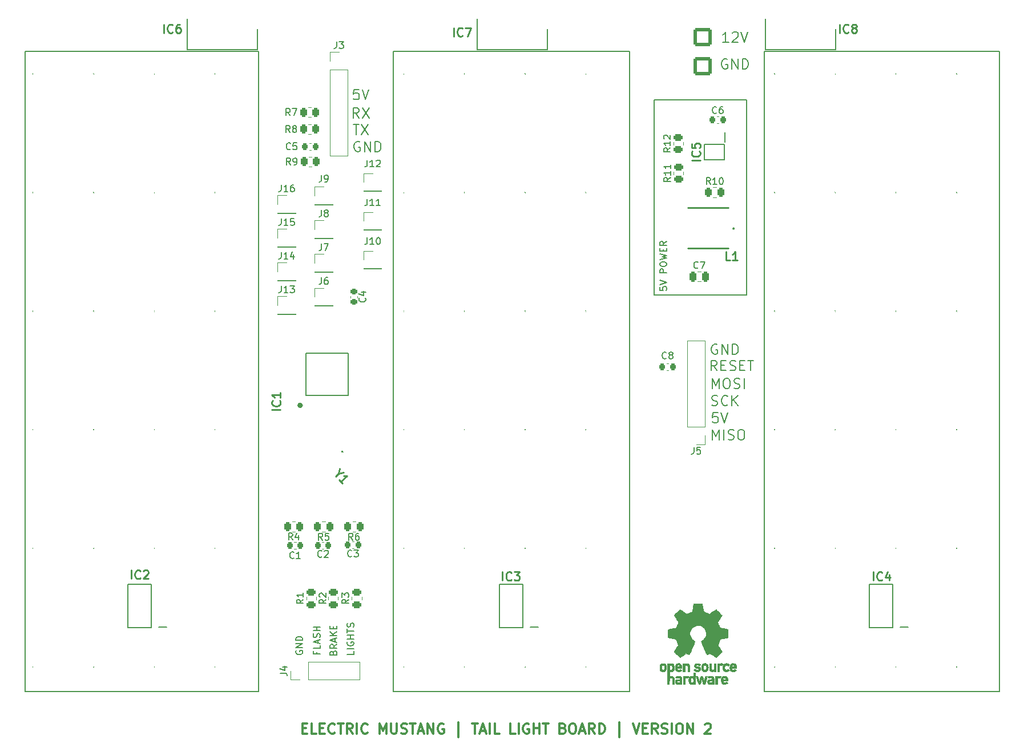
<source format=gto>
G04 #@! TF.GenerationSoftware,KiCad,Pcbnew,7.0.1-0*
G04 #@! TF.CreationDate,2024-01-25T19:49:42+00:00*
G04 #@! TF.ProjectId,tail-lights,7461696c-2d6c-4696-9768-74732e6b6963,rev?*
G04 #@! TF.SameCoordinates,Original*
G04 #@! TF.FileFunction,Legend,Top*
G04 #@! TF.FilePolarity,Positive*
%FSLAX46Y46*%
G04 Gerber Fmt 4.6, Leading zero omitted, Abs format (unit mm)*
G04 Created by KiCad (PCBNEW 7.0.1-0) date 2024-01-25 19:49:42*
%MOMM*%
%LPD*%
G01*
G04 APERTURE LIST*
G04 Aperture macros list*
%AMRoundRect*
0 Rectangle with rounded corners*
0 $1 Rounding radius*
0 $2 $3 $4 $5 $6 $7 $8 $9 X,Y pos of 4 corners*
0 Add a 4 corners polygon primitive as box body*
4,1,4,$2,$3,$4,$5,$6,$7,$8,$9,$2,$3,0*
0 Add four circle primitives for the rounded corners*
1,1,$1+$1,$2,$3*
1,1,$1+$1,$4,$5*
1,1,$1+$1,$6,$7*
1,1,$1+$1,$8,$9*
0 Add four rect primitives between the rounded corners*
20,1,$1+$1,$2,$3,$4,$5,0*
20,1,$1+$1,$4,$5,$6,$7,0*
20,1,$1+$1,$6,$7,$8,$9,0*
20,1,$1+$1,$8,$9,$2,$3,0*%
%AMRotRect*
0 Rectangle, with rotation*
0 The origin of the aperture is its center*
0 $1 length*
0 $2 width*
0 $3 Rotation angle, in degrees counterclockwise*
0 Add horizontal line*
21,1,$1,$2,0,0,$3*%
G04 Aperture macros list end*
%ADD10C,0.150000*%
%ADD11C,0.200000*%
%ADD12C,0.300000*%
%ADD13C,0.254000*%
%ADD14C,0.100000*%
%ADD15C,0.120000*%
%ADD16C,0.010000*%
%ADD17C,0.400000*%
%ADD18R,2.330000X2.380000*%
%ADD19R,1.100000X2.380000*%
%ADD20RoundRect,0.250000X0.450000X-0.262500X0.450000X0.262500X-0.450000X0.262500X-0.450000X-0.262500X0*%
%ADD21RoundRect,0.250000X-0.262500X-0.450000X0.262500X-0.450000X0.262500X0.450000X-0.262500X0.450000X0*%
%ADD22R,1.200000X1.000000*%
%ADD23R,1.200000X3.300000*%
%ADD24RoundRect,0.225000X-0.225000X-0.250000X0.225000X-0.250000X0.225000X0.250000X-0.225000X0.250000X0*%
%ADD25R,1.700000X1.700000*%
%ADD26RoundRect,0.225000X0.225000X0.250000X-0.225000X0.250000X-0.225000X-0.250000X0.225000X-0.250000X0*%
%ADD27R,1.980000X1.980000*%
%ADD28C,1.980000*%
%ADD29O,1.700000X1.700000*%
%ADD30RoundRect,0.250000X0.262500X0.450000X-0.262500X0.450000X-0.262500X-0.450000X0.262500X-0.450000X0*%
%ADD31RoundRect,0.250000X-1.125000X-1.125000X1.125000X-1.125000X1.125000X1.125000X-1.125000X1.125000X0*%
%ADD32C,5.000000*%
%ADD33RoundRect,0.225000X0.250000X-0.225000X0.250000X0.225000X-0.250000X0.225000X-0.250000X-0.225000X0*%
%ADD34RoundRect,0.250000X-0.250000X-0.475000X0.250000X-0.475000X0.250000X0.475000X-0.250000X0.475000X0*%
%ADD35RotRect,1.200000X1.400000X45.000000*%
%ADD36R,0.450000X1.400000*%
%ADD37R,0.600000X1.500000*%
%ADD38R,1.500000X0.600000*%
%ADD39R,1.600000X5.700000*%
G04 APERTURE END LIST*
D10*
X137094000Y-36830000D02*
X171958000Y-36830000D01*
X171958000Y-131828000D01*
X137094000Y-131828000D01*
X137094000Y-36830000D01*
X120750000Y-44000000D02*
X134500000Y-44000000D01*
X134500000Y-73000000D01*
X120750000Y-73000000D01*
X120750000Y-44000000D01*
X82094000Y-36828000D02*
X117094000Y-36828000D01*
X117094000Y-131828000D01*
X82094000Y-131828000D01*
X82094000Y-36828000D01*
X27432000Y-36830000D02*
X62094000Y-36830000D01*
X62094000Y-131828000D01*
X27432000Y-131828000D01*
X27432000Y-36830000D01*
D11*
X130214286Y-90443928D02*
X129500000Y-90443928D01*
X129500000Y-90443928D02*
X129428572Y-91158214D01*
X129428572Y-91158214D02*
X129500000Y-91086785D01*
X129500000Y-91086785D02*
X129642858Y-91015357D01*
X129642858Y-91015357D02*
X130000000Y-91015357D01*
X130000000Y-91015357D02*
X130142858Y-91086785D01*
X130142858Y-91086785D02*
X130214286Y-91158214D01*
X130214286Y-91158214D02*
X130285715Y-91301071D01*
X130285715Y-91301071D02*
X130285715Y-91658214D01*
X130285715Y-91658214D02*
X130214286Y-91801071D01*
X130214286Y-91801071D02*
X130142858Y-91872500D01*
X130142858Y-91872500D02*
X130000000Y-91943928D01*
X130000000Y-91943928D02*
X129642858Y-91943928D01*
X129642858Y-91943928D02*
X129500000Y-91872500D01*
X129500000Y-91872500D02*
X129428572Y-91801071D01*
X130714286Y-90443928D02*
X131214286Y-91943928D01*
X131214286Y-91943928D02*
X131714286Y-90443928D01*
X77000000Y-46693928D02*
X76500000Y-45979642D01*
X76142857Y-46693928D02*
X76142857Y-45193928D01*
X76142857Y-45193928D02*
X76714286Y-45193928D01*
X76714286Y-45193928D02*
X76857143Y-45265357D01*
X76857143Y-45265357D02*
X76928572Y-45336785D01*
X76928572Y-45336785D02*
X77000000Y-45479642D01*
X77000000Y-45479642D02*
X77000000Y-45693928D01*
X77000000Y-45693928D02*
X76928572Y-45836785D01*
X76928572Y-45836785D02*
X76857143Y-45908214D01*
X76857143Y-45908214D02*
X76714286Y-45979642D01*
X76714286Y-45979642D02*
X76142857Y-45979642D01*
X77500000Y-45193928D02*
X78500000Y-46693928D01*
X78500000Y-45193928D02*
X77500000Y-46693928D01*
X131607143Y-38015357D02*
X131464286Y-37943928D01*
X131464286Y-37943928D02*
X131250000Y-37943928D01*
X131250000Y-37943928D02*
X131035714Y-38015357D01*
X131035714Y-38015357D02*
X130892857Y-38158214D01*
X130892857Y-38158214D02*
X130821428Y-38301071D01*
X130821428Y-38301071D02*
X130750000Y-38586785D01*
X130750000Y-38586785D02*
X130750000Y-38801071D01*
X130750000Y-38801071D02*
X130821428Y-39086785D01*
X130821428Y-39086785D02*
X130892857Y-39229642D01*
X130892857Y-39229642D02*
X131035714Y-39372500D01*
X131035714Y-39372500D02*
X131250000Y-39443928D01*
X131250000Y-39443928D02*
X131392857Y-39443928D01*
X131392857Y-39443928D02*
X131607143Y-39372500D01*
X131607143Y-39372500D02*
X131678571Y-39301071D01*
X131678571Y-39301071D02*
X131678571Y-38801071D01*
X131678571Y-38801071D02*
X131392857Y-38801071D01*
X132321428Y-39443928D02*
X132321428Y-37943928D01*
X132321428Y-37943928D02*
X133178571Y-39443928D01*
X133178571Y-39443928D02*
X133178571Y-37943928D01*
X133892857Y-39443928D02*
X133892857Y-37943928D01*
X133892857Y-37943928D02*
X134250000Y-37943928D01*
X134250000Y-37943928D02*
X134464286Y-38015357D01*
X134464286Y-38015357D02*
X134607143Y-38158214D01*
X134607143Y-38158214D02*
X134678572Y-38301071D01*
X134678572Y-38301071D02*
X134750000Y-38586785D01*
X134750000Y-38586785D02*
X134750000Y-38801071D01*
X134750000Y-38801071D02*
X134678572Y-39086785D01*
X134678572Y-39086785D02*
X134607143Y-39229642D01*
X134607143Y-39229642D02*
X134464286Y-39372500D01*
X134464286Y-39372500D02*
X134250000Y-39443928D01*
X134250000Y-39443928D02*
X133892857Y-39443928D01*
D10*
X76212619Y-125809523D02*
X76212619Y-126285713D01*
X76212619Y-126285713D02*
X75212619Y-126285713D01*
X76212619Y-125476189D02*
X75212619Y-125476189D01*
X75260238Y-124476190D02*
X75212619Y-124571428D01*
X75212619Y-124571428D02*
X75212619Y-124714285D01*
X75212619Y-124714285D02*
X75260238Y-124857142D01*
X75260238Y-124857142D02*
X75355476Y-124952380D01*
X75355476Y-124952380D02*
X75450714Y-124999999D01*
X75450714Y-124999999D02*
X75641190Y-125047618D01*
X75641190Y-125047618D02*
X75784047Y-125047618D01*
X75784047Y-125047618D02*
X75974523Y-124999999D01*
X75974523Y-124999999D02*
X76069761Y-124952380D01*
X76069761Y-124952380D02*
X76165000Y-124857142D01*
X76165000Y-124857142D02*
X76212619Y-124714285D01*
X76212619Y-124714285D02*
X76212619Y-124619047D01*
X76212619Y-124619047D02*
X76165000Y-124476190D01*
X76165000Y-124476190D02*
X76117380Y-124428571D01*
X76117380Y-124428571D02*
X75784047Y-124428571D01*
X75784047Y-124428571D02*
X75784047Y-124619047D01*
X76212619Y-123999999D02*
X75212619Y-123999999D01*
X75688809Y-123999999D02*
X75688809Y-123428571D01*
X76212619Y-123428571D02*
X75212619Y-123428571D01*
X75212619Y-123095237D02*
X75212619Y-122523809D01*
X76212619Y-122809523D02*
X75212619Y-122809523D01*
X76165000Y-122238094D02*
X76212619Y-122095237D01*
X76212619Y-122095237D02*
X76212619Y-121857142D01*
X76212619Y-121857142D02*
X76165000Y-121761904D01*
X76165000Y-121761904D02*
X76117380Y-121714285D01*
X76117380Y-121714285D02*
X76022142Y-121666666D01*
X76022142Y-121666666D02*
X75926904Y-121666666D01*
X75926904Y-121666666D02*
X75831666Y-121714285D01*
X75831666Y-121714285D02*
X75784047Y-121761904D01*
X75784047Y-121761904D02*
X75736428Y-121857142D01*
X75736428Y-121857142D02*
X75688809Y-122047618D01*
X75688809Y-122047618D02*
X75641190Y-122142856D01*
X75641190Y-122142856D02*
X75593571Y-122190475D01*
X75593571Y-122190475D02*
X75498333Y-122238094D01*
X75498333Y-122238094D02*
X75403095Y-122238094D01*
X75403095Y-122238094D02*
X75307857Y-122190475D01*
X75307857Y-122190475D02*
X75260238Y-122142856D01*
X75260238Y-122142856D02*
X75212619Y-122047618D01*
X75212619Y-122047618D02*
X75212619Y-121809523D01*
X75212619Y-121809523D02*
X75260238Y-121666666D01*
X70688809Y-125940476D02*
X70688809Y-126273809D01*
X71212619Y-126273809D02*
X70212619Y-126273809D01*
X70212619Y-126273809D02*
X70212619Y-125797619D01*
X71212619Y-124940476D02*
X71212619Y-125416666D01*
X71212619Y-125416666D02*
X70212619Y-125416666D01*
X70926904Y-124654761D02*
X70926904Y-124178571D01*
X71212619Y-124749999D02*
X70212619Y-124416666D01*
X70212619Y-124416666D02*
X71212619Y-124083333D01*
X71165000Y-123797618D02*
X71212619Y-123654761D01*
X71212619Y-123654761D02*
X71212619Y-123416666D01*
X71212619Y-123416666D02*
X71165000Y-123321428D01*
X71165000Y-123321428D02*
X71117380Y-123273809D01*
X71117380Y-123273809D02*
X71022142Y-123226190D01*
X71022142Y-123226190D02*
X70926904Y-123226190D01*
X70926904Y-123226190D02*
X70831666Y-123273809D01*
X70831666Y-123273809D02*
X70784047Y-123321428D01*
X70784047Y-123321428D02*
X70736428Y-123416666D01*
X70736428Y-123416666D02*
X70688809Y-123607142D01*
X70688809Y-123607142D02*
X70641190Y-123702380D01*
X70641190Y-123702380D02*
X70593571Y-123749999D01*
X70593571Y-123749999D02*
X70498333Y-123797618D01*
X70498333Y-123797618D02*
X70403095Y-123797618D01*
X70403095Y-123797618D02*
X70307857Y-123749999D01*
X70307857Y-123749999D02*
X70260238Y-123702380D01*
X70260238Y-123702380D02*
X70212619Y-123607142D01*
X70212619Y-123607142D02*
X70212619Y-123369047D01*
X70212619Y-123369047D02*
X70260238Y-123226190D01*
X71212619Y-122797618D02*
X70212619Y-122797618D01*
X70688809Y-122797618D02*
X70688809Y-122226190D01*
X71212619Y-122226190D02*
X70212619Y-122226190D01*
D12*
X68607142Y-137280714D02*
X69107142Y-137280714D01*
X69321428Y-138066428D02*
X68607142Y-138066428D01*
X68607142Y-138066428D02*
X68607142Y-136566428D01*
X68607142Y-136566428D02*
X69321428Y-136566428D01*
X70678571Y-138066428D02*
X69964285Y-138066428D01*
X69964285Y-138066428D02*
X69964285Y-136566428D01*
X71178571Y-137280714D02*
X71678571Y-137280714D01*
X71892857Y-138066428D02*
X71178571Y-138066428D01*
X71178571Y-138066428D02*
X71178571Y-136566428D01*
X71178571Y-136566428D02*
X71892857Y-136566428D01*
X73392857Y-137923571D02*
X73321429Y-137995000D01*
X73321429Y-137995000D02*
X73107143Y-138066428D01*
X73107143Y-138066428D02*
X72964286Y-138066428D01*
X72964286Y-138066428D02*
X72750000Y-137995000D01*
X72750000Y-137995000D02*
X72607143Y-137852142D01*
X72607143Y-137852142D02*
X72535714Y-137709285D01*
X72535714Y-137709285D02*
X72464286Y-137423571D01*
X72464286Y-137423571D02*
X72464286Y-137209285D01*
X72464286Y-137209285D02*
X72535714Y-136923571D01*
X72535714Y-136923571D02*
X72607143Y-136780714D01*
X72607143Y-136780714D02*
X72750000Y-136637857D01*
X72750000Y-136637857D02*
X72964286Y-136566428D01*
X72964286Y-136566428D02*
X73107143Y-136566428D01*
X73107143Y-136566428D02*
X73321429Y-136637857D01*
X73321429Y-136637857D02*
X73392857Y-136709285D01*
X73821429Y-136566428D02*
X74678572Y-136566428D01*
X74250000Y-138066428D02*
X74250000Y-136566428D01*
X76035714Y-138066428D02*
X75535714Y-137352142D01*
X75178571Y-138066428D02*
X75178571Y-136566428D01*
X75178571Y-136566428D02*
X75750000Y-136566428D01*
X75750000Y-136566428D02*
X75892857Y-136637857D01*
X75892857Y-136637857D02*
X75964286Y-136709285D01*
X75964286Y-136709285D02*
X76035714Y-136852142D01*
X76035714Y-136852142D02*
X76035714Y-137066428D01*
X76035714Y-137066428D02*
X75964286Y-137209285D01*
X75964286Y-137209285D02*
X75892857Y-137280714D01*
X75892857Y-137280714D02*
X75750000Y-137352142D01*
X75750000Y-137352142D02*
X75178571Y-137352142D01*
X76678571Y-138066428D02*
X76678571Y-136566428D01*
X78250000Y-137923571D02*
X78178572Y-137995000D01*
X78178572Y-137995000D02*
X77964286Y-138066428D01*
X77964286Y-138066428D02*
X77821429Y-138066428D01*
X77821429Y-138066428D02*
X77607143Y-137995000D01*
X77607143Y-137995000D02*
X77464286Y-137852142D01*
X77464286Y-137852142D02*
X77392857Y-137709285D01*
X77392857Y-137709285D02*
X77321429Y-137423571D01*
X77321429Y-137423571D02*
X77321429Y-137209285D01*
X77321429Y-137209285D02*
X77392857Y-136923571D01*
X77392857Y-136923571D02*
X77464286Y-136780714D01*
X77464286Y-136780714D02*
X77607143Y-136637857D01*
X77607143Y-136637857D02*
X77821429Y-136566428D01*
X77821429Y-136566428D02*
X77964286Y-136566428D01*
X77964286Y-136566428D02*
X78178572Y-136637857D01*
X78178572Y-136637857D02*
X78250000Y-136709285D01*
X80035714Y-138066428D02*
X80035714Y-136566428D01*
X80035714Y-136566428D02*
X80535714Y-137637857D01*
X80535714Y-137637857D02*
X81035714Y-136566428D01*
X81035714Y-136566428D02*
X81035714Y-138066428D01*
X81750000Y-136566428D02*
X81750000Y-137780714D01*
X81750000Y-137780714D02*
X81821429Y-137923571D01*
X81821429Y-137923571D02*
X81892858Y-137995000D01*
X81892858Y-137995000D02*
X82035715Y-138066428D01*
X82035715Y-138066428D02*
X82321429Y-138066428D01*
X82321429Y-138066428D02*
X82464286Y-137995000D01*
X82464286Y-137995000D02*
X82535715Y-137923571D01*
X82535715Y-137923571D02*
X82607143Y-137780714D01*
X82607143Y-137780714D02*
X82607143Y-136566428D01*
X83250001Y-137995000D02*
X83464287Y-138066428D01*
X83464287Y-138066428D02*
X83821429Y-138066428D01*
X83821429Y-138066428D02*
X83964287Y-137995000D01*
X83964287Y-137995000D02*
X84035715Y-137923571D01*
X84035715Y-137923571D02*
X84107144Y-137780714D01*
X84107144Y-137780714D02*
X84107144Y-137637857D01*
X84107144Y-137637857D02*
X84035715Y-137495000D01*
X84035715Y-137495000D02*
X83964287Y-137423571D01*
X83964287Y-137423571D02*
X83821429Y-137352142D01*
X83821429Y-137352142D02*
X83535715Y-137280714D01*
X83535715Y-137280714D02*
X83392858Y-137209285D01*
X83392858Y-137209285D02*
X83321429Y-137137857D01*
X83321429Y-137137857D02*
X83250001Y-136995000D01*
X83250001Y-136995000D02*
X83250001Y-136852142D01*
X83250001Y-136852142D02*
X83321429Y-136709285D01*
X83321429Y-136709285D02*
X83392858Y-136637857D01*
X83392858Y-136637857D02*
X83535715Y-136566428D01*
X83535715Y-136566428D02*
X83892858Y-136566428D01*
X83892858Y-136566428D02*
X84107144Y-136637857D01*
X84535715Y-136566428D02*
X85392858Y-136566428D01*
X84964286Y-138066428D02*
X84964286Y-136566428D01*
X85821429Y-137637857D02*
X86535715Y-137637857D01*
X85678572Y-138066428D02*
X86178572Y-136566428D01*
X86178572Y-136566428D02*
X86678572Y-138066428D01*
X87178571Y-138066428D02*
X87178571Y-136566428D01*
X87178571Y-136566428D02*
X88035714Y-138066428D01*
X88035714Y-138066428D02*
X88035714Y-136566428D01*
X89535715Y-136637857D02*
X89392858Y-136566428D01*
X89392858Y-136566428D02*
X89178572Y-136566428D01*
X89178572Y-136566428D02*
X88964286Y-136637857D01*
X88964286Y-136637857D02*
X88821429Y-136780714D01*
X88821429Y-136780714D02*
X88750000Y-136923571D01*
X88750000Y-136923571D02*
X88678572Y-137209285D01*
X88678572Y-137209285D02*
X88678572Y-137423571D01*
X88678572Y-137423571D02*
X88750000Y-137709285D01*
X88750000Y-137709285D02*
X88821429Y-137852142D01*
X88821429Y-137852142D02*
X88964286Y-137995000D01*
X88964286Y-137995000D02*
X89178572Y-138066428D01*
X89178572Y-138066428D02*
X89321429Y-138066428D01*
X89321429Y-138066428D02*
X89535715Y-137995000D01*
X89535715Y-137995000D02*
X89607143Y-137923571D01*
X89607143Y-137923571D02*
X89607143Y-137423571D01*
X89607143Y-137423571D02*
X89321429Y-137423571D01*
X91750000Y-138566428D02*
X91750000Y-136423571D01*
X93750000Y-136566428D02*
X94607143Y-136566428D01*
X94178571Y-138066428D02*
X94178571Y-136566428D01*
X95035714Y-137637857D02*
X95750000Y-137637857D01*
X94892857Y-138066428D02*
X95392857Y-136566428D01*
X95392857Y-136566428D02*
X95892857Y-138066428D01*
X96392856Y-138066428D02*
X96392856Y-136566428D01*
X97821428Y-138066428D02*
X97107142Y-138066428D01*
X97107142Y-138066428D02*
X97107142Y-136566428D01*
X100178571Y-138066428D02*
X99464285Y-138066428D01*
X99464285Y-138066428D02*
X99464285Y-136566428D01*
X100678571Y-138066428D02*
X100678571Y-136566428D01*
X102178572Y-136637857D02*
X102035715Y-136566428D01*
X102035715Y-136566428D02*
X101821429Y-136566428D01*
X101821429Y-136566428D02*
X101607143Y-136637857D01*
X101607143Y-136637857D02*
X101464286Y-136780714D01*
X101464286Y-136780714D02*
X101392857Y-136923571D01*
X101392857Y-136923571D02*
X101321429Y-137209285D01*
X101321429Y-137209285D02*
X101321429Y-137423571D01*
X101321429Y-137423571D02*
X101392857Y-137709285D01*
X101392857Y-137709285D02*
X101464286Y-137852142D01*
X101464286Y-137852142D02*
X101607143Y-137995000D01*
X101607143Y-137995000D02*
X101821429Y-138066428D01*
X101821429Y-138066428D02*
X101964286Y-138066428D01*
X101964286Y-138066428D02*
X102178572Y-137995000D01*
X102178572Y-137995000D02*
X102250000Y-137923571D01*
X102250000Y-137923571D02*
X102250000Y-137423571D01*
X102250000Y-137423571D02*
X101964286Y-137423571D01*
X102892857Y-138066428D02*
X102892857Y-136566428D01*
X102892857Y-137280714D02*
X103750000Y-137280714D01*
X103750000Y-138066428D02*
X103750000Y-136566428D01*
X104250001Y-136566428D02*
X105107144Y-136566428D01*
X104678572Y-138066428D02*
X104678572Y-136566428D01*
X107250000Y-137280714D02*
X107464286Y-137352142D01*
X107464286Y-137352142D02*
X107535715Y-137423571D01*
X107535715Y-137423571D02*
X107607143Y-137566428D01*
X107607143Y-137566428D02*
X107607143Y-137780714D01*
X107607143Y-137780714D02*
X107535715Y-137923571D01*
X107535715Y-137923571D02*
X107464286Y-137995000D01*
X107464286Y-137995000D02*
X107321429Y-138066428D01*
X107321429Y-138066428D02*
X106750000Y-138066428D01*
X106750000Y-138066428D02*
X106750000Y-136566428D01*
X106750000Y-136566428D02*
X107250000Y-136566428D01*
X107250000Y-136566428D02*
X107392858Y-136637857D01*
X107392858Y-136637857D02*
X107464286Y-136709285D01*
X107464286Y-136709285D02*
X107535715Y-136852142D01*
X107535715Y-136852142D02*
X107535715Y-136995000D01*
X107535715Y-136995000D02*
X107464286Y-137137857D01*
X107464286Y-137137857D02*
X107392858Y-137209285D01*
X107392858Y-137209285D02*
X107250000Y-137280714D01*
X107250000Y-137280714D02*
X106750000Y-137280714D01*
X108535715Y-136566428D02*
X108821429Y-136566428D01*
X108821429Y-136566428D02*
X108964286Y-136637857D01*
X108964286Y-136637857D02*
X109107143Y-136780714D01*
X109107143Y-136780714D02*
X109178572Y-137066428D01*
X109178572Y-137066428D02*
X109178572Y-137566428D01*
X109178572Y-137566428D02*
X109107143Y-137852142D01*
X109107143Y-137852142D02*
X108964286Y-137995000D01*
X108964286Y-137995000D02*
X108821429Y-138066428D01*
X108821429Y-138066428D02*
X108535715Y-138066428D01*
X108535715Y-138066428D02*
X108392858Y-137995000D01*
X108392858Y-137995000D02*
X108250000Y-137852142D01*
X108250000Y-137852142D02*
X108178572Y-137566428D01*
X108178572Y-137566428D02*
X108178572Y-137066428D01*
X108178572Y-137066428D02*
X108250000Y-136780714D01*
X108250000Y-136780714D02*
X108392858Y-136637857D01*
X108392858Y-136637857D02*
X108535715Y-136566428D01*
X109750001Y-137637857D02*
X110464287Y-137637857D01*
X109607144Y-138066428D02*
X110107144Y-136566428D01*
X110107144Y-136566428D02*
X110607144Y-138066428D01*
X111964286Y-138066428D02*
X111464286Y-137352142D01*
X111107143Y-138066428D02*
X111107143Y-136566428D01*
X111107143Y-136566428D02*
X111678572Y-136566428D01*
X111678572Y-136566428D02*
X111821429Y-136637857D01*
X111821429Y-136637857D02*
X111892858Y-136709285D01*
X111892858Y-136709285D02*
X111964286Y-136852142D01*
X111964286Y-136852142D02*
X111964286Y-137066428D01*
X111964286Y-137066428D02*
X111892858Y-137209285D01*
X111892858Y-137209285D02*
X111821429Y-137280714D01*
X111821429Y-137280714D02*
X111678572Y-137352142D01*
X111678572Y-137352142D02*
X111107143Y-137352142D01*
X112607143Y-138066428D02*
X112607143Y-136566428D01*
X112607143Y-136566428D02*
X112964286Y-136566428D01*
X112964286Y-136566428D02*
X113178572Y-136637857D01*
X113178572Y-136637857D02*
X113321429Y-136780714D01*
X113321429Y-136780714D02*
X113392858Y-136923571D01*
X113392858Y-136923571D02*
X113464286Y-137209285D01*
X113464286Y-137209285D02*
X113464286Y-137423571D01*
X113464286Y-137423571D02*
X113392858Y-137709285D01*
X113392858Y-137709285D02*
X113321429Y-137852142D01*
X113321429Y-137852142D02*
X113178572Y-137995000D01*
X113178572Y-137995000D02*
X112964286Y-138066428D01*
X112964286Y-138066428D02*
X112607143Y-138066428D01*
X115607143Y-138566428D02*
X115607143Y-136423571D01*
X117607143Y-136566428D02*
X118107143Y-138066428D01*
X118107143Y-138066428D02*
X118607143Y-136566428D01*
X119107142Y-137280714D02*
X119607142Y-137280714D01*
X119821428Y-138066428D02*
X119107142Y-138066428D01*
X119107142Y-138066428D02*
X119107142Y-136566428D01*
X119107142Y-136566428D02*
X119821428Y-136566428D01*
X121321428Y-138066428D02*
X120821428Y-137352142D01*
X120464285Y-138066428D02*
X120464285Y-136566428D01*
X120464285Y-136566428D02*
X121035714Y-136566428D01*
X121035714Y-136566428D02*
X121178571Y-136637857D01*
X121178571Y-136637857D02*
X121250000Y-136709285D01*
X121250000Y-136709285D02*
X121321428Y-136852142D01*
X121321428Y-136852142D02*
X121321428Y-137066428D01*
X121321428Y-137066428D02*
X121250000Y-137209285D01*
X121250000Y-137209285D02*
X121178571Y-137280714D01*
X121178571Y-137280714D02*
X121035714Y-137352142D01*
X121035714Y-137352142D02*
X120464285Y-137352142D01*
X121892857Y-137995000D02*
X122107143Y-138066428D01*
X122107143Y-138066428D02*
X122464285Y-138066428D01*
X122464285Y-138066428D02*
X122607143Y-137995000D01*
X122607143Y-137995000D02*
X122678571Y-137923571D01*
X122678571Y-137923571D02*
X122750000Y-137780714D01*
X122750000Y-137780714D02*
X122750000Y-137637857D01*
X122750000Y-137637857D02*
X122678571Y-137495000D01*
X122678571Y-137495000D02*
X122607143Y-137423571D01*
X122607143Y-137423571D02*
X122464285Y-137352142D01*
X122464285Y-137352142D02*
X122178571Y-137280714D01*
X122178571Y-137280714D02*
X122035714Y-137209285D01*
X122035714Y-137209285D02*
X121964285Y-137137857D01*
X121964285Y-137137857D02*
X121892857Y-136995000D01*
X121892857Y-136995000D02*
X121892857Y-136852142D01*
X121892857Y-136852142D02*
X121964285Y-136709285D01*
X121964285Y-136709285D02*
X122035714Y-136637857D01*
X122035714Y-136637857D02*
X122178571Y-136566428D01*
X122178571Y-136566428D02*
X122535714Y-136566428D01*
X122535714Y-136566428D02*
X122750000Y-136637857D01*
X123392856Y-138066428D02*
X123392856Y-136566428D01*
X124392857Y-136566428D02*
X124678571Y-136566428D01*
X124678571Y-136566428D02*
X124821428Y-136637857D01*
X124821428Y-136637857D02*
X124964285Y-136780714D01*
X124964285Y-136780714D02*
X125035714Y-137066428D01*
X125035714Y-137066428D02*
X125035714Y-137566428D01*
X125035714Y-137566428D02*
X124964285Y-137852142D01*
X124964285Y-137852142D02*
X124821428Y-137995000D01*
X124821428Y-137995000D02*
X124678571Y-138066428D01*
X124678571Y-138066428D02*
X124392857Y-138066428D01*
X124392857Y-138066428D02*
X124250000Y-137995000D01*
X124250000Y-137995000D02*
X124107142Y-137852142D01*
X124107142Y-137852142D02*
X124035714Y-137566428D01*
X124035714Y-137566428D02*
X124035714Y-137066428D01*
X124035714Y-137066428D02*
X124107142Y-136780714D01*
X124107142Y-136780714D02*
X124250000Y-136637857D01*
X124250000Y-136637857D02*
X124392857Y-136566428D01*
X125678571Y-138066428D02*
X125678571Y-136566428D01*
X125678571Y-136566428D02*
X126535714Y-138066428D01*
X126535714Y-138066428D02*
X126535714Y-136566428D01*
X128321429Y-136709285D02*
X128392857Y-136637857D01*
X128392857Y-136637857D02*
X128535715Y-136566428D01*
X128535715Y-136566428D02*
X128892857Y-136566428D01*
X128892857Y-136566428D02*
X129035715Y-136637857D01*
X129035715Y-136637857D02*
X129107143Y-136709285D01*
X129107143Y-136709285D02*
X129178572Y-136852142D01*
X129178572Y-136852142D02*
X129178572Y-136995000D01*
X129178572Y-136995000D02*
X129107143Y-137209285D01*
X129107143Y-137209285D02*
X128250000Y-138066428D01*
X128250000Y-138066428D02*
X129178572Y-138066428D01*
D11*
X76964286Y-42469928D02*
X76250000Y-42469928D01*
X76250000Y-42469928D02*
X76178572Y-43184214D01*
X76178572Y-43184214D02*
X76250000Y-43112785D01*
X76250000Y-43112785D02*
X76392858Y-43041357D01*
X76392858Y-43041357D02*
X76750000Y-43041357D01*
X76750000Y-43041357D02*
X76892858Y-43112785D01*
X76892858Y-43112785D02*
X76964286Y-43184214D01*
X76964286Y-43184214D02*
X77035715Y-43327071D01*
X77035715Y-43327071D02*
X77035715Y-43684214D01*
X77035715Y-43684214D02*
X76964286Y-43827071D01*
X76964286Y-43827071D02*
X76892858Y-43898500D01*
X76892858Y-43898500D02*
X76750000Y-43969928D01*
X76750000Y-43969928D02*
X76392858Y-43969928D01*
X76392858Y-43969928D02*
X76250000Y-43898500D01*
X76250000Y-43898500D02*
X76178572Y-43827071D01*
X77464286Y-42469928D02*
X77964286Y-43969928D01*
X77964286Y-43969928D02*
X78464286Y-42469928D01*
X129392856Y-94443928D02*
X129392856Y-92943928D01*
X129392856Y-92943928D02*
X129892856Y-94015357D01*
X129892856Y-94015357D02*
X130392856Y-92943928D01*
X130392856Y-92943928D02*
X130392856Y-94443928D01*
X131107142Y-94443928D02*
X131107142Y-92943928D01*
X131750000Y-94372500D02*
X131964286Y-94443928D01*
X131964286Y-94443928D02*
X132321428Y-94443928D01*
X132321428Y-94443928D02*
X132464286Y-94372500D01*
X132464286Y-94372500D02*
X132535714Y-94301071D01*
X132535714Y-94301071D02*
X132607143Y-94158214D01*
X132607143Y-94158214D02*
X132607143Y-94015357D01*
X132607143Y-94015357D02*
X132535714Y-93872500D01*
X132535714Y-93872500D02*
X132464286Y-93801071D01*
X132464286Y-93801071D02*
X132321428Y-93729642D01*
X132321428Y-93729642D02*
X132035714Y-93658214D01*
X132035714Y-93658214D02*
X131892857Y-93586785D01*
X131892857Y-93586785D02*
X131821428Y-93515357D01*
X131821428Y-93515357D02*
X131750000Y-93372500D01*
X131750000Y-93372500D02*
X131750000Y-93229642D01*
X131750000Y-93229642D02*
X131821428Y-93086785D01*
X131821428Y-93086785D02*
X131892857Y-93015357D01*
X131892857Y-93015357D02*
X132035714Y-92943928D01*
X132035714Y-92943928D02*
X132392857Y-92943928D01*
X132392857Y-92943928D02*
X132607143Y-93015357D01*
X133535714Y-92943928D02*
X133821428Y-92943928D01*
X133821428Y-92943928D02*
X133964285Y-93015357D01*
X133964285Y-93015357D02*
X134107142Y-93158214D01*
X134107142Y-93158214D02*
X134178571Y-93443928D01*
X134178571Y-93443928D02*
X134178571Y-93943928D01*
X134178571Y-93943928D02*
X134107142Y-94229642D01*
X134107142Y-94229642D02*
X133964285Y-94372500D01*
X133964285Y-94372500D02*
X133821428Y-94443928D01*
X133821428Y-94443928D02*
X133535714Y-94443928D01*
X133535714Y-94443928D02*
X133392857Y-94372500D01*
X133392857Y-94372500D02*
X133249999Y-94229642D01*
X133249999Y-94229642D02*
X133178571Y-93943928D01*
X133178571Y-93943928D02*
X133178571Y-93443928D01*
X133178571Y-93443928D02*
X133249999Y-93158214D01*
X133249999Y-93158214D02*
X133392857Y-93015357D01*
X133392857Y-93015357D02*
X133535714Y-92943928D01*
X129321429Y-89332500D02*
X129535715Y-89403928D01*
X129535715Y-89403928D02*
X129892857Y-89403928D01*
X129892857Y-89403928D02*
X130035715Y-89332500D01*
X130035715Y-89332500D02*
X130107143Y-89261071D01*
X130107143Y-89261071D02*
X130178572Y-89118214D01*
X130178572Y-89118214D02*
X130178572Y-88975357D01*
X130178572Y-88975357D02*
X130107143Y-88832500D01*
X130107143Y-88832500D02*
X130035715Y-88761071D01*
X130035715Y-88761071D02*
X129892857Y-88689642D01*
X129892857Y-88689642D02*
X129607143Y-88618214D01*
X129607143Y-88618214D02*
X129464286Y-88546785D01*
X129464286Y-88546785D02*
X129392857Y-88475357D01*
X129392857Y-88475357D02*
X129321429Y-88332500D01*
X129321429Y-88332500D02*
X129321429Y-88189642D01*
X129321429Y-88189642D02*
X129392857Y-88046785D01*
X129392857Y-88046785D02*
X129464286Y-87975357D01*
X129464286Y-87975357D02*
X129607143Y-87903928D01*
X129607143Y-87903928D02*
X129964286Y-87903928D01*
X129964286Y-87903928D02*
X130178572Y-87975357D01*
X131678571Y-89261071D02*
X131607143Y-89332500D01*
X131607143Y-89332500D02*
X131392857Y-89403928D01*
X131392857Y-89403928D02*
X131250000Y-89403928D01*
X131250000Y-89403928D02*
X131035714Y-89332500D01*
X131035714Y-89332500D02*
X130892857Y-89189642D01*
X130892857Y-89189642D02*
X130821428Y-89046785D01*
X130821428Y-89046785D02*
X130750000Y-88761071D01*
X130750000Y-88761071D02*
X130750000Y-88546785D01*
X130750000Y-88546785D02*
X130821428Y-88261071D01*
X130821428Y-88261071D02*
X130892857Y-88118214D01*
X130892857Y-88118214D02*
X131035714Y-87975357D01*
X131035714Y-87975357D02*
X131250000Y-87903928D01*
X131250000Y-87903928D02*
X131392857Y-87903928D01*
X131392857Y-87903928D02*
X131607143Y-87975357D01*
X131607143Y-87975357D02*
X131678571Y-88046785D01*
X132321428Y-89403928D02*
X132321428Y-87903928D01*
X133178571Y-89403928D02*
X132535714Y-88546785D01*
X133178571Y-87903928D02*
X132321428Y-88761071D01*
X130107143Y-80355357D02*
X129964286Y-80283928D01*
X129964286Y-80283928D02*
X129750000Y-80283928D01*
X129750000Y-80283928D02*
X129535714Y-80355357D01*
X129535714Y-80355357D02*
X129392857Y-80498214D01*
X129392857Y-80498214D02*
X129321428Y-80641071D01*
X129321428Y-80641071D02*
X129250000Y-80926785D01*
X129250000Y-80926785D02*
X129250000Y-81141071D01*
X129250000Y-81141071D02*
X129321428Y-81426785D01*
X129321428Y-81426785D02*
X129392857Y-81569642D01*
X129392857Y-81569642D02*
X129535714Y-81712500D01*
X129535714Y-81712500D02*
X129750000Y-81783928D01*
X129750000Y-81783928D02*
X129892857Y-81783928D01*
X129892857Y-81783928D02*
X130107143Y-81712500D01*
X130107143Y-81712500D02*
X130178571Y-81641071D01*
X130178571Y-81641071D02*
X130178571Y-81141071D01*
X130178571Y-81141071D02*
X129892857Y-81141071D01*
X130821428Y-81783928D02*
X130821428Y-80283928D01*
X130821428Y-80283928D02*
X131678571Y-81783928D01*
X131678571Y-81783928D02*
X131678571Y-80283928D01*
X132392857Y-81783928D02*
X132392857Y-80283928D01*
X132392857Y-80283928D02*
X132750000Y-80283928D01*
X132750000Y-80283928D02*
X132964286Y-80355357D01*
X132964286Y-80355357D02*
X133107143Y-80498214D01*
X133107143Y-80498214D02*
X133178572Y-80641071D01*
X133178572Y-80641071D02*
X133250000Y-80926785D01*
X133250000Y-80926785D02*
X133250000Y-81141071D01*
X133250000Y-81141071D02*
X133178572Y-81426785D01*
X133178572Y-81426785D02*
X133107143Y-81569642D01*
X133107143Y-81569642D02*
X132964286Y-81712500D01*
X132964286Y-81712500D02*
X132750000Y-81783928D01*
X132750000Y-81783928D02*
X132392857Y-81783928D01*
D10*
X121627619Y-71785714D02*
X121627619Y-72261904D01*
X121627619Y-72261904D02*
X122103809Y-72309523D01*
X122103809Y-72309523D02*
X122056190Y-72261904D01*
X122056190Y-72261904D02*
X122008571Y-72166666D01*
X122008571Y-72166666D02*
X122008571Y-71928571D01*
X122008571Y-71928571D02*
X122056190Y-71833333D01*
X122056190Y-71833333D02*
X122103809Y-71785714D01*
X122103809Y-71785714D02*
X122199047Y-71738095D01*
X122199047Y-71738095D02*
X122437142Y-71738095D01*
X122437142Y-71738095D02*
X122532380Y-71785714D01*
X122532380Y-71785714D02*
X122580000Y-71833333D01*
X122580000Y-71833333D02*
X122627619Y-71928571D01*
X122627619Y-71928571D02*
X122627619Y-72166666D01*
X122627619Y-72166666D02*
X122580000Y-72261904D01*
X122580000Y-72261904D02*
X122532380Y-72309523D01*
X121627619Y-71452380D02*
X122627619Y-71119047D01*
X122627619Y-71119047D02*
X121627619Y-70785714D01*
X122627619Y-69690475D02*
X121627619Y-69690475D01*
X121627619Y-69690475D02*
X121627619Y-69309523D01*
X121627619Y-69309523D02*
X121675238Y-69214285D01*
X121675238Y-69214285D02*
X121722857Y-69166666D01*
X121722857Y-69166666D02*
X121818095Y-69119047D01*
X121818095Y-69119047D02*
X121960952Y-69119047D01*
X121960952Y-69119047D02*
X122056190Y-69166666D01*
X122056190Y-69166666D02*
X122103809Y-69214285D01*
X122103809Y-69214285D02*
X122151428Y-69309523D01*
X122151428Y-69309523D02*
X122151428Y-69690475D01*
X121627619Y-68499999D02*
X121627619Y-68309523D01*
X121627619Y-68309523D02*
X121675238Y-68214285D01*
X121675238Y-68214285D02*
X121770476Y-68119047D01*
X121770476Y-68119047D02*
X121960952Y-68071428D01*
X121960952Y-68071428D02*
X122294285Y-68071428D01*
X122294285Y-68071428D02*
X122484761Y-68119047D01*
X122484761Y-68119047D02*
X122580000Y-68214285D01*
X122580000Y-68214285D02*
X122627619Y-68309523D01*
X122627619Y-68309523D02*
X122627619Y-68499999D01*
X122627619Y-68499999D02*
X122580000Y-68595237D01*
X122580000Y-68595237D02*
X122484761Y-68690475D01*
X122484761Y-68690475D02*
X122294285Y-68738094D01*
X122294285Y-68738094D02*
X121960952Y-68738094D01*
X121960952Y-68738094D02*
X121770476Y-68690475D01*
X121770476Y-68690475D02*
X121675238Y-68595237D01*
X121675238Y-68595237D02*
X121627619Y-68499999D01*
X121627619Y-67738094D02*
X122627619Y-67499999D01*
X122627619Y-67499999D02*
X121913333Y-67309523D01*
X121913333Y-67309523D02*
X122627619Y-67119047D01*
X122627619Y-67119047D02*
X121627619Y-66880952D01*
X122103809Y-66499999D02*
X122103809Y-66166666D01*
X122627619Y-66023809D02*
X122627619Y-66499999D01*
X122627619Y-66499999D02*
X121627619Y-66499999D01*
X121627619Y-66499999D02*
X121627619Y-66023809D01*
X122627619Y-65023809D02*
X122151428Y-65357142D01*
X122627619Y-65595237D02*
X121627619Y-65595237D01*
X121627619Y-65595237D02*
X121627619Y-65214285D01*
X121627619Y-65214285D02*
X121675238Y-65119047D01*
X121675238Y-65119047D02*
X121722857Y-65071428D01*
X121722857Y-65071428D02*
X121818095Y-65023809D01*
X121818095Y-65023809D02*
X121960952Y-65023809D01*
X121960952Y-65023809D02*
X122056190Y-65071428D01*
X122056190Y-65071428D02*
X122103809Y-65119047D01*
X122103809Y-65119047D02*
X122151428Y-65214285D01*
X122151428Y-65214285D02*
X122151428Y-65595237D01*
X73181309Y-126059523D02*
X73228928Y-125916666D01*
X73228928Y-125916666D02*
X73276547Y-125869047D01*
X73276547Y-125869047D02*
X73371785Y-125821428D01*
X73371785Y-125821428D02*
X73514642Y-125821428D01*
X73514642Y-125821428D02*
X73609880Y-125869047D01*
X73609880Y-125869047D02*
X73657500Y-125916666D01*
X73657500Y-125916666D02*
X73705119Y-126011904D01*
X73705119Y-126011904D02*
X73705119Y-126392856D01*
X73705119Y-126392856D02*
X72705119Y-126392856D01*
X72705119Y-126392856D02*
X72705119Y-126059523D01*
X72705119Y-126059523D02*
X72752738Y-125964285D01*
X72752738Y-125964285D02*
X72800357Y-125916666D01*
X72800357Y-125916666D02*
X72895595Y-125869047D01*
X72895595Y-125869047D02*
X72990833Y-125869047D01*
X72990833Y-125869047D02*
X73086071Y-125916666D01*
X73086071Y-125916666D02*
X73133690Y-125964285D01*
X73133690Y-125964285D02*
X73181309Y-126059523D01*
X73181309Y-126059523D02*
X73181309Y-126392856D01*
X73705119Y-124821428D02*
X73228928Y-125154761D01*
X73705119Y-125392856D02*
X72705119Y-125392856D01*
X72705119Y-125392856D02*
X72705119Y-125011904D01*
X72705119Y-125011904D02*
X72752738Y-124916666D01*
X72752738Y-124916666D02*
X72800357Y-124869047D01*
X72800357Y-124869047D02*
X72895595Y-124821428D01*
X72895595Y-124821428D02*
X73038452Y-124821428D01*
X73038452Y-124821428D02*
X73133690Y-124869047D01*
X73133690Y-124869047D02*
X73181309Y-124916666D01*
X73181309Y-124916666D02*
X73228928Y-125011904D01*
X73228928Y-125011904D02*
X73228928Y-125392856D01*
X73419404Y-124440475D02*
X73419404Y-123964285D01*
X73705119Y-124535713D02*
X72705119Y-124202380D01*
X72705119Y-124202380D02*
X73705119Y-123869047D01*
X73705119Y-123535713D02*
X72705119Y-123535713D01*
X73705119Y-122964285D02*
X73133690Y-123392856D01*
X72705119Y-122964285D02*
X73276547Y-123535713D01*
X73181309Y-122535713D02*
X73181309Y-122202380D01*
X73705119Y-122059523D02*
X73705119Y-122535713D01*
X73705119Y-122535713D02*
X72705119Y-122535713D01*
X72705119Y-122535713D02*
X72705119Y-122059523D01*
D11*
X130071428Y-84193928D02*
X129571428Y-83479642D01*
X129214285Y-84193928D02*
X129214285Y-82693928D01*
X129214285Y-82693928D02*
X129785714Y-82693928D01*
X129785714Y-82693928D02*
X129928571Y-82765357D01*
X129928571Y-82765357D02*
X130000000Y-82836785D01*
X130000000Y-82836785D02*
X130071428Y-82979642D01*
X130071428Y-82979642D02*
X130071428Y-83193928D01*
X130071428Y-83193928D02*
X130000000Y-83336785D01*
X130000000Y-83336785D02*
X129928571Y-83408214D01*
X129928571Y-83408214D02*
X129785714Y-83479642D01*
X129785714Y-83479642D02*
X129214285Y-83479642D01*
X130714285Y-83408214D02*
X131214285Y-83408214D01*
X131428571Y-84193928D02*
X130714285Y-84193928D01*
X130714285Y-84193928D02*
X130714285Y-82693928D01*
X130714285Y-82693928D02*
X131428571Y-82693928D01*
X132000000Y-84122500D02*
X132214286Y-84193928D01*
X132214286Y-84193928D02*
X132571428Y-84193928D01*
X132571428Y-84193928D02*
X132714286Y-84122500D01*
X132714286Y-84122500D02*
X132785714Y-84051071D01*
X132785714Y-84051071D02*
X132857143Y-83908214D01*
X132857143Y-83908214D02*
X132857143Y-83765357D01*
X132857143Y-83765357D02*
X132785714Y-83622500D01*
X132785714Y-83622500D02*
X132714286Y-83551071D01*
X132714286Y-83551071D02*
X132571428Y-83479642D01*
X132571428Y-83479642D02*
X132285714Y-83408214D01*
X132285714Y-83408214D02*
X132142857Y-83336785D01*
X132142857Y-83336785D02*
X132071428Y-83265357D01*
X132071428Y-83265357D02*
X132000000Y-83122500D01*
X132000000Y-83122500D02*
X132000000Y-82979642D01*
X132000000Y-82979642D02*
X132071428Y-82836785D01*
X132071428Y-82836785D02*
X132142857Y-82765357D01*
X132142857Y-82765357D02*
X132285714Y-82693928D01*
X132285714Y-82693928D02*
X132642857Y-82693928D01*
X132642857Y-82693928D02*
X132857143Y-82765357D01*
X133499999Y-83408214D02*
X133999999Y-83408214D01*
X134214285Y-84193928D02*
X133499999Y-84193928D01*
X133499999Y-84193928D02*
X133499999Y-82693928D01*
X133499999Y-82693928D02*
X134214285Y-82693928D01*
X134642857Y-82693928D02*
X135500000Y-82693928D01*
X135071428Y-84193928D02*
X135071428Y-82693928D01*
X131821429Y-35443928D02*
X130964286Y-35443928D01*
X131392857Y-35443928D02*
X131392857Y-33943928D01*
X131392857Y-33943928D02*
X131250000Y-34158214D01*
X131250000Y-34158214D02*
X131107143Y-34301071D01*
X131107143Y-34301071D02*
X130964286Y-34372500D01*
X132392857Y-34086785D02*
X132464285Y-34015357D01*
X132464285Y-34015357D02*
X132607143Y-33943928D01*
X132607143Y-33943928D02*
X132964285Y-33943928D01*
X132964285Y-33943928D02*
X133107143Y-34015357D01*
X133107143Y-34015357D02*
X133178571Y-34086785D01*
X133178571Y-34086785D02*
X133250000Y-34229642D01*
X133250000Y-34229642D02*
X133250000Y-34372500D01*
X133250000Y-34372500D02*
X133178571Y-34586785D01*
X133178571Y-34586785D02*
X132321428Y-35443928D01*
X132321428Y-35443928D02*
X133250000Y-35443928D01*
X133678571Y-33943928D02*
X134178571Y-35443928D01*
X134178571Y-35443928D02*
X134678571Y-33943928D01*
X76107143Y-47693928D02*
X76964286Y-47693928D01*
X76535714Y-49193928D02*
X76535714Y-47693928D01*
X77321428Y-47693928D02*
X78321428Y-49193928D01*
X78321428Y-47693928D02*
X77321428Y-49193928D01*
D10*
X67672738Y-125761904D02*
X67625119Y-125857142D01*
X67625119Y-125857142D02*
X67625119Y-125999999D01*
X67625119Y-125999999D02*
X67672738Y-126142856D01*
X67672738Y-126142856D02*
X67767976Y-126238094D01*
X67767976Y-126238094D02*
X67863214Y-126285713D01*
X67863214Y-126285713D02*
X68053690Y-126333332D01*
X68053690Y-126333332D02*
X68196547Y-126333332D01*
X68196547Y-126333332D02*
X68387023Y-126285713D01*
X68387023Y-126285713D02*
X68482261Y-126238094D01*
X68482261Y-126238094D02*
X68577500Y-126142856D01*
X68577500Y-126142856D02*
X68625119Y-125999999D01*
X68625119Y-125999999D02*
X68625119Y-125904761D01*
X68625119Y-125904761D02*
X68577500Y-125761904D01*
X68577500Y-125761904D02*
X68529880Y-125714285D01*
X68529880Y-125714285D02*
X68196547Y-125714285D01*
X68196547Y-125714285D02*
X68196547Y-125904761D01*
X68625119Y-125285713D02*
X67625119Y-125285713D01*
X67625119Y-125285713D02*
X68625119Y-124714285D01*
X68625119Y-124714285D02*
X67625119Y-124714285D01*
X68625119Y-124238094D02*
X67625119Y-124238094D01*
X67625119Y-124238094D02*
X67625119Y-123999999D01*
X67625119Y-123999999D02*
X67672738Y-123857142D01*
X67672738Y-123857142D02*
X67767976Y-123761904D01*
X67767976Y-123761904D02*
X67863214Y-123714285D01*
X67863214Y-123714285D02*
X68053690Y-123666666D01*
X68053690Y-123666666D02*
X68196547Y-123666666D01*
X68196547Y-123666666D02*
X68387023Y-123714285D01*
X68387023Y-123714285D02*
X68482261Y-123761904D01*
X68482261Y-123761904D02*
X68577500Y-123857142D01*
X68577500Y-123857142D02*
X68625119Y-123999999D01*
X68625119Y-123999999D02*
X68625119Y-124238094D01*
D11*
X77107143Y-50265357D02*
X76964286Y-50193928D01*
X76964286Y-50193928D02*
X76750000Y-50193928D01*
X76750000Y-50193928D02*
X76535714Y-50265357D01*
X76535714Y-50265357D02*
X76392857Y-50408214D01*
X76392857Y-50408214D02*
X76321428Y-50551071D01*
X76321428Y-50551071D02*
X76250000Y-50836785D01*
X76250000Y-50836785D02*
X76250000Y-51051071D01*
X76250000Y-51051071D02*
X76321428Y-51336785D01*
X76321428Y-51336785D02*
X76392857Y-51479642D01*
X76392857Y-51479642D02*
X76535714Y-51622500D01*
X76535714Y-51622500D02*
X76750000Y-51693928D01*
X76750000Y-51693928D02*
X76892857Y-51693928D01*
X76892857Y-51693928D02*
X77107143Y-51622500D01*
X77107143Y-51622500D02*
X77178571Y-51551071D01*
X77178571Y-51551071D02*
X77178571Y-51051071D01*
X77178571Y-51051071D02*
X76892857Y-51051071D01*
X77821428Y-51693928D02*
X77821428Y-50193928D01*
X77821428Y-50193928D02*
X78678571Y-51693928D01*
X78678571Y-51693928D02*
X78678571Y-50193928D01*
X79392857Y-51693928D02*
X79392857Y-50193928D01*
X79392857Y-50193928D02*
X79750000Y-50193928D01*
X79750000Y-50193928D02*
X79964286Y-50265357D01*
X79964286Y-50265357D02*
X80107143Y-50408214D01*
X80107143Y-50408214D02*
X80178572Y-50551071D01*
X80178572Y-50551071D02*
X80250000Y-50836785D01*
X80250000Y-50836785D02*
X80250000Y-51051071D01*
X80250000Y-51051071D02*
X80178572Y-51336785D01*
X80178572Y-51336785D02*
X80107143Y-51479642D01*
X80107143Y-51479642D02*
X79964286Y-51622500D01*
X79964286Y-51622500D02*
X79750000Y-51693928D01*
X79750000Y-51693928D02*
X79392857Y-51693928D01*
X129392856Y-86863928D02*
X129392856Y-85363928D01*
X129392856Y-85363928D02*
X129892856Y-86435357D01*
X129892856Y-86435357D02*
X130392856Y-85363928D01*
X130392856Y-85363928D02*
X130392856Y-86863928D01*
X131392857Y-85363928D02*
X131678571Y-85363928D01*
X131678571Y-85363928D02*
X131821428Y-85435357D01*
X131821428Y-85435357D02*
X131964285Y-85578214D01*
X131964285Y-85578214D02*
X132035714Y-85863928D01*
X132035714Y-85863928D02*
X132035714Y-86363928D01*
X132035714Y-86363928D02*
X131964285Y-86649642D01*
X131964285Y-86649642D02*
X131821428Y-86792500D01*
X131821428Y-86792500D02*
X131678571Y-86863928D01*
X131678571Y-86863928D02*
X131392857Y-86863928D01*
X131392857Y-86863928D02*
X131250000Y-86792500D01*
X131250000Y-86792500D02*
X131107142Y-86649642D01*
X131107142Y-86649642D02*
X131035714Y-86363928D01*
X131035714Y-86363928D02*
X131035714Y-85863928D01*
X131035714Y-85863928D02*
X131107142Y-85578214D01*
X131107142Y-85578214D02*
X131250000Y-85435357D01*
X131250000Y-85435357D02*
X131392857Y-85363928D01*
X132607143Y-86792500D02*
X132821429Y-86863928D01*
X132821429Y-86863928D02*
X133178571Y-86863928D01*
X133178571Y-86863928D02*
X133321429Y-86792500D01*
X133321429Y-86792500D02*
X133392857Y-86721071D01*
X133392857Y-86721071D02*
X133464286Y-86578214D01*
X133464286Y-86578214D02*
X133464286Y-86435357D01*
X133464286Y-86435357D02*
X133392857Y-86292500D01*
X133392857Y-86292500D02*
X133321429Y-86221071D01*
X133321429Y-86221071D02*
X133178571Y-86149642D01*
X133178571Y-86149642D02*
X132892857Y-86078214D01*
X132892857Y-86078214D02*
X132750000Y-86006785D01*
X132750000Y-86006785D02*
X132678571Y-85935357D01*
X132678571Y-85935357D02*
X132607143Y-85792500D01*
X132607143Y-85792500D02*
X132607143Y-85649642D01*
X132607143Y-85649642D02*
X132678571Y-85506785D01*
X132678571Y-85506785D02*
X132750000Y-85435357D01*
X132750000Y-85435357D02*
X132892857Y-85363928D01*
X132892857Y-85363928D02*
X133250000Y-85363928D01*
X133250000Y-85363928D02*
X133464286Y-85435357D01*
X134107142Y-86863928D02*
X134107142Y-85363928D01*
D10*
X75475119Y-118166666D02*
X74998928Y-118499999D01*
X75475119Y-118738094D02*
X74475119Y-118738094D01*
X74475119Y-118738094D02*
X74475119Y-118357142D01*
X74475119Y-118357142D02*
X74522738Y-118261904D01*
X74522738Y-118261904D02*
X74570357Y-118214285D01*
X74570357Y-118214285D02*
X74665595Y-118166666D01*
X74665595Y-118166666D02*
X74808452Y-118166666D01*
X74808452Y-118166666D02*
X74903690Y-118214285D01*
X74903690Y-118214285D02*
X74951309Y-118261904D01*
X74951309Y-118261904D02*
X74998928Y-118357142D01*
X74998928Y-118357142D02*
X74998928Y-118738094D01*
X74475119Y-117833332D02*
X74475119Y-117214285D01*
X74475119Y-117214285D02*
X74856071Y-117547618D01*
X74856071Y-117547618D02*
X74856071Y-117404761D01*
X74856071Y-117404761D02*
X74903690Y-117309523D01*
X74903690Y-117309523D02*
X74951309Y-117261904D01*
X74951309Y-117261904D02*
X75046547Y-117214285D01*
X75046547Y-117214285D02*
X75284642Y-117214285D01*
X75284642Y-117214285D02*
X75379880Y-117261904D01*
X75379880Y-117261904D02*
X75427500Y-117309523D01*
X75427500Y-117309523D02*
X75475119Y-117404761D01*
X75475119Y-117404761D02*
X75475119Y-117690475D01*
X75475119Y-117690475D02*
X75427500Y-117785713D01*
X75427500Y-117785713D02*
X75379880Y-117833332D01*
X76083333Y-109349119D02*
X75750000Y-108872928D01*
X75511905Y-109349119D02*
X75511905Y-108349119D01*
X75511905Y-108349119D02*
X75892857Y-108349119D01*
X75892857Y-108349119D02*
X75988095Y-108396738D01*
X75988095Y-108396738D02*
X76035714Y-108444357D01*
X76035714Y-108444357D02*
X76083333Y-108539595D01*
X76083333Y-108539595D02*
X76083333Y-108682452D01*
X76083333Y-108682452D02*
X76035714Y-108777690D01*
X76035714Y-108777690D02*
X75988095Y-108825309D01*
X75988095Y-108825309D02*
X75892857Y-108872928D01*
X75892857Y-108872928D02*
X75511905Y-108872928D01*
X76940476Y-108349119D02*
X76750000Y-108349119D01*
X76750000Y-108349119D02*
X76654762Y-108396738D01*
X76654762Y-108396738D02*
X76607143Y-108444357D01*
X76607143Y-108444357D02*
X76511905Y-108587214D01*
X76511905Y-108587214D02*
X76464286Y-108777690D01*
X76464286Y-108777690D02*
X76464286Y-109158642D01*
X76464286Y-109158642D02*
X76511905Y-109253880D01*
X76511905Y-109253880D02*
X76559524Y-109301500D01*
X76559524Y-109301500D02*
X76654762Y-109349119D01*
X76654762Y-109349119D02*
X76845238Y-109349119D01*
X76845238Y-109349119D02*
X76940476Y-109301500D01*
X76940476Y-109301500D02*
X76988095Y-109253880D01*
X76988095Y-109253880D02*
X77035714Y-109158642D01*
X77035714Y-109158642D02*
X77035714Y-108920547D01*
X77035714Y-108920547D02*
X76988095Y-108825309D01*
X76988095Y-108825309D02*
X76940476Y-108777690D01*
X76940476Y-108777690D02*
X76845238Y-108730071D01*
X76845238Y-108730071D02*
X76654762Y-108730071D01*
X76654762Y-108730071D02*
X76559524Y-108777690D01*
X76559524Y-108777690D02*
X76511905Y-108825309D01*
X76511905Y-108825309D02*
X76464286Y-108920547D01*
X71583333Y-109349119D02*
X71250000Y-108872928D01*
X71011905Y-109349119D02*
X71011905Y-108349119D01*
X71011905Y-108349119D02*
X71392857Y-108349119D01*
X71392857Y-108349119D02*
X71488095Y-108396738D01*
X71488095Y-108396738D02*
X71535714Y-108444357D01*
X71535714Y-108444357D02*
X71583333Y-108539595D01*
X71583333Y-108539595D02*
X71583333Y-108682452D01*
X71583333Y-108682452D02*
X71535714Y-108777690D01*
X71535714Y-108777690D02*
X71488095Y-108825309D01*
X71488095Y-108825309D02*
X71392857Y-108872928D01*
X71392857Y-108872928D02*
X71011905Y-108872928D01*
X72488095Y-108349119D02*
X72011905Y-108349119D01*
X72011905Y-108349119D02*
X71964286Y-108825309D01*
X71964286Y-108825309D02*
X72011905Y-108777690D01*
X72011905Y-108777690D02*
X72107143Y-108730071D01*
X72107143Y-108730071D02*
X72345238Y-108730071D01*
X72345238Y-108730071D02*
X72440476Y-108777690D01*
X72440476Y-108777690D02*
X72488095Y-108825309D01*
X72488095Y-108825309D02*
X72535714Y-108920547D01*
X72535714Y-108920547D02*
X72535714Y-109158642D01*
X72535714Y-109158642D02*
X72488095Y-109253880D01*
X72488095Y-109253880D02*
X72440476Y-109301500D01*
X72440476Y-109301500D02*
X72345238Y-109349119D01*
X72345238Y-109349119D02*
X72107143Y-109349119D01*
X72107143Y-109349119D02*
X72011905Y-109301500D01*
X72011905Y-109301500D02*
X71964286Y-109253880D01*
D13*
X98260237Y-115337526D02*
X98260237Y-114067526D01*
X99590714Y-115216573D02*
X99530238Y-115277050D01*
X99530238Y-115277050D02*
X99348809Y-115337526D01*
X99348809Y-115337526D02*
X99227857Y-115337526D01*
X99227857Y-115337526D02*
X99046428Y-115277050D01*
X99046428Y-115277050D02*
X98925476Y-115156097D01*
X98925476Y-115156097D02*
X98864999Y-115035145D01*
X98864999Y-115035145D02*
X98804523Y-114793240D01*
X98804523Y-114793240D02*
X98804523Y-114611811D01*
X98804523Y-114611811D02*
X98864999Y-114369907D01*
X98864999Y-114369907D02*
X98925476Y-114248954D01*
X98925476Y-114248954D02*
X99046428Y-114128002D01*
X99046428Y-114128002D02*
X99227857Y-114067526D01*
X99227857Y-114067526D02*
X99348809Y-114067526D01*
X99348809Y-114067526D02*
X99530238Y-114128002D01*
X99530238Y-114128002D02*
X99590714Y-114188478D01*
X100014047Y-114067526D02*
X100800238Y-114067526D01*
X100800238Y-114067526D02*
X100376904Y-114551335D01*
X100376904Y-114551335D02*
X100558333Y-114551335D01*
X100558333Y-114551335D02*
X100679285Y-114611811D01*
X100679285Y-114611811D02*
X100739761Y-114672288D01*
X100739761Y-114672288D02*
X100800238Y-114793240D01*
X100800238Y-114793240D02*
X100800238Y-115095621D01*
X100800238Y-115095621D02*
X100739761Y-115216573D01*
X100739761Y-115216573D02*
X100679285Y-115277050D01*
X100679285Y-115277050D02*
X100558333Y-115337526D01*
X100558333Y-115337526D02*
X100195476Y-115337526D01*
X100195476Y-115337526D02*
X100074523Y-115277050D01*
X100074523Y-115277050D02*
X100014047Y-115216573D01*
D10*
X122583333Y-82367380D02*
X122535714Y-82415000D01*
X122535714Y-82415000D02*
X122392857Y-82462619D01*
X122392857Y-82462619D02*
X122297619Y-82462619D01*
X122297619Y-82462619D02*
X122154762Y-82415000D01*
X122154762Y-82415000D02*
X122059524Y-82319761D01*
X122059524Y-82319761D02*
X122011905Y-82224523D01*
X122011905Y-82224523D02*
X121964286Y-82034047D01*
X121964286Y-82034047D02*
X121964286Y-81891190D01*
X121964286Y-81891190D02*
X122011905Y-81700714D01*
X122011905Y-81700714D02*
X122059524Y-81605476D01*
X122059524Y-81605476D02*
X122154762Y-81510238D01*
X122154762Y-81510238D02*
X122297619Y-81462619D01*
X122297619Y-81462619D02*
X122392857Y-81462619D01*
X122392857Y-81462619D02*
X122535714Y-81510238D01*
X122535714Y-81510238D02*
X122583333Y-81557857D01*
X123154762Y-81891190D02*
X123059524Y-81843571D01*
X123059524Y-81843571D02*
X123011905Y-81795952D01*
X123011905Y-81795952D02*
X122964286Y-81700714D01*
X122964286Y-81700714D02*
X122964286Y-81653095D01*
X122964286Y-81653095D02*
X123011905Y-81557857D01*
X123011905Y-81557857D02*
X123059524Y-81510238D01*
X123059524Y-81510238D02*
X123154762Y-81462619D01*
X123154762Y-81462619D02*
X123345238Y-81462619D01*
X123345238Y-81462619D02*
X123440476Y-81510238D01*
X123440476Y-81510238D02*
X123488095Y-81557857D01*
X123488095Y-81557857D02*
X123535714Y-81653095D01*
X123535714Y-81653095D02*
X123535714Y-81700714D01*
X123535714Y-81700714D02*
X123488095Y-81795952D01*
X123488095Y-81795952D02*
X123440476Y-81843571D01*
X123440476Y-81843571D02*
X123345238Y-81891190D01*
X123345238Y-81891190D02*
X123154762Y-81891190D01*
X123154762Y-81891190D02*
X123059524Y-81938809D01*
X123059524Y-81938809D02*
X123011905Y-81986428D01*
X123011905Y-81986428D02*
X122964286Y-82081666D01*
X122964286Y-82081666D02*
X122964286Y-82272142D01*
X122964286Y-82272142D02*
X123011905Y-82367380D01*
X123011905Y-82367380D02*
X123059524Y-82415000D01*
X123059524Y-82415000D02*
X123154762Y-82462619D01*
X123154762Y-82462619D02*
X123345238Y-82462619D01*
X123345238Y-82462619D02*
X123440476Y-82415000D01*
X123440476Y-82415000D02*
X123488095Y-82367380D01*
X123488095Y-82367380D02*
X123535714Y-82272142D01*
X123535714Y-82272142D02*
X123535714Y-82081666D01*
X123535714Y-82081666D02*
X123488095Y-81986428D01*
X123488095Y-81986428D02*
X123440476Y-81938809D01*
X123440476Y-81938809D02*
X123345238Y-81891190D01*
X65440476Y-66632619D02*
X65440476Y-67346904D01*
X65440476Y-67346904D02*
X65392857Y-67489761D01*
X65392857Y-67489761D02*
X65297619Y-67585000D01*
X65297619Y-67585000D02*
X65154762Y-67632619D01*
X65154762Y-67632619D02*
X65059524Y-67632619D01*
X66440476Y-67632619D02*
X65869048Y-67632619D01*
X66154762Y-67632619D02*
X66154762Y-66632619D01*
X66154762Y-66632619D02*
X66059524Y-66775476D01*
X66059524Y-66775476D02*
X65964286Y-66870714D01*
X65964286Y-66870714D02*
X65869048Y-66918333D01*
X67297619Y-66965952D02*
X67297619Y-67632619D01*
X67059524Y-66585000D02*
X66821429Y-67299285D01*
X66821429Y-67299285D02*
X67440476Y-67299285D01*
X67333333Y-111979880D02*
X67285714Y-112027500D01*
X67285714Y-112027500D02*
X67142857Y-112075119D01*
X67142857Y-112075119D02*
X67047619Y-112075119D01*
X67047619Y-112075119D02*
X66904762Y-112027500D01*
X66904762Y-112027500D02*
X66809524Y-111932261D01*
X66809524Y-111932261D02*
X66761905Y-111837023D01*
X66761905Y-111837023D02*
X66714286Y-111646547D01*
X66714286Y-111646547D02*
X66714286Y-111503690D01*
X66714286Y-111503690D02*
X66761905Y-111313214D01*
X66761905Y-111313214D02*
X66809524Y-111217976D01*
X66809524Y-111217976D02*
X66904762Y-111122738D01*
X66904762Y-111122738D02*
X67047619Y-111075119D01*
X67047619Y-111075119D02*
X67142857Y-111075119D01*
X67142857Y-111075119D02*
X67285714Y-111122738D01*
X67285714Y-111122738D02*
X67333333Y-111170357D01*
X68285714Y-112075119D02*
X67714286Y-112075119D01*
X68000000Y-112075119D02*
X68000000Y-111075119D01*
X68000000Y-111075119D02*
X67904762Y-111217976D01*
X67904762Y-111217976D02*
X67809524Y-111313214D01*
X67809524Y-111313214D02*
X67714286Y-111360833D01*
X78190476Y-64462619D02*
X78190476Y-65176904D01*
X78190476Y-65176904D02*
X78142857Y-65319761D01*
X78142857Y-65319761D02*
X78047619Y-65415000D01*
X78047619Y-65415000D02*
X77904762Y-65462619D01*
X77904762Y-65462619D02*
X77809524Y-65462619D01*
X79190476Y-65462619D02*
X78619048Y-65462619D01*
X78904762Y-65462619D02*
X78904762Y-64462619D01*
X78904762Y-64462619D02*
X78809524Y-64605476D01*
X78809524Y-64605476D02*
X78714286Y-64700714D01*
X78714286Y-64700714D02*
X78619048Y-64748333D01*
X79809524Y-64462619D02*
X79904762Y-64462619D01*
X79904762Y-64462619D02*
X80000000Y-64510238D01*
X80000000Y-64510238D02*
X80047619Y-64557857D01*
X80047619Y-64557857D02*
X80095238Y-64653095D01*
X80095238Y-64653095D02*
X80142857Y-64843571D01*
X80142857Y-64843571D02*
X80142857Y-65081666D01*
X80142857Y-65081666D02*
X80095238Y-65272142D01*
X80095238Y-65272142D02*
X80047619Y-65367380D01*
X80047619Y-65367380D02*
X80000000Y-65415000D01*
X80000000Y-65415000D02*
X79904762Y-65462619D01*
X79904762Y-65462619D02*
X79809524Y-65462619D01*
X79809524Y-65462619D02*
X79714286Y-65415000D01*
X79714286Y-65415000D02*
X79666667Y-65367380D01*
X79666667Y-65367380D02*
X79619048Y-65272142D01*
X79619048Y-65272142D02*
X79571429Y-65081666D01*
X79571429Y-65081666D02*
X79571429Y-64843571D01*
X79571429Y-64843571D02*
X79619048Y-64653095D01*
X79619048Y-64653095D02*
X79666667Y-64557857D01*
X79666667Y-64557857D02*
X79714286Y-64510238D01*
X79714286Y-64510238D02*
X79809524Y-64462619D01*
X68725119Y-118166666D02*
X68248928Y-118499999D01*
X68725119Y-118738094D02*
X67725119Y-118738094D01*
X67725119Y-118738094D02*
X67725119Y-118357142D01*
X67725119Y-118357142D02*
X67772738Y-118261904D01*
X67772738Y-118261904D02*
X67820357Y-118214285D01*
X67820357Y-118214285D02*
X67915595Y-118166666D01*
X67915595Y-118166666D02*
X68058452Y-118166666D01*
X68058452Y-118166666D02*
X68153690Y-118214285D01*
X68153690Y-118214285D02*
X68201309Y-118261904D01*
X68201309Y-118261904D02*
X68248928Y-118357142D01*
X68248928Y-118357142D02*
X68248928Y-118738094D01*
X68725119Y-117214285D02*
X68725119Y-117785713D01*
X68725119Y-117499999D02*
X67725119Y-117499999D01*
X67725119Y-117499999D02*
X67867976Y-117595237D01*
X67867976Y-117595237D02*
X67963214Y-117690475D01*
X67963214Y-117690475D02*
X68010833Y-117785713D01*
X130037333Y-45937380D02*
X129989714Y-45985000D01*
X129989714Y-45985000D02*
X129846857Y-46032619D01*
X129846857Y-46032619D02*
X129751619Y-46032619D01*
X129751619Y-46032619D02*
X129608762Y-45985000D01*
X129608762Y-45985000D02*
X129513524Y-45889761D01*
X129513524Y-45889761D02*
X129465905Y-45794523D01*
X129465905Y-45794523D02*
X129418286Y-45604047D01*
X129418286Y-45604047D02*
X129418286Y-45461190D01*
X129418286Y-45461190D02*
X129465905Y-45270714D01*
X129465905Y-45270714D02*
X129513524Y-45175476D01*
X129513524Y-45175476D02*
X129608762Y-45080238D01*
X129608762Y-45080238D02*
X129751619Y-45032619D01*
X129751619Y-45032619D02*
X129846857Y-45032619D01*
X129846857Y-45032619D02*
X129989714Y-45080238D01*
X129989714Y-45080238D02*
X130037333Y-45127857D01*
X130894476Y-45032619D02*
X130704000Y-45032619D01*
X130704000Y-45032619D02*
X130608762Y-45080238D01*
X130608762Y-45080238D02*
X130561143Y-45127857D01*
X130561143Y-45127857D02*
X130465905Y-45270714D01*
X130465905Y-45270714D02*
X130418286Y-45461190D01*
X130418286Y-45461190D02*
X130418286Y-45842142D01*
X130418286Y-45842142D02*
X130465905Y-45937380D01*
X130465905Y-45937380D02*
X130513524Y-45985000D01*
X130513524Y-45985000D02*
X130608762Y-46032619D01*
X130608762Y-46032619D02*
X130799238Y-46032619D01*
X130799238Y-46032619D02*
X130894476Y-45985000D01*
X130894476Y-45985000D02*
X130942095Y-45937380D01*
X130942095Y-45937380D02*
X130989714Y-45842142D01*
X130989714Y-45842142D02*
X130989714Y-45604047D01*
X130989714Y-45604047D02*
X130942095Y-45508809D01*
X130942095Y-45508809D02*
X130894476Y-45461190D01*
X130894476Y-45461190D02*
X130799238Y-45413571D01*
X130799238Y-45413571D02*
X130608762Y-45413571D01*
X130608762Y-45413571D02*
X130513524Y-45461190D01*
X130513524Y-45461190D02*
X130465905Y-45508809D01*
X130465905Y-45508809D02*
X130418286Y-45604047D01*
X66833333Y-53662619D02*
X66500000Y-53186428D01*
X66261905Y-53662619D02*
X66261905Y-52662619D01*
X66261905Y-52662619D02*
X66642857Y-52662619D01*
X66642857Y-52662619D02*
X66738095Y-52710238D01*
X66738095Y-52710238D02*
X66785714Y-52757857D01*
X66785714Y-52757857D02*
X66833333Y-52853095D01*
X66833333Y-52853095D02*
X66833333Y-52995952D01*
X66833333Y-52995952D02*
X66785714Y-53091190D01*
X66785714Y-53091190D02*
X66738095Y-53138809D01*
X66738095Y-53138809D02*
X66642857Y-53186428D01*
X66642857Y-53186428D02*
X66261905Y-53186428D01*
X67309524Y-53662619D02*
X67500000Y-53662619D01*
X67500000Y-53662619D02*
X67595238Y-53615000D01*
X67595238Y-53615000D02*
X67642857Y-53567380D01*
X67642857Y-53567380D02*
X67738095Y-53424523D01*
X67738095Y-53424523D02*
X67785714Y-53234047D01*
X67785714Y-53234047D02*
X67785714Y-52853095D01*
X67785714Y-52853095D02*
X67738095Y-52757857D01*
X67738095Y-52757857D02*
X67690476Y-52710238D01*
X67690476Y-52710238D02*
X67595238Y-52662619D01*
X67595238Y-52662619D02*
X67404762Y-52662619D01*
X67404762Y-52662619D02*
X67309524Y-52710238D01*
X67309524Y-52710238D02*
X67261905Y-52757857D01*
X67261905Y-52757857D02*
X67214286Y-52853095D01*
X67214286Y-52853095D02*
X67214286Y-53091190D01*
X67214286Y-53091190D02*
X67261905Y-53186428D01*
X67261905Y-53186428D02*
X67309524Y-53234047D01*
X67309524Y-53234047D02*
X67404762Y-53281666D01*
X67404762Y-53281666D02*
X67595238Y-53281666D01*
X67595238Y-53281666D02*
X67690476Y-53234047D01*
X67690476Y-53234047D02*
X67738095Y-53186428D01*
X67738095Y-53186428D02*
X67785714Y-53091190D01*
D13*
X48010237Y-34087526D02*
X48010237Y-32817526D01*
X49340714Y-33966573D02*
X49280238Y-34027050D01*
X49280238Y-34027050D02*
X49098809Y-34087526D01*
X49098809Y-34087526D02*
X48977857Y-34087526D01*
X48977857Y-34087526D02*
X48796428Y-34027050D01*
X48796428Y-34027050D02*
X48675476Y-33906097D01*
X48675476Y-33906097D02*
X48614999Y-33785145D01*
X48614999Y-33785145D02*
X48554523Y-33543240D01*
X48554523Y-33543240D02*
X48554523Y-33361811D01*
X48554523Y-33361811D02*
X48614999Y-33119907D01*
X48614999Y-33119907D02*
X48675476Y-32998954D01*
X48675476Y-32998954D02*
X48796428Y-32878002D01*
X48796428Y-32878002D02*
X48977857Y-32817526D01*
X48977857Y-32817526D02*
X49098809Y-32817526D01*
X49098809Y-32817526D02*
X49280238Y-32878002D01*
X49280238Y-32878002D02*
X49340714Y-32938478D01*
X50429285Y-32817526D02*
X50187380Y-32817526D01*
X50187380Y-32817526D02*
X50066428Y-32878002D01*
X50066428Y-32878002D02*
X50005952Y-32938478D01*
X50005952Y-32938478D02*
X49884999Y-33119907D01*
X49884999Y-33119907D02*
X49824523Y-33361811D01*
X49824523Y-33361811D02*
X49824523Y-33845621D01*
X49824523Y-33845621D02*
X49884999Y-33966573D01*
X49884999Y-33966573D02*
X49945476Y-34027050D01*
X49945476Y-34027050D02*
X50066428Y-34087526D01*
X50066428Y-34087526D02*
X50308333Y-34087526D01*
X50308333Y-34087526D02*
X50429285Y-34027050D01*
X50429285Y-34027050D02*
X50489761Y-33966573D01*
X50489761Y-33966573D02*
X50550238Y-33845621D01*
X50550238Y-33845621D02*
X50550238Y-33543240D01*
X50550238Y-33543240D02*
X50489761Y-33422288D01*
X50489761Y-33422288D02*
X50429285Y-33361811D01*
X50429285Y-33361811D02*
X50308333Y-33301335D01*
X50308333Y-33301335D02*
X50066428Y-33301335D01*
X50066428Y-33301335D02*
X49945476Y-33361811D01*
X49945476Y-33361811D02*
X49884999Y-33422288D01*
X49884999Y-33422288D02*
X49824523Y-33543240D01*
D10*
X65295119Y-129083333D02*
X66009404Y-129083333D01*
X66009404Y-129083333D02*
X66152261Y-129130952D01*
X66152261Y-129130952D02*
X66247500Y-129226190D01*
X66247500Y-129226190D02*
X66295119Y-129369047D01*
X66295119Y-129369047D02*
X66295119Y-129464285D01*
X65628452Y-128178571D02*
X66295119Y-128178571D01*
X65247500Y-128416666D02*
X65961785Y-128654761D01*
X65961785Y-128654761D02*
X65961785Y-128035714D01*
X71416666Y-65382619D02*
X71416666Y-66096904D01*
X71416666Y-66096904D02*
X71369047Y-66239761D01*
X71369047Y-66239761D02*
X71273809Y-66335000D01*
X71273809Y-66335000D02*
X71130952Y-66382619D01*
X71130952Y-66382619D02*
X71035714Y-66382619D01*
X71797619Y-65382619D02*
X72464285Y-65382619D01*
X72464285Y-65382619D02*
X72035714Y-66382619D01*
X66761994Y-46330451D02*
X66428661Y-45854260D01*
X66190566Y-46330451D02*
X66190566Y-45330451D01*
X66190566Y-45330451D02*
X66571518Y-45330451D01*
X66571518Y-45330451D02*
X66666756Y-45378070D01*
X66666756Y-45378070D02*
X66714375Y-45425689D01*
X66714375Y-45425689D02*
X66761994Y-45520927D01*
X66761994Y-45520927D02*
X66761994Y-45663784D01*
X66761994Y-45663784D02*
X66714375Y-45759022D01*
X66714375Y-45759022D02*
X66666756Y-45806641D01*
X66666756Y-45806641D02*
X66571518Y-45854260D01*
X66571518Y-45854260D02*
X66190566Y-45854260D01*
X67095328Y-45330451D02*
X67761994Y-45330451D01*
X67761994Y-45330451D02*
X67333423Y-46330451D01*
X71416666Y-70382619D02*
X71416666Y-71096904D01*
X71416666Y-71096904D02*
X71369047Y-71239761D01*
X71369047Y-71239761D02*
X71273809Y-71335000D01*
X71273809Y-71335000D02*
X71130952Y-71382619D01*
X71130952Y-71382619D02*
X71035714Y-71382619D01*
X72321428Y-70382619D02*
X72130952Y-70382619D01*
X72130952Y-70382619D02*
X72035714Y-70430238D01*
X72035714Y-70430238D02*
X71988095Y-70477857D01*
X71988095Y-70477857D02*
X71892857Y-70620714D01*
X71892857Y-70620714D02*
X71845238Y-70811190D01*
X71845238Y-70811190D02*
X71845238Y-71192142D01*
X71845238Y-71192142D02*
X71892857Y-71287380D01*
X71892857Y-71287380D02*
X71940476Y-71335000D01*
X71940476Y-71335000D02*
X72035714Y-71382619D01*
X72035714Y-71382619D02*
X72226190Y-71382619D01*
X72226190Y-71382619D02*
X72321428Y-71335000D01*
X72321428Y-71335000D02*
X72369047Y-71287380D01*
X72369047Y-71287380D02*
X72416666Y-71192142D01*
X72416666Y-71192142D02*
X72416666Y-70954047D01*
X72416666Y-70954047D02*
X72369047Y-70858809D01*
X72369047Y-70858809D02*
X72321428Y-70811190D01*
X72321428Y-70811190D02*
X72226190Y-70763571D01*
X72226190Y-70763571D02*
X72035714Y-70763571D01*
X72035714Y-70763571D02*
X71940476Y-70811190D01*
X71940476Y-70811190D02*
X71892857Y-70858809D01*
X71892857Y-70858809D02*
X71845238Y-70954047D01*
X72101119Y-118166666D02*
X71624928Y-118499999D01*
X72101119Y-118738094D02*
X71101119Y-118738094D01*
X71101119Y-118738094D02*
X71101119Y-118357142D01*
X71101119Y-118357142D02*
X71148738Y-118261904D01*
X71148738Y-118261904D02*
X71196357Y-118214285D01*
X71196357Y-118214285D02*
X71291595Y-118166666D01*
X71291595Y-118166666D02*
X71434452Y-118166666D01*
X71434452Y-118166666D02*
X71529690Y-118214285D01*
X71529690Y-118214285D02*
X71577309Y-118261904D01*
X71577309Y-118261904D02*
X71624928Y-118357142D01*
X71624928Y-118357142D02*
X71624928Y-118738094D01*
X71196357Y-117785713D02*
X71148738Y-117738094D01*
X71148738Y-117738094D02*
X71101119Y-117642856D01*
X71101119Y-117642856D02*
X71101119Y-117404761D01*
X71101119Y-117404761D02*
X71148738Y-117309523D01*
X71148738Y-117309523D02*
X71196357Y-117261904D01*
X71196357Y-117261904D02*
X71291595Y-117214285D01*
X71291595Y-117214285D02*
X71386833Y-117214285D01*
X71386833Y-117214285D02*
X71529690Y-117261904D01*
X71529690Y-117261904D02*
X72101119Y-117833332D01*
X72101119Y-117833332D02*
X72101119Y-117214285D01*
X65440476Y-71632619D02*
X65440476Y-72346904D01*
X65440476Y-72346904D02*
X65392857Y-72489761D01*
X65392857Y-72489761D02*
X65297619Y-72585000D01*
X65297619Y-72585000D02*
X65154762Y-72632619D01*
X65154762Y-72632619D02*
X65059524Y-72632619D01*
X66440476Y-72632619D02*
X65869048Y-72632619D01*
X66154762Y-72632619D02*
X66154762Y-71632619D01*
X66154762Y-71632619D02*
X66059524Y-71775476D01*
X66059524Y-71775476D02*
X65964286Y-71870714D01*
X65964286Y-71870714D02*
X65869048Y-71918333D01*
X66773810Y-71632619D02*
X67392857Y-71632619D01*
X67392857Y-71632619D02*
X67059524Y-72013571D01*
X67059524Y-72013571D02*
X67202381Y-72013571D01*
X67202381Y-72013571D02*
X67297619Y-72061190D01*
X67297619Y-72061190D02*
X67345238Y-72108809D01*
X67345238Y-72108809D02*
X67392857Y-72204047D01*
X67392857Y-72204047D02*
X67392857Y-72442142D01*
X67392857Y-72442142D02*
X67345238Y-72537380D01*
X67345238Y-72537380D02*
X67297619Y-72585000D01*
X67297619Y-72585000D02*
X67202381Y-72632619D01*
X67202381Y-72632619D02*
X66916667Y-72632619D01*
X66916667Y-72632619D02*
X66821429Y-72585000D01*
X66821429Y-72585000D02*
X66773810Y-72537380D01*
X77887380Y-73416666D02*
X77935000Y-73464285D01*
X77935000Y-73464285D02*
X77982619Y-73607142D01*
X77982619Y-73607142D02*
X77982619Y-73702380D01*
X77982619Y-73702380D02*
X77935000Y-73845237D01*
X77935000Y-73845237D02*
X77839761Y-73940475D01*
X77839761Y-73940475D02*
X77744523Y-73988094D01*
X77744523Y-73988094D02*
X77554047Y-74035713D01*
X77554047Y-74035713D02*
X77411190Y-74035713D01*
X77411190Y-74035713D02*
X77220714Y-73988094D01*
X77220714Y-73988094D02*
X77125476Y-73940475D01*
X77125476Y-73940475D02*
X77030238Y-73845237D01*
X77030238Y-73845237D02*
X76982619Y-73702380D01*
X76982619Y-73702380D02*
X76982619Y-73607142D01*
X76982619Y-73607142D02*
X77030238Y-73464285D01*
X77030238Y-73464285D02*
X77077857Y-73416666D01*
X77315952Y-72559523D02*
X77982619Y-72559523D01*
X76935000Y-72797618D02*
X77649285Y-73035713D01*
X77649285Y-73035713D02*
X77649285Y-72416666D01*
X78190476Y-58712619D02*
X78190476Y-59426904D01*
X78190476Y-59426904D02*
X78142857Y-59569761D01*
X78142857Y-59569761D02*
X78047619Y-59665000D01*
X78047619Y-59665000D02*
X77904762Y-59712619D01*
X77904762Y-59712619D02*
X77809524Y-59712619D01*
X79190476Y-59712619D02*
X78619048Y-59712619D01*
X78904762Y-59712619D02*
X78904762Y-58712619D01*
X78904762Y-58712619D02*
X78809524Y-58855476D01*
X78809524Y-58855476D02*
X78714286Y-58950714D01*
X78714286Y-58950714D02*
X78619048Y-58998333D01*
X80142857Y-59712619D02*
X79571429Y-59712619D01*
X79857143Y-59712619D02*
X79857143Y-58712619D01*
X79857143Y-58712619D02*
X79761905Y-58855476D01*
X79761905Y-58855476D02*
X79666667Y-58950714D01*
X79666667Y-58950714D02*
X79571429Y-58998333D01*
X127283333Y-68937380D02*
X127235714Y-68985000D01*
X127235714Y-68985000D02*
X127092857Y-69032619D01*
X127092857Y-69032619D02*
X126997619Y-69032619D01*
X126997619Y-69032619D02*
X126854762Y-68985000D01*
X126854762Y-68985000D02*
X126759524Y-68889761D01*
X126759524Y-68889761D02*
X126711905Y-68794523D01*
X126711905Y-68794523D02*
X126664286Y-68604047D01*
X126664286Y-68604047D02*
X126664286Y-68461190D01*
X126664286Y-68461190D02*
X126711905Y-68270714D01*
X126711905Y-68270714D02*
X126759524Y-68175476D01*
X126759524Y-68175476D02*
X126854762Y-68080238D01*
X126854762Y-68080238D02*
X126997619Y-68032619D01*
X126997619Y-68032619D02*
X127092857Y-68032619D01*
X127092857Y-68032619D02*
X127235714Y-68080238D01*
X127235714Y-68080238D02*
X127283333Y-68127857D01*
X127616667Y-68032619D02*
X128283333Y-68032619D01*
X128283333Y-68032619D02*
X127854762Y-69032619D01*
D13*
X73932906Y-99461831D02*
X73505275Y-99889462D01*
X74103959Y-98692095D02*
X73932906Y-99461831D01*
X73932906Y-99461831D02*
X74702642Y-99290779D01*
X74574353Y-100958540D02*
X74061195Y-100445383D01*
X74317774Y-100701962D02*
X75215800Y-99803936D01*
X75215800Y-99803936D02*
X75001984Y-99846699D01*
X75001984Y-99846699D02*
X74830931Y-99846699D01*
X74830931Y-99846699D02*
X74702642Y-99803936D01*
D10*
X126666666Y-95582619D02*
X126666666Y-96296904D01*
X126666666Y-96296904D02*
X126619047Y-96439761D01*
X126619047Y-96439761D02*
X126523809Y-96535000D01*
X126523809Y-96535000D02*
X126380952Y-96582619D01*
X126380952Y-96582619D02*
X126285714Y-96582619D01*
X127619047Y-95582619D02*
X127142857Y-95582619D01*
X127142857Y-95582619D02*
X127095238Y-96058809D01*
X127095238Y-96058809D02*
X127142857Y-96011190D01*
X127142857Y-96011190D02*
X127238095Y-95963571D01*
X127238095Y-95963571D02*
X127476190Y-95963571D01*
X127476190Y-95963571D02*
X127571428Y-96011190D01*
X127571428Y-96011190D02*
X127619047Y-96058809D01*
X127619047Y-96058809D02*
X127666666Y-96154047D01*
X127666666Y-96154047D02*
X127666666Y-96392142D01*
X127666666Y-96392142D02*
X127619047Y-96487380D01*
X127619047Y-96487380D02*
X127571428Y-96535000D01*
X127571428Y-96535000D02*
X127476190Y-96582619D01*
X127476190Y-96582619D02*
X127238095Y-96582619D01*
X127238095Y-96582619D02*
X127142857Y-96535000D01*
X127142857Y-96535000D02*
X127095238Y-96487380D01*
X65440476Y-56632619D02*
X65440476Y-57346904D01*
X65440476Y-57346904D02*
X65392857Y-57489761D01*
X65392857Y-57489761D02*
X65297619Y-57585000D01*
X65297619Y-57585000D02*
X65154762Y-57632619D01*
X65154762Y-57632619D02*
X65059524Y-57632619D01*
X66440476Y-57632619D02*
X65869048Y-57632619D01*
X66154762Y-57632619D02*
X66154762Y-56632619D01*
X66154762Y-56632619D02*
X66059524Y-56775476D01*
X66059524Y-56775476D02*
X65964286Y-56870714D01*
X65964286Y-56870714D02*
X65869048Y-56918333D01*
X67297619Y-56632619D02*
X67107143Y-56632619D01*
X67107143Y-56632619D02*
X67011905Y-56680238D01*
X67011905Y-56680238D02*
X66964286Y-56727857D01*
X66964286Y-56727857D02*
X66869048Y-56870714D01*
X66869048Y-56870714D02*
X66821429Y-57061190D01*
X66821429Y-57061190D02*
X66821429Y-57442142D01*
X66821429Y-57442142D02*
X66869048Y-57537380D01*
X66869048Y-57537380D02*
X66916667Y-57585000D01*
X66916667Y-57585000D02*
X67011905Y-57632619D01*
X67011905Y-57632619D02*
X67202381Y-57632619D01*
X67202381Y-57632619D02*
X67297619Y-57585000D01*
X67297619Y-57585000D02*
X67345238Y-57537380D01*
X67345238Y-57537380D02*
X67392857Y-57442142D01*
X67392857Y-57442142D02*
X67392857Y-57204047D01*
X67392857Y-57204047D02*
X67345238Y-57108809D01*
X67345238Y-57108809D02*
X67297619Y-57061190D01*
X67297619Y-57061190D02*
X67202381Y-57013571D01*
X67202381Y-57013571D02*
X67011905Y-57013571D01*
X67011905Y-57013571D02*
X66916667Y-57061190D01*
X66916667Y-57061190D02*
X66869048Y-57108809D01*
X66869048Y-57108809D02*
X66821429Y-57204047D01*
X71477885Y-111796634D02*
X71430266Y-111844254D01*
X71430266Y-111844254D02*
X71287409Y-111891873D01*
X71287409Y-111891873D02*
X71192171Y-111891873D01*
X71192171Y-111891873D02*
X71049314Y-111844254D01*
X71049314Y-111844254D02*
X70954076Y-111749015D01*
X70954076Y-111749015D02*
X70906457Y-111653777D01*
X70906457Y-111653777D02*
X70858838Y-111463301D01*
X70858838Y-111463301D02*
X70858838Y-111320444D01*
X70858838Y-111320444D02*
X70906457Y-111129968D01*
X70906457Y-111129968D02*
X70954076Y-111034730D01*
X70954076Y-111034730D02*
X71049314Y-110939492D01*
X71049314Y-110939492D02*
X71192171Y-110891873D01*
X71192171Y-110891873D02*
X71287409Y-110891873D01*
X71287409Y-110891873D02*
X71430266Y-110939492D01*
X71430266Y-110939492D02*
X71477885Y-110987111D01*
X71858838Y-110987111D02*
X71906457Y-110939492D01*
X71906457Y-110939492D02*
X72001695Y-110891873D01*
X72001695Y-110891873D02*
X72239790Y-110891873D01*
X72239790Y-110891873D02*
X72335028Y-110939492D01*
X72335028Y-110939492D02*
X72382647Y-110987111D01*
X72382647Y-110987111D02*
X72430266Y-111082349D01*
X72430266Y-111082349D02*
X72430266Y-111177587D01*
X72430266Y-111177587D02*
X72382647Y-111320444D01*
X72382647Y-111320444D02*
X71811219Y-111891873D01*
X71811219Y-111891873D02*
X72430266Y-111891873D01*
X66833333Y-51317380D02*
X66785714Y-51365000D01*
X66785714Y-51365000D02*
X66642857Y-51412619D01*
X66642857Y-51412619D02*
X66547619Y-51412619D01*
X66547619Y-51412619D02*
X66404762Y-51365000D01*
X66404762Y-51365000D02*
X66309524Y-51269761D01*
X66309524Y-51269761D02*
X66261905Y-51174523D01*
X66261905Y-51174523D02*
X66214286Y-50984047D01*
X66214286Y-50984047D02*
X66214286Y-50841190D01*
X66214286Y-50841190D02*
X66261905Y-50650714D01*
X66261905Y-50650714D02*
X66309524Y-50555476D01*
X66309524Y-50555476D02*
X66404762Y-50460238D01*
X66404762Y-50460238D02*
X66547619Y-50412619D01*
X66547619Y-50412619D02*
X66642857Y-50412619D01*
X66642857Y-50412619D02*
X66785714Y-50460238D01*
X66785714Y-50460238D02*
X66833333Y-50507857D01*
X67738095Y-50412619D02*
X67261905Y-50412619D01*
X67261905Y-50412619D02*
X67214286Y-50888809D01*
X67214286Y-50888809D02*
X67261905Y-50841190D01*
X67261905Y-50841190D02*
X67357143Y-50793571D01*
X67357143Y-50793571D02*
X67595238Y-50793571D01*
X67595238Y-50793571D02*
X67690476Y-50841190D01*
X67690476Y-50841190D02*
X67738095Y-50888809D01*
X67738095Y-50888809D02*
X67785714Y-50984047D01*
X67785714Y-50984047D02*
X67785714Y-51222142D01*
X67785714Y-51222142D02*
X67738095Y-51317380D01*
X67738095Y-51317380D02*
X67690476Y-51365000D01*
X67690476Y-51365000D02*
X67595238Y-51412619D01*
X67595238Y-51412619D02*
X67357143Y-51412619D01*
X67357143Y-51412619D02*
X67261905Y-51365000D01*
X67261905Y-51365000D02*
X67214286Y-51317380D01*
X123201953Y-55550309D02*
X122725762Y-55883642D01*
X123201953Y-56121737D02*
X122201953Y-56121737D01*
X122201953Y-56121737D02*
X122201953Y-55740785D01*
X122201953Y-55740785D02*
X122249572Y-55645547D01*
X122249572Y-55645547D02*
X122297191Y-55597928D01*
X122297191Y-55597928D02*
X122392429Y-55550309D01*
X122392429Y-55550309D02*
X122535286Y-55550309D01*
X122535286Y-55550309D02*
X122630524Y-55597928D01*
X122630524Y-55597928D02*
X122678143Y-55645547D01*
X122678143Y-55645547D02*
X122725762Y-55740785D01*
X122725762Y-55740785D02*
X122725762Y-56121737D01*
X123201953Y-54597928D02*
X123201953Y-55169356D01*
X123201953Y-54883642D02*
X122201953Y-54883642D01*
X122201953Y-54883642D02*
X122344810Y-54978880D01*
X122344810Y-54978880D02*
X122440048Y-55074118D01*
X122440048Y-55074118D02*
X122487667Y-55169356D01*
X123201953Y-53645547D02*
X123201953Y-54216975D01*
X123201953Y-53931261D02*
X122201953Y-53931261D01*
X122201953Y-53931261D02*
X122344810Y-54026499D01*
X122344810Y-54026499D02*
X122440048Y-54121737D01*
X122440048Y-54121737D02*
X122487667Y-54216975D01*
X73666666Y-35382619D02*
X73666666Y-36096904D01*
X73666666Y-36096904D02*
X73619047Y-36239761D01*
X73619047Y-36239761D02*
X73523809Y-36335000D01*
X73523809Y-36335000D02*
X73380952Y-36382619D01*
X73380952Y-36382619D02*
X73285714Y-36382619D01*
X74047619Y-35382619D02*
X74666666Y-35382619D01*
X74666666Y-35382619D02*
X74333333Y-35763571D01*
X74333333Y-35763571D02*
X74476190Y-35763571D01*
X74476190Y-35763571D02*
X74571428Y-35811190D01*
X74571428Y-35811190D02*
X74619047Y-35858809D01*
X74619047Y-35858809D02*
X74666666Y-35954047D01*
X74666666Y-35954047D02*
X74666666Y-36192142D01*
X74666666Y-36192142D02*
X74619047Y-36287380D01*
X74619047Y-36287380D02*
X74571428Y-36335000D01*
X74571428Y-36335000D02*
X74476190Y-36382619D01*
X74476190Y-36382619D02*
X74190476Y-36382619D01*
X74190476Y-36382619D02*
X74095238Y-36335000D01*
X74095238Y-36335000D02*
X74047619Y-36287380D01*
X78190476Y-52962619D02*
X78190476Y-53676904D01*
X78190476Y-53676904D02*
X78142857Y-53819761D01*
X78142857Y-53819761D02*
X78047619Y-53915000D01*
X78047619Y-53915000D02*
X77904762Y-53962619D01*
X77904762Y-53962619D02*
X77809524Y-53962619D01*
X79190476Y-53962619D02*
X78619048Y-53962619D01*
X78904762Y-53962619D02*
X78904762Y-52962619D01*
X78904762Y-52962619D02*
X78809524Y-53105476D01*
X78809524Y-53105476D02*
X78714286Y-53200714D01*
X78714286Y-53200714D02*
X78619048Y-53248333D01*
X79571429Y-53057857D02*
X79619048Y-53010238D01*
X79619048Y-53010238D02*
X79714286Y-52962619D01*
X79714286Y-52962619D02*
X79952381Y-52962619D01*
X79952381Y-52962619D02*
X80047619Y-53010238D01*
X80047619Y-53010238D02*
X80095238Y-53057857D01*
X80095238Y-53057857D02*
X80142857Y-53153095D01*
X80142857Y-53153095D02*
X80142857Y-53248333D01*
X80142857Y-53248333D02*
X80095238Y-53391190D01*
X80095238Y-53391190D02*
X79523810Y-53962619D01*
X79523810Y-53962619D02*
X80142857Y-53962619D01*
D13*
X127587526Y-52989762D02*
X126317526Y-52989762D01*
X127466573Y-51659285D02*
X127527050Y-51719761D01*
X127527050Y-51719761D02*
X127587526Y-51901190D01*
X127587526Y-51901190D02*
X127587526Y-52022142D01*
X127587526Y-52022142D02*
X127527050Y-52203571D01*
X127527050Y-52203571D02*
X127406097Y-52324523D01*
X127406097Y-52324523D02*
X127285145Y-52385000D01*
X127285145Y-52385000D02*
X127043240Y-52445476D01*
X127043240Y-52445476D02*
X126861811Y-52445476D01*
X126861811Y-52445476D02*
X126619907Y-52385000D01*
X126619907Y-52385000D02*
X126498954Y-52324523D01*
X126498954Y-52324523D02*
X126378002Y-52203571D01*
X126378002Y-52203571D02*
X126317526Y-52022142D01*
X126317526Y-52022142D02*
X126317526Y-51901190D01*
X126317526Y-51901190D02*
X126378002Y-51719761D01*
X126378002Y-51719761D02*
X126438478Y-51659285D01*
X126317526Y-50510238D02*
X126317526Y-51115000D01*
X126317526Y-51115000D02*
X126922288Y-51175476D01*
X126922288Y-51175476D02*
X126861811Y-51115000D01*
X126861811Y-51115000D02*
X126801335Y-50994047D01*
X126801335Y-50994047D02*
X126801335Y-50691666D01*
X126801335Y-50691666D02*
X126861811Y-50570714D01*
X126861811Y-50570714D02*
X126922288Y-50510238D01*
X126922288Y-50510238D02*
X127043240Y-50449761D01*
X127043240Y-50449761D02*
X127345621Y-50449761D01*
X127345621Y-50449761D02*
X127466573Y-50510238D01*
X127466573Y-50510238D02*
X127527050Y-50570714D01*
X127527050Y-50570714D02*
X127587526Y-50691666D01*
X127587526Y-50691666D02*
X127587526Y-50994047D01*
X127587526Y-50994047D02*
X127527050Y-51115000D01*
X127527050Y-51115000D02*
X127466573Y-51175476D01*
X43210237Y-115087526D02*
X43210237Y-113817526D01*
X44540714Y-114966573D02*
X44480238Y-115027050D01*
X44480238Y-115027050D02*
X44298809Y-115087526D01*
X44298809Y-115087526D02*
X44177857Y-115087526D01*
X44177857Y-115087526D02*
X43996428Y-115027050D01*
X43996428Y-115027050D02*
X43875476Y-114906097D01*
X43875476Y-114906097D02*
X43814999Y-114785145D01*
X43814999Y-114785145D02*
X43754523Y-114543240D01*
X43754523Y-114543240D02*
X43754523Y-114361811D01*
X43754523Y-114361811D02*
X43814999Y-114119907D01*
X43814999Y-114119907D02*
X43875476Y-113998954D01*
X43875476Y-113998954D02*
X43996428Y-113878002D01*
X43996428Y-113878002D02*
X44177857Y-113817526D01*
X44177857Y-113817526D02*
X44298809Y-113817526D01*
X44298809Y-113817526D02*
X44480238Y-113878002D01*
X44480238Y-113878002D02*
X44540714Y-113938478D01*
X45024523Y-113938478D02*
X45084999Y-113878002D01*
X45084999Y-113878002D02*
X45205952Y-113817526D01*
X45205952Y-113817526D02*
X45508333Y-113817526D01*
X45508333Y-113817526D02*
X45629285Y-113878002D01*
X45629285Y-113878002D02*
X45689761Y-113938478D01*
X45689761Y-113938478D02*
X45750238Y-114059430D01*
X45750238Y-114059430D02*
X45750238Y-114180383D01*
X45750238Y-114180383D02*
X45689761Y-114361811D01*
X45689761Y-114361811D02*
X44964047Y-115087526D01*
X44964047Y-115087526D02*
X45750238Y-115087526D01*
D10*
X75930034Y-111733763D02*
X75882415Y-111781383D01*
X75882415Y-111781383D02*
X75739558Y-111829002D01*
X75739558Y-111829002D02*
X75644320Y-111829002D01*
X75644320Y-111829002D02*
X75501463Y-111781383D01*
X75501463Y-111781383D02*
X75406225Y-111686144D01*
X75406225Y-111686144D02*
X75358606Y-111590906D01*
X75358606Y-111590906D02*
X75310987Y-111400430D01*
X75310987Y-111400430D02*
X75310987Y-111257573D01*
X75310987Y-111257573D02*
X75358606Y-111067097D01*
X75358606Y-111067097D02*
X75406225Y-110971859D01*
X75406225Y-110971859D02*
X75501463Y-110876621D01*
X75501463Y-110876621D02*
X75644320Y-110829002D01*
X75644320Y-110829002D02*
X75739558Y-110829002D01*
X75739558Y-110829002D02*
X75882415Y-110876621D01*
X75882415Y-110876621D02*
X75930034Y-110924240D01*
X76263368Y-110829002D02*
X76882415Y-110829002D01*
X76882415Y-110829002D02*
X76549082Y-111209954D01*
X76549082Y-111209954D02*
X76691939Y-111209954D01*
X76691939Y-111209954D02*
X76787177Y-111257573D01*
X76787177Y-111257573D02*
X76834796Y-111305192D01*
X76834796Y-111305192D02*
X76882415Y-111400430D01*
X76882415Y-111400430D02*
X76882415Y-111638525D01*
X76882415Y-111638525D02*
X76834796Y-111733763D01*
X76834796Y-111733763D02*
X76787177Y-111781383D01*
X76787177Y-111781383D02*
X76691939Y-111829002D01*
X76691939Y-111829002D02*
X76406225Y-111829002D01*
X76406225Y-111829002D02*
X76310987Y-111781383D01*
X76310987Y-111781383D02*
X76263368Y-111733763D01*
D13*
X65337526Y-89989762D02*
X64067526Y-89989762D01*
X65216573Y-88659285D02*
X65277050Y-88719761D01*
X65277050Y-88719761D02*
X65337526Y-88901190D01*
X65337526Y-88901190D02*
X65337526Y-89022142D01*
X65337526Y-89022142D02*
X65277050Y-89203571D01*
X65277050Y-89203571D02*
X65156097Y-89324523D01*
X65156097Y-89324523D02*
X65035145Y-89385000D01*
X65035145Y-89385000D02*
X64793240Y-89445476D01*
X64793240Y-89445476D02*
X64611811Y-89445476D01*
X64611811Y-89445476D02*
X64369907Y-89385000D01*
X64369907Y-89385000D02*
X64248954Y-89324523D01*
X64248954Y-89324523D02*
X64128002Y-89203571D01*
X64128002Y-89203571D02*
X64067526Y-89022142D01*
X64067526Y-89022142D02*
X64067526Y-88901190D01*
X64067526Y-88901190D02*
X64128002Y-88719761D01*
X64128002Y-88719761D02*
X64188478Y-88659285D01*
X65337526Y-87449761D02*
X65337526Y-88175476D01*
X65337526Y-87812619D02*
X64067526Y-87812619D01*
X64067526Y-87812619D02*
X64248954Y-87933571D01*
X64248954Y-87933571D02*
X64369907Y-88054523D01*
X64369907Y-88054523D02*
X64430383Y-88175476D01*
D10*
X65440476Y-61632619D02*
X65440476Y-62346904D01*
X65440476Y-62346904D02*
X65392857Y-62489761D01*
X65392857Y-62489761D02*
X65297619Y-62585000D01*
X65297619Y-62585000D02*
X65154762Y-62632619D01*
X65154762Y-62632619D02*
X65059524Y-62632619D01*
X66440476Y-62632619D02*
X65869048Y-62632619D01*
X66154762Y-62632619D02*
X66154762Y-61632619D01*
X66154762Y-61632619D02*
X66059524Y-61775476D01*
X66059524Y-61775476D02*
X65964286Y-61870714D01*
X65964286Y-61870714D02*
X65869048Y-61918333D01*
X67345238Y-61632619D02*
X66869048Y-61632619D01*
X66869048Y-61632619D02*
X66821429Y-62108809D01*
X66821429Y-62108809D02*
X66869048Y-62061190D01*
X66869048Y-62061190D02*
X66964286Y-62013571D01*
X66964286Y-62013571D02*
X67202381Y-62013571D01*
X67202381Y-62013571D02*
X67297619Y-62061190D01*
X67297619Y-62061190D02*
X67345238Y-62108809D01*
X67345238Y-62108809D02*
X67392857Y-62204047D01*
X67392857Y-62204047D02*
X67392857Y-62442142D01*
X67392857Y-62442142D02*
X67345238Y-62537380D01*
X67345238Y-62537380D02*
X67297619Y-62585000D01*
X67297619Y-62585000D02*
X67202381Y-62632619D01*
X67202381Y-62632619D02*
X66964286Y-62632619D01*
X66964286Y-62632619D02*
X66869048Y-62585000D01*
X66869048Y-62585000D02*
X66821429Y-62537380D01*
X66761994Y-48830451D02*
X66428661Y-48354260D01*
X66190566Y-48830451D02*
X66190566Y-47830451D01*
X66190566Y-47830451D02*
X66571518Y-47830451D01*
X66571518Y-47830451D02*
X66666756Y-47878070D01*
X66666756Y-47878070D02*
X66714375Y-47925689D01*
X66714375Y-47925689D02*
X66761994Y-48020927D01*
X66761994Y-48020927D02*
X66761994Y-48163784D01*
X66761994Y-48163784D02*
X66714375Y-48259022D01*
X66714375Y-48259022D02*
X66666756Y-48306641D01*
X66666756Y-48306641D02*
X66571518Y-48354260D01*
X66571518Y-48354260D02*
X66190566Y-48354260D01*
X67333423Y-48259022D02*
X67238185Y-48211403D01*
X67238185Y-48211403D02*
X67190566Y-48163784D01*
X67190566Y-48163784D02*
X67142947Y-48068546D01*
X67142947Y-48068546D02*
X67142947Y-48020927D01*
X67142947Y-48020927D02*
X67190566Y-47925689D01*
X67190566Y-47925689D02*
X67238185Y-47878070D01*
X67238185Y-47878070D02*
X67333423Y-47830451D01*
X67333423Y-47830451D02*
X67523899Y-47830451D01*
X67523899Y-47830451D02*
X67619137Y-47878070D01*
X67619137Y-47878070D02*
X67666756Y-47925689D01*
X67666756Y-47925689D02*
X67714375Y-48020927D01*
X67714375Y-48020927D02*
X67714375Y-48068546D01*
X67714375Y-48068546D02*
X67666756Y-48163784D01*
X67666756Y-48163784D02*
X67619137Y-48211403D01*
X67619137Y-48211403D02*
X67523899Y-48259022D01*
X67523899Y-48259022D02*
X67333423Y-48259022D01*
X67333423Y-48259022D02*
X67238185Y-48306641D01*
X67238185Y-48306641D02*
X67190566Y-48354260D01*
X67190566Y-48354260D02*
X67142947Y-48449498D01*
X67142947Y-48449498D02*
X67142947Y-48639974D01*
X67142947Y-48639974D02*
X67190566Y-48735212D01*
X67190566Y-48735212D02*
X67238185Y-48782832D01*
X67238185Y-48782832D02*
X67333423Y-48830451D01*
X67333423Y-48830451D02*
X67523899Y-48830451D01*
X67523899Y-48830451D02*
X67619137Y-48782832D01*
X67619137Y-48782832D02*
X67666756Y-48735212D01*
X67666756Y-48735212D02*
X67714375Y-48639974D01*
X67714375Y-48639974D02*
X67714375Y-48449498D01*
X67714375Y-48449498D02*
X67666756Y-48354260D01*
X67666756Y-48354260D02*
X67619137Y-48306641D01*
X67619137Y-48306641D02*
X67523899Y-48259022D01*
X129107142Y-56562619D02*
X128773809Y-56086428D01*
X128535714Y-56562619D02*
X128535714Y-55562619D01*
X128535714Y-55562619D02*
X128916666Y-55562619D01*
X128916666Y-55562619D02*
X129011904Y-55610238D01*
X129011904Y-55610238D02*
X129059523Y-55657857D01*
X129059523Y-55657857D02*
X129107142Y-55753095D01*
X129107142Y-55753095D02*
X129107142Y-55895952D01*
X129107142Y-55895952D02*
X129059523Y-55991190D01*
X129059523Y-55991190D02*
X129011904Y-56038809D01*
X129011904Y-56038809D02*
X128916666Y-56086428D01*
X128916666Y-56086428D02*
X128535714Y-56086428D01*
X130059523Y-56562619D02*
X129488095Y-56562619D01*
X129773809Y-56562619D02*
X129773809Y-55562619D01*
X129773809Y-55562619D02*
X129678571Y-55705476D01*
X129678571Y-55705476D02*
X129583333Y-55800714D01*
X129583333Y-55800714D02*
X129488095Y-55848333D01*
X130678571Y-55562619D02*
X130773809Y-55562619D01*
X130773809Y-55562619D02*
X130869047Y-55610238D01*
X130869047Y-55610238D02*
X130916666Y-55657857D01*
X130916666Y-55657857D02*
X130964285Y-55753095D01*
X130964285Y-55753095D02*
X131011904Y-55943571D01*
X131011904Y-55943571D02*
X131011904Y-56181666D01*
X131011904Y-56181666D02*
X130964285Y-56372142D01*
X130964285Y-56372142D02*
X130916666Y-56467380D01*
X130916666Y-56467380D02*
X130869047Y-56515000D01*
X130869047Y-56515000D02*
X130773809Y-56562619D01*
X130773809Y-56562619D02*
X130678571Y-56562619D01*
X130678571Y-56562619D02*
X130583333Y-56515000D01*
X130583333Y-56515000D02*
X130535714Y-56467380D01*
X130535714Y-56467380D02*
X130488095Y-56372142D01*
X130488095Y-56372142D02*
X130440476Y-56181666D01*
X130440476Y-56181666D02*
X130440476Y-55943571D01*
X130440476Y-55943571D02*
X130488095Y-55753095D01*
X130488095Y-55753095D02*
X130535714Y-55657857D01*
X130535714Y-55657857D02*
X130583333Y-55610238D01*
X130583333Y-55610238D02*
X130678571Y-55562619D01*
X123174619Y-51142857D02*
X122698428Y-51476190D01*
X123174619Y-51714285D02*
X122174619Y-51714285D01*
X122174619Y-51714285D02*
X122174619Y-51333333D01*
X122174619Y-51333333D02*
X122222238Y-51238095D01*
X122222238Y-51238095D02*
X122269857Y-51190476D01*
X122269857Y-51190476D02*
X122365095Y-51142857D01*
X122365095Y-51142857D02*
X122507952Y-51142857D01*
X122507952Y-51142857D02*
X122603190Y-51190476D01*
X122603190Y-51190476D02*
X122650809Y-51238095D01*
X122650809Y-51238095D02*
X122698428Y-51333333D01*
X122698428Y-51333333D02*
X122698428Y-51714285D01*
X123174619Y-50190476D02*
X123174619Y-50761904D01*
X123174619Y-50476190D02*
X122174619Y-50476190D01*
X122174619Y-50476190D02*
X122317476Y-50571428D01*
X122317476Y-50571428D02*
X122412714Y-50666666D01*
X122412714Y-50666666D02*
X122460333Y-50761904D01*
X122269857Y-49809523D02*
X122222238Y-49761904D01*
X122222238Y-49761904D02*
X122174619Y-49666666D01*
X122174619Y-49666666D02*
X122174619Y-49428571D01*
X122174619Y-49428571D02*
X122222238Y-49333333D01*
X122222238Y-49333333D02*
X122269857Y-49285714D01*
X122269857Y-49285714D02*
X122365095Y-49238095D01*
X122365095Y-49238095D02*
X122460333Y-49238095D01*
X122460333Y-49238095D02*
X122603190Y-49285714D01*
X122603190Y-49285714D02*
X123174619Y-49857142D01*
X123174619Y-49857142D02*
X123174619Y-49238095D01*
D13*
X153260237Y-115337526D02*
X153260237Y-114067526D01*
X154590714Y-115216573D02*
X154530238Y-115277050D01*
X154530238Y-115277050D02*
X154348809Y-115337526D01*
X154348809Y-115337526D02*
X154227857Y-115337526D01*
X154227857Y-115337526D02*
X154046428Y-115277050D01*
X154046428Y-115277050D02*
X153925476Y-115156097D01*
X153925476Y-115156097D02*
X153864999Y-115035145D01*
X153864999Y-115035145D02*
X153804523Y-114793240D01*
X153804523Y-114793240D02*
X153804523Y-114611811D01*
X153804523Y-114611811D02*
X153864999Y-114369907D01*
X153864999Y-114369907D02*
X153925476Y-114248954D01*
X153925476Y-114248954D02*
X154046428Y-114128002D01*
X154046428Y-114128002D02*
X154227857Y-114067526D01*
X154227857Y-114067526D02*
X154348809Y-114067526D01*
X154348809Y-114067526D02*
X154530238Y-114128002D01*
X154530238Y-114128002D02*
X154590714Y-114188478D01*
X155679285Y-114490859D02*
X155679285Y-115337526D01*
X155376904Y-114007050D02*
X155074523Y-114914192D01*
X155074523Y-114914192D02*
X155860714Y-114914192D01*
D10*
X67141659Y-109314221D02*
X66808326Y-108838030D01*
X66570231Y-109314221D02*
X66570231Y-108314221D01*
X66570231Y-108314221D02*
X66951183Y-108314221D01*
X66951183Y-108314221D02*
X67046421Y-108361840D01*
X67046421Y-108361840D02*
X67094040Y-108409459D01*
X67094040Y-108409459D02*
X67141659Y-108504697D01*
X67141659Y-108504697D02*
X67141659Y-108647554D01*
X67141659Y-108647554D02*
X67094040Y-108742792D01*
X67094040Y-108742792D02*
X67046421Y-108790411D01*
X67046421Y-108790411D02*
X66951183Y-108838030D01*
X66951183Y-108838030D02*
X66570231Y-108838030D01*
X67998802Y-108647554D02*
X67998802Y-109314221D01*
X67760707Y-108266602D02*
X67522612Y-108980887D01*
X67522612Y-108980887D02*
X68141659Y-108980887D01*
D13*
X148260237Y-34087526D02*
X148260237Y-32817526D01*
X149590714Y-33966573D02*
X149530238Y-34027050D01*
X149530238Y-34027050D02*
X149348809Y-34087526D01*
X149348809Y-34087526D02*
X149227857Y-34087526D01*
X149227857Y-34087526D02*
X149046428Y-34027050D01*
X149046428Y-34027050D02*
X148925476Y-33906097D01*
X148925476Y-33906097D02*
X148864999Y-33785145D01*
X148864999Y-33785145D02*
X148804523Y-33543240D01*
X148804523Y-33543240D02*
X148804523Y-33361811D01*
X148804523Y-33361811D02*
X148864999Y-33119907D01*
X148864999Y-33119907D02*
X148925476Y-32998954D01*
X148925476Y-32998954D02*
X149046428Y-32878002D01*
X149046428Y-32878002D02*
X149227857Y-32817526D01*
X149227857Y-32817526D02*
X149348809Y-32817526D01*
X149348809Y-32817526D02*
X149530238Y-32878002D01*
X149530238Y-32878002D02*
X149590714Y-32938478D01*
X150316428Y-33361811D02*
X150195476Y-33301335D01*
X150195476Y-33301335D02*
X150134999Y-33240859D01*
X150134999Y-33240859D02*
X150074523Y-33119907D01*
X150074523Y-33119907D02*
X150074523Y-33059430D01*
X150074523Y-33059430D02*
X150134999Y-32938478D01*
X150134999Y-32938478D02*
X150195476Y-32878002D01*
X150195476Y-32878002D02*
X150316428Y-32817526D01*
X150316428Y-32817526D02*
X150558333Y-32817526D01*
X150558333Y-32817526D02*
X150679285Y-32878002D01*
X150679285Y-32878002D02*
X150739761Y-32938478D01*
X150739761Y-32938478D02*
X150800238Y-33059430D01*
X150800238Y-33059430D02*
X150800238Y-33119907D01*
X150800238Y-33119907D02*
X150739761Y-33240859D01*
X150739761Y-33240859D02*
X150679285Y-33301335D01*
X150679285Y-33301335D02*
X150558333Y-33361811D01*
X150558333Y-33361811D02*
X150316428Y-33361811D01*
X150316428Y-33361811D02*
X150195476Y-33422288D01*
X150195476Y-33422288D02*
X150134999Y-33482764D01*
X150134999Y-33482764D02*
X150074523Y-33603716D01*
X150074523Y-33603716D02*
X150074523Y-33845621D01*
X150074523Y-33845621D02*
X150134999Y-33966573D01*
X150134999Y-33966573D02*
X150195476Y-34027050D01*
X150195476Y-34027050D02*
X150316428Y-34087526D01*
X150316428Y-34087526D02*
X150558333Y-34087526D01*
X150558333Y-34087526D02*
X150679285Y-34027050D01*
X150679285Y-34027050D02*
X150739761Y-33966573D01*
X150739761Y-33966573D02*
X150800238Y-33845621D01*
X150800238Y-33845621D02*
X150800238Y-33603716D01*
X150800238Y-33603716D02*
X150739761Y-33482764D01*
X150739761Y-33482764D02*
X150679285Y-33422288D01*
X150679285Y-33422288D02*
X150558333Y-33361811D01*
X132038333Y-67837526D02*
X131433571Y-67837526D01*
X131433571Y-67837526D02*
X131433571Y-66567526D01*
X133126905Y-67837526D02*
X132401190Y-67837526D01*
X132764047Y-67837526D02*
X132764047Y-66567526D01*
X132764047Y-66567526D02*
X132643095Y-66748954D01*
X132643095Y-66748954D02*
X132522143Y-66869907D01*
X132522143Y-66869907D02*
X132401190Y-66930383D01*
D10*
X71416666Y-55212619D02*
X71416666Y-55926904D01*
X71416666Y-55926904D02*
X71369047Y-56069761D01*
X71369047Y-56069761D02*
X71273809Y-56165000D01*
X71273809Y-56165000D02*
X71130952Y-56212619D01*
X71130952Y-56212619D02*
X71035714Y-56212619D01*
X71940476Y-56212619D02*
X72130952Y-56212619D01*
X72130952Y-56212619D02*
X72226190Y-56165000D01*
X72226190Y-56165000D02*
X72273809Y-56117380D01*
X72273809Y-56117380D02*
X72369047Y-55974523D01*
X72369047Y-55974523D02*
X72416666Y-55784047D01*
X72416666Y-55784047D02*
X72416666Y-55403095D01*
X72416666Y-55403095D02*
X72369047Y-55307857D01*
X72369047Y-55307857D02*
X72321428Y-55260238D01*
X72321428Y-55260238D02*
X72226190Y-55212619D01*
X72226190Y-55212619D02*
X72035714Y-55212619D01*
X72035714Y-55212619D02*
X71940476Y-55260238D01*
X71940476Y-55260238D02*
X71892857Y-55307857D01*
X71892857Y-55307857D02*
X71845238Y-55403095D01*
X71845238Y-55403095D02*
X71845238Y-55641190D01*
X71845238Y-55641190D02*
X71892857Y-55736428D01*
X71892857Y-55736428D02*
X71940476Y-55784047D01*
X71940476Y-55784047D02*
X72035714Y-55831666D01*
X72035714Y-55831666D02*
X72226190Y-55831666D01*
X72226190Y-55831666D02*
X72321428Y-55784047D01*
X72321428Y-55784047D02*
X72369047Y-55736428D01*
X72369047Y-55736428D02*
X72416666Y-55641190D01*
X71416666Y-60382619D02*
X71416666Y-61096904D01*
X71416666Y-61096904D02*
X71369047Y-61239761D01*
X71369047Y-61239761D02*
X71273809Y-61335000D01*
X71273809Y-61335000D02*
X71130952Y-61382619D01*
X71130952Y-61382619D02*
X71035714Y-61382619D01*
X72035714Y-60811190D02*
X71940476Y-60763571D01*
X71940476Y-60763571D02*
X71892857Y-60715952D01*
X71892857Y-60715952D02*
X71845238Y-60620714D01*
X71845238Y-60620714D02*
X71845238Y-60573095D01*
X71845238Y-60573095D02*
X71892857Y-60477857D01*
X71892857Y-60477857D02*
X71940476Y-60430238D01*
X71940476Y-60430238D02*
X72035714Y-60382619D01*
X72035714Y-60382619D02*
X72226190Y-60382619D01*
X72226190Y-60382619D02*
X72321428Y-60430238D01*
X72321428Y-60430238D02*
X72369047Y-60477857D01*
X72369047Y-60477857D02*
X72416666Y-60573095D01*
X72416666Y-60573095D02*
X72416666Y-60620714D01*
X72416666Y-60620714D02*
X72369047Y-60715952D01*
X72369047Y-60715952D02*
X72321428Y-60763571D01*
X72321428Y-60763571D02*
X72226190Y-60811190D01*
X72226190Y-60811190D02*
X72035714Y-60811190D01*
X72035714Y-60811190D02*
X71940476Y-60858809D01*
X71940476Y-60858809D02*
X71892857Y-60906428D01*
X71892857Y-60906428D02*
X71845238Y-61001666D01*
X71845238Y-61001666D02*
X71845238Y-61192142D01*
X71845238Y-61192142D02*
X71892857Y-61287380D01*
X71892857Y-61287380D02*
X71940476Y-61335000D01*
X71940476Y-61335000D02*
X72035714Y-61382619D01*
X72035714Y-61382619D02*
X72226190Y-61382619D01*
X72226190Y-61382619D02*
X72321428Y-61335000D01*
X72321428Y-61335000D02*
X72369047Y-61287380D01*
X72369047Y-61287380D02*
X72416666Y-61192142D01*
X72416666Y-61192142D02*
X72416666Y-61001666D01*
X72416666Y-61001666D02*
X72369047Y-60906428D01*
X72369047Y-60906428D02*
X72321428Y-60858809D01*
X72321428Y-60858809D02*
X72226190Y-60811190D01*
D13*
X91010237Y-34587526D02*
X91010237Y-33317526D01*
X92340714Y-34466573D02*
X92280238Y-34527050D01*
X92280238Y-34527050D02*
X92098809Y-34587526D01*
X92098809Y-34587526D02*
X91977857Y-34587526D01*
X91977857Y-34587526D02*
X91796428Y-34527050D01*
X91796428Y-34527050D02*
X91675476Y-34406097D01*
X91675476Y-34406097D02*
X91614999Y-34285145D01*
X91614999Y-34285145D02*
X91554523Y-34043240D01*
X91554523Y-34043240D02*
X91554523Y-33861811D01*
X91554523Y-33861811D02*
X91614999Y-33619907D01*
X91614999Y-33619907D02*
X91675476Y-33498954D01*
X91675476Y-33498954D02*
X91796428Y-33378002D01*
X91796428Y-33378002D02*
X91977857Y-33317526D01*
X91977857Y-33317526D02*
X92098809Y-33317526D01*
X92098809Y-33317526D02*
X92280238Y-33378002D01*
X92280238Y-33378002D02*
X92340714Y-33438478D01*
X92764047Y-33317526D02*
X93610714Y-33317526D01*
X93610714Y-33317526D02*
X93066428Y-34587526D01*
D14*
X165600000Y-57800000D02*
X165600000Y-57800000D01*
X165600000Y-57700000D02*
X165600000Y-57700000D01*
X165600000Y-57700000D02*
G75*
G03*
X165600000Y-57800000I0J-50000D01*
G01*
X165600000Y-57800000D02*
G75*
G03*
X165600000Y-57700000I0J50000D01*
G01*
D15*
X75927500Y-118227064D02*
X75927500Y-117772936D01*
X77397500Y-118227064D02*
X77397500Y-117772936D01*
X76022936Y-106627500D02*
X76477064Y-106627500D01*
X76022936Y-108097500D02*
X76477064Y-108097500D01*
D14*
X83600000Y-40200000D02*
X83600000Y-40200000D01*
X83600000Y-40100000D02*
X83600000Y-40100000D01*
X83600000Y-40100000D02*
G75*
G03*
X83600000Y-40200000I0J-50000D01*
G01*
X83600000Y-40200000D02*
G75*
G03*
X83600000Y-40100000I0J50000D01*
G01*
X46600000Y-110600000D02*
X46600000Y-110600000D01*
X46600000Y-110500000D02*
X46600000Y-110500000D01*
X46600000Y-110500000D02*
G75*
G03*
X46600000Y-110600000I0J-50000D01*
G01*
X46600000Y-110600000D02*
G75*
G03*
X46600000Y-110500000I0J50000D01*
G01*
X37600000Y-128200000D02*
X37600000Y-128200000D01*
X37600000Y-128100000D02*
X37600000Y-128100000D01*
X37600000Y-128100000D02*
G75*
G03*
X37600000Y-128200000I0J-50000D01*
G01*
X37600000Y-128200000D02*
G75*
G03*
X37600000Y-128100000I0J50000D01*
G01*
D15*
X71522936Y-106627500D02*
X71977064Y-106627500D01*
X71522936Y-108097500D02*
X71977064Y-108097500D01*
D11*
X103568000Y-122276000D02*
X102368000Y-122276000D01*
X101318000Y-122376000D02*
X97818000Y-122376000D01*
X101318000Y-115876000D02*
X101318000Y-122376000D01*
X97818000Y-122376000D02*
X97818000Y-115876000D01*
X97818000Y-115876000D02*
X101318000Y-115876000D01*
D15*
X122624505Y-83137101D02*
X122905665Y-83137101D01*
X122624505Y-84157101D02*
X122905665Y-84157101D01*
D14*
X55600000Y-75400000D02*
X55600000Y-75400000D01*
X55600000Y-75300000D02*
X55600000Y-75300000D01*
X55600000Y-75300000D02*
G75*
G03*
X55600000Y-75400000I0J-50000D01*
G01*
X55600000Y-75400000D02*
G75*
G03*
X55600000Y-75300000I0J50000D01*
G01*
D15*
X64920000Y-68170000D02*
X66250000Y-68170000D01*
X64920000Y-69500000D02*
X64920000Y-68170000D01*
X64920000Y-70770000D02*
X64920000Y-70830000D01*
X64920000Y-70770000D02*
X67580000Y-70770000D01*
X64920000Y-70830000D02*
X67580000Y-70830000D01*
X67580000Y-70770000D02*
X67580000Y-70830000D01*
X67640580Y-110622500D02*
X67359420Y-110622500D01*
X67640580Y-109602500D02*
X67359420Y-109602500D01*
D14*
X55600000Y-57800000D02*
X55600000Y-57800000D01*
X55600000Y-57700000D02*
X55600000Y-57700000D01*
X55600000Y-57700000D02*
G75*
G03*
X55600000Y-57800000I0J-50000D01*
G01*
X55600000Y-57800000D02*
G75*
G03*
X55600000Y-57700000I0J50000D01*
G01*
X83600000Y-57800000D02*
X83600000Y-57800000D01*
X83600000Y-57700000D02*
X83600000Y-57700000D01*
X83600000Y-57700000D02*
G75*
G03*
X83600000Y-57800000I0J-50000D01*
G01*
X83600000Y-57800000D02*
G75*
G03*
X83600000Y-57700000I0J50000D01*
G01*
X147600000Y-40200000D02*
X147600000Y-40200000D01*
X147600000Y-40100000D02*
X147600000Y-40100000D01*
X147600000Y-40100000D02*
G75*
G03*
X147600000Y-40200000I0J-50000D01*
G01*
X147600000Y-40200000D02*
G75*
G03*
X147600000Y-40100000I0J50000D01*
G01*
X101600000Y-110600000D02*
X101600000Y-110600000D01*
X101600000Y-110500000D02*
X101600000Y-110500000D01*
X101600000Y-110500000D02*
G75*
G03*
X101600000Y-110600000I0J-50000D01*
G01*
X101600000Y-110600000D02*
G75*
G03*
X101600000Y-110500000I0J50000D01*
G01*
X147600000Y-128200000D02*
X147600000Y-128200000D01*
X147600000Y-128100000D02*
X147600000Y-128100000D01*
X147600000Y-128100000D02*
G75*
G03*
X147600000Y-128200000I0J-50000D01*
G01*
X147600000Y-128200000D02*
G75*
G03*
X147600000Y-128100000I0J50000D01*
G01*
X37600000Y-75400000D02*
X37600000Y-75400000D01*
X37600000Y-75300000D02*
X37600000Y-75300000D01*
X37600000Y-75300000D02*
G75*
G03*
X37600000Y-75400000I0J-50000D01*
G01*
X37600000Y-75400000D02*
G75*
G03*
X37600000Y-75300000I0J50000D01*
G01*
X138600000Y-128200000D02*
X138600000Y-128200000D01*
X138600000Y-128100000D02*
X138600000Y-128100000D01*
X138600000Y-128100000D02*
G75*
G03*
X138600000Y-128200000I0J-50000D01*
G01*
X138600000Y-128200000D02*
G75*
G03*
X138600000Y-128100000I0J50000D01*
G01*
X46600000Y-128200000D02*
X46600000Y-128200000D01*
X46600000Y-128100000D02*
X46600000Y-128100000D01*
X46600000Y-128100000D02*
G75*
G03*
X46600000Y-128200000I0J-50000D01*
G01*
X46600000Y-128200000D02*
G75*
G03*
X46600000Y-128100000I0J50000D01*
G01*
D15*
X77670000Y-66420000D02*
X79000000Y-66420000D01*
X77670000Y-67750000D02*
X77670000Y-66420000D01*
X77670000Y-69020000D02*
X77670000Y-69080000D01*
X77670000Y-69020000D02*
X80330000Y-69020000D01*
X77670000Y-69080000D02*
X80330000Y-69080000D01*
X80330000Y-69020000D02*
X80330000Y-69080000D01*
X69177500Y-118227064D02*
X69177500Y-117772936D01*
X70647500Y-118227064D02*
X70647500Y-117772936D01*
D14*
X165600000Y-110600000D02*
X165600000Y-110600000D01*
X165600000Y-110500000D02*
X165600000Y-110500000D01*
X165600000Y-110500000D02*
G75*
G03*
X165600000Y-110600000I0J-50000D01*
G01*
X165600000Y-110600000D02*
G75*
G03*
X165600000Y-110500000I0J50000D01*
G01*
D15*
X130063420Y-46490000D02*
X130344580Y-46490000D01*
X130063420Y-47510000D02*
X130344580Y-47510000D01*
X69522936Y-52465000D02*
X69977064Y-52465000D01*
X69522936Y-53935000D02*
X69977064Y-53935000D01*
D14*
X101600000Y-57800000D02*
X101600000Y-57800000D01*
X101600000Y-57700000D02*
X101600000Y-57700000D01*
X101600000Y-57700000D02*
G75*
G03*
X101600000Y-57800000I0J-50000D01*
G01*
X101600000Y-57800000D02*
G75*
G03*
X101600000Y-57700000I0J50000D01*
G01*
X147600000Y-57800000D02*
X147600000Y-57800000D01*
X147600000Y-57700000D02*
X147600000Y-57700000D01*
X147600000Y-57700000D02*
G75*
G03*
X147600000Y-57800000I0J-50000D01*
G01*
X147600000Y-57800000D02*
G75*
G03*
X147600000Y-57700000I0J50000D01*
G01*
X110600000Y-57800000D02*
X110600000Y-57800000D01*
X110600000Y-57700000D02*
X110600000Y-57700000D01*
X110600000Y-57700000D02*
G75*
G03*
X110600000Y-57800000I0J-50000D01*
G01*
X110600000Y-57800000D02*
G75*
G03*
X110600000Y-57700000I0J50000D01*
G01*
X138600000Y-57800000D02*
X138600000Y-57800000D01*
X138600000Y-57700000D02*
X138600000Y-57700000D01*
X138600000Y-57700000D02*
G75*
G03*
X138600000Y-57800000I0J-50000D01*
G01*
X138600000Y-57800000D02*
G75*
G03*
X138600000Y-57700000I0J50000D01*
G01*
D11*
X61900000Y-36570000D02*
X61900000Y-33500000D01*
X51500000Y-36570000D02*
X61900000Y-36570000D01*
X51500000Y-31970000D02*
X51500000Y-36570000D01*
D14*
X28600000Y-40200000D02*
X28600000Y-40200000D01*
X28600000Y-40100000D02*
X28600000Y-40100000D01*
X28600000Y-40100000D02*
G75*
G03*
X28600000Y-40200000I0J-50000D01*
G01*
X28600000Y-40200000D02*
G75*
G03*
X28600000Y-40100000I0J50000D01*
G01*
D15*
X66832500Y-130080000D02*
X66832500Y-128750000D01*
X68162500Y-130080000D02*
X66832500Y-130080000D01*
X69432500Y-130080000D02*
X77112500Y-130080000D01*
X69432500Y-130080000D02*
X69432500Y-127420000D01*
X77112500Y-130080000D02*
X77112500Y-127420000D01*
X69432500Y-127420000D02*
X77112500Y-127420000D01*
D14*
X55600000Y-110600000D02*
X55600000Y-110600000D01*
X55600000Y-110500000D02*
X55600000Y-110500000D01*
X55600000Y-110500000D02*
G75*
G03*
X55600000Y-110600000I0J-50000D01*
G01*
X55600000Y-110600000D02*
G75*
G03*
X55600000Y-110500000I0J50000D01*
G01*
D15*
X70420000Y-66920000D02*
X71750000Y-66920000D01*
X70420000Y-68250000D02*
X70420000Y-66920000D01*
X70420000Y-69520000D02*
X70420000Y-69580000D01*
X70420000Y-69520000D02*
X73080000Y-69520000D01*
X70420000Y-69580000D02*
X73080000Y-69580000D01*
X73080000Y-69520000D02*
X73080000Y-69580000D01*
D14*
X46600000Y-75400000D02*
X46600000Y-75400000D01*
X46600000Y-75300000D02*
X46600000Y-75300000D01*
X46600000Y-75300000D02*
G75*
G03*
X46600000Y-75400000I0J-50000D01*
G01*
X46600000Y-75400000D02*
G75*
G03*
X46600000Y-75300000I0J50000D01*
G01*
X28600000Y-93000000D02*
X28600000Y-93000000D01*
X28600000Y-92900000D02*
X28600000Y-92900000D01*
X28600000Y-92900000D02*
G75*
G03*
X28600000Y-93000000I0J-50000D01*
G01*
X28600000Y-93000000D02*
G75*
G03*
X28600000Y-92900000I0J50000D01*
G01*
X156600000Y-40200000D02*
X156600000Y-40200000D01*
X156600000Y-40100000D02*
X156600000Y-40100000D01*
X156600000Y-40100000D02*
G75*
G03*
X156600000Y-40200000I0J-50000D01*
G01*
X156600000Y-40200000D02*
G75*
G03*
X156600000Y-40100000I0J50000D01*
G01*
D15*
X69905725Y-46602832D02*
X69451597Y-46602832D01*
X69905725Y-45132832D02*
X69451597Y-45132832D01*
D14*
X46600000Y-93000000D02*
X46600000Y-93000000D01*
X46600000Y-92900000D02*
X46600000Y-92900000D01*
X46600000Y-92900000D02*
G75*
G03*
X46600000Y-93000000I0J-50000D01*
G01*
X46600000Y-93000000D02*
G75*
G03*
X46600000Y-92900000I0J50000D01*
G01*
X147600000Y-93000000D02*
X147600000Y-93000000D01*
X147600000Y-92900000D02*
X147600000Y-92900000D01*
X147600000Y-92900000D02*
G75*
G03*
X147600000Y-93000000I0J-50000D01*
G01*
X147600000Y-93000000D02*
G75*
G03*
X147600000Y-92900000I0J50000D01*
G01*
D15*
X70420000Y-71920000D02*
X71750000Y-71920000D01*
X70420000Y-73250000D02*
X70420000Y-71920000D01*
X70420000Y-74520000D02*
X70420000Y-74580000D01*
X70420000Y-74520000D02*
X73080000Y-74520000D01*
X70420000Y-74580000D02*
X73080000Y-74580000D01*
X73080000Y-74520000D02*
X73080000Y-74580000D01*
D14*
X147600000Y-110600000D02*
X147600000Y-110600000D01*
X147600000Y-110500000D02*
X147600000Y-110500000D01*
X147600000Y-110500000D02*
G75*
G03*
X147600000Y-110600000I0J-50000D01*
G01*
X147600000Y-110600000D02*
G75*
G03*
X147600000Y-110500000I0J50000D01*
G01*
D15*
X72427500Y-118227064D02*
X72427500Y-117772936D01*
X73897500Y-118227064D02*
X73897500Y-117772936D01*
D14*
X83600000Y-110600000D02*
X83600000Y-110600000D01*
X83600000Y-110500000D02*
X83600000Y-110500000D01*
X83600000Y-110500000D02*
G75*
G03*
X83600000Y-110600000I0J-50000D01*
G01*
X83600000Y-110600000D02*
G75*
G03*
X83600000Y-110500000I0J50000D01*
G01*
X156600000Y-128200000D02*
X156600000Y-128200000D01*
X156600000Y-128100000D02*
X156600000Y-128100000D01*
X156600000Y-128100000D02*
G75*
G03*
X156600000Y-128200000I0J-50000D01*
G01*
X156600000Y-128200000D02*
G75*
G03*
X156600000Y-128100000I0J50000D01*
G01*
D15*
X64920000Y-73170000D02*
X66250000Y-73170000D01*
X64920000Y-74500000D02*
X64920000Y-73170000D01*
X64920000Y-75770000D02*
X64920000Y-75830000D01*
X64920000Y-75770000D02*
X67580000Y-75770000D01*
X64920000Y-75830000D02*
X67580000Y-75830000D01*
X67580000Y-75770000D02*
X67580000Y-75830000D01*
X75740000Y-73390580D02*
X75740000Y-73109420D01*
X76760000Y-73390580D02*
X76760000Y-73109420D01*
D14*
X55600000Y-40200000D02*
X55600000Y-40200000D01*
X55600000Y-40100000D02*
X55600000Y-40100000D01*
X55600000Y-40100000D02*
G75*
G03*
X55600000Y-40200000I0J-50000D01*
G01*
X55600000Y-40200000D02*
G75*
G03*
X55600000Y-40100000I0J50000D01*
G01*
X28600000Y-75400000D02*
X28600000Y-75400000D01*
X28600000Y-75300000D02*
X28600000Y-75300000D01*
X28600000Y-75300000D02*
G75*
G03*
X28600000Y-75400000I0J-50000D01*
G01*
X28600000Y-75400000D02*
G75*
G03*
X28600000Y-75300000I0J50000D01*
G01*
X165600000Y-75400000D02*
X165600000Y-75400000D01*
X165600000Y-75300000D02*
X165600000Y-75300000D01*
X165600000Y-75300000D02*
G75*
G03*
X165600000Y-75400000I0J-50000D01*
G01*
X165600000Y-75400000D02*
G75*
G03*
X165600000Y-75300000I0J50000D01*
G01*
X110600000Y-75400000D02*
X110600000Y-75400000D01*
X110600000Y-75300000D02*
X110600000Y-75300000D01*
X110600000Y-75300000D02*
G75*
G03*
X110600000Y-75400000I0J-50000D01*
G01*
X110600000Y-75400000D02*
G75*
G03*
X110600000Y-75300000I0J50000D01*
G01*
X92600000Y-128200000D02*
X92600000Y-128200000D01*
X92600000Y-128100000D02*
X92600000Y-128100000D01*
X92600000Y-128100000D02*
G75*
G03*
X92600000Y-128200000I0J-50000D01*
G01*
X92600000Y-128200000D02*
G75*
G03*
X92600000Y-128100000I0J50000D01*
G01*
X110600000Y-93000000D02*
X110600000Y-93000000D01*
X110600000Y-92900000D02*
X110600000Y-92900000D01*
X110600000Y-92900000D02*
G75*
G03*
X110600000Y-93000000I0J-50000D01*
G01*
X110600000Y-93000000D02*
G75*
G03*
X110600000Y-92900000I0J50000D01*
G01*
D16*
X130813637Y-127637472D02*
X130899290Y-127663641D01*
X130954437Y-127696707D01*
X130972401Y-127722855D01*
X130967457Y-127753852D01*
X130935372Y-127802547D01*
X130908243Y-127837035D01*
X130852317Y-127899383D01*
X130810299Y-127925615D01*
X130774480Y-127923903D01*
X130668224Y-127896863D01*
X130590189Y-127898091D01*
X130526820Y-127928735D01*
X130505546Y-127946670D01*
X130437451Y-128009779D01*
X130437451Y-128833922D01*
X130163529Y-128833922D01*
X130163529Y-127638628D01*
X130300490Y-127638628D01*
X130382719Y-127641879D01*
X130425144Y-127653426D01*
X130437445Y-127675952D01*
X130437451Y-127676620D01*
X130443260Y-127700215D01*
X130469531Y-127697138D01*
X130505931Y-127680115D01*
X130581111Y-127648439D01*
X130642158Y-127629381D01*
X130720708Y-127624496D01*
X130813637Y-127637472D01*
G36*
X130813637Y-127637472D02*
G01*
X130899290Y-127663641D01*
X130954437Y-127696707D01*
X130972401Y-127722855D01*
X130967457Y-127753852D01*
X130935372Y-127802547D01*
X130908243Y-127837035D01*
X130852317Y-127899383D01*
X130810299Y-127925615D01*
X130774480Y-127923903D01*
X130668224Y-127896863D01*
X130590189Y-127898091D01*
X130526820Y-127928735D01*
X130505546Y-127946670D01*
X130437451Y-128009779D01*
X130437451Y-128833922D01*
X130163529Y-128833922D01*
X130163529Y-127638628D01*
X130300490Y-127638628D01*
X130382719Y-127641879D01*
X130425144Y-127653426D01*
X130437445Y-127675952D01*
X130437451Y-127676620D01*
X130443260Y-127700215D01*
X130469531Y-127697138D01*
X130505931Y-127680115D01*
X130581111Y-127648439D01*
X130642158Y-127629381D01*
X130720708Y-127624496D01*
X130813637Y-127637472D01*
G37*
X130488446Y-129505883D02*
X130584177Y-129524755D01*
X130638677Y-129552699D01*
X130696008Y-129599123D01*
X130614441Y-129702111D01*
X130564150Y-129764479D01*
X130530001Y-129794907D01*
X130496063Y-129799555D01*
X130446406Y-129784586D01*
X130423096Y-129776117D01*
X130328063Y-129763622D01*
X130241032Y-129790406D01*
X130177138Y-129850915D01*
X130166759Y-129870208D01*
X130155456Y-129921314D01*
X130146732Y-130015500D01*
X130140997Y-130146089D01*
X130138660Y-130306405D01*
X130138627Y-130329211D01*
X130138627Y-130726471D01*
X129864705Y-130726471D01*
X129864705Y-129506275D01*
X130001666Y-129506275D01*
X130080638Y-129508337D01*
X130121779Y-129517513D01*
X130136992Y-129538290D01*
X130138627Y-129557886D01*
X130138627Y-129609497D01*
X130204240Y-129557886D01*
X130279475Y-129522675D01*
X130380544Y-129505265D01*
X130488446Y-129505883D01*
G36*
X130488446Y-129505883D02*
G01*
X130584177Y-129524755D01*
X130638677Y-129552699D01*
X130696008Y-129599123D01*
X130614441Y-129702111D01*
X130564150Y-129764479D01*
X130530001Y-129794907D01*
X130496063Y-129799555D01*
X130446406Y-129784586D01*
X130423096Y-129776117D01*
X130328063Y-129763622D01*
X130241032Y-129790406D01*
X130177138Y-129850915D01*
X130166759Y-129870208D01*
X130155456Y-129921314D01*
X130146732Y-130015500D01*
X130140997Y-130146089D01*
X130138660Y-130306405D01*
X130138627Y-130329211D01*
X130138627Y-130726471D01*
X129864705Y-130726471D01*
X129864705Y-129506275D01*
X130001666Y-129506275D01*
X130080638Y-129508337D01*
X130121779Y-129517513D01*
X130136992Y-129538290D01*
X130138627Y-129557886D01*
X130138627Y-129609497D01*
X130204240Y-129557886D01*
X130279475Y-129522675D01*
X130380544Y-129505265D01*
X130488446Y-129505883D01*
G37*
X125282764Y-129508921D02*
X125320030Y-129520091D01*
X125332043Y-129544633D01*
X125332549Y-129555712D01*
X125334704Y-129586572D01*
X125349551Y-129591417D01*
X125389657Y-129570260D01*
X125413480Y-129555806D01*
X125488638Y-129524850D01*
X125578406Y-129509544D01*
X125672529Y-129508367D01*
X125760754Y-129519799D01*
X125832826Y-129542320D01*
X125878492Y-129574409D01*
X125887498Y-129614545D01*
X125882953Y-129625415D01*
X125849821Y-129670534D01*
X125798445Y-129726026D01*
X125789152Y-129734996D01*
X125740182Y-129776245D01*
X125697931Y-129789572D01*
X125638841Y-129780271D01*
X125615169Y-129774090D01*
X125541504Y-129759246D01*
X125489710Y-129765921D01*
X125445969Y-129789465D01*
X125405902Y-129821061D01*
X125376392Y-129860798D01*
X125355884Y-129916252D01*
X125342824Y-129995003D01*
X125335656Y-130104629D01*
X125332824Y-130252706D01*
X125332549Y-130342111D01*
X125332549Y-130726471D01*
X125083529Y-130726471D01*
X125083529Y-129506275D01*
X125208039Y-129506275D01*
X125282764Y-129508921D01*
G36*
X125282764Y-129508921D02*
G01*
X125320030Y-129520091D01*
X125332043Y-129544633D01*
X125332549Y-129555712D01*
X125334704Y-129586572D01*
X125349551Y-129591417D01*
X125389657Y-129570260D01*
X125413480Y-129555806D01*
X125488638Y-129524850D01*
X125578406Y-129509544D01*
X125672529Y-129508367D01*
X125760754Y-129519799D01*
X125832826Y-129542320D01*
X125878492Y-129574409D01*
X125887498Y-129614545D01*
X125882953Y-129625415D01*
X125849821Y-129670534D01*
X125798445Y-129726026D01*
X125789152Y-129734996D01*
X125740182Y-129776245D01*
X125697931Y-129789572D01*
X125638841Y-129780271D01*
X125615169Y-129774090D01*
X125541504Y-129759246D01*
X125489710Y-129765921D01*
X125445969Y-129789465D01*
X125405902Y-129821061D01*
X125376392Y-129860798D01*
X125355884Y-129916252D01*
X125342824Y-129995003D01*
X125335656Y-130104629D01*
X125332824Y-130252706D01*
X125332549Y-130342111D01*
X125332549Y-130726471D01*
X125083529Y-130726471D01*
X125083529Y-129506275D01*
X125208039Y-129506275D01*
X125282764Y-129508921D01*
G37*
X129217254Y-128026245D02*
X129219608Y-128208879D01*
X129228207Y-128347600D01*
X129245360Y-128448147D01*
X129273374Y-128516254D01*
X129314557Y-128557659D01*
X129371217Y-128578097D01*
X129441372Y-128583318D01*
X129514848Y-128577468D01*
X129570657Y-128556093D01*
X129611109Y-128513458D01*
X129638509Y-128443825D01*
X129655167Y-128341460D01*
X129663389Y-128200624D01*
X129665490Y-128026245D01*
X129665490Y-127638628D01*
X129939411Y-127638628D01*
X129939411Y-128833922D01*
X129802451Y-128833922D01*
X129719884Y-128830576D01*
X129677368Y-128818826D01*
X129665490Y-128796520D01*
X129658336Y-128776654D01*
X129629865Y-128780857D01*
X129572476Y-128808971D01*
X129440945Y-128852342D01*
X129301438Y-128849270D01*
X129167765Y-128802174D01*
X129104108Y-128764971D01*
X129055553Y-128724691D01*
X129020081Y-128674291D01*
X128995674Y-128606729D01*
X128980313Y-128514965D01*
X128971982Y-128391955D01*
X128968662Y-128230659D01*
X128968235Y-128105928D01*
X128968235Y-127638628D01*
X129217254Y-127638628D01*
X129217254Y-128026245D01*
G36*
X129217254Y-128026245D02*
G01*
X129219608Y-128208879D01*
X129228207Y-128347600D01*
X129245360Y-128448147D01*
X129273374Y-128516254D01*
X129314557Y-128557659D01*
X129371217Y-128578097D01*
X129441372Y-128583318D01*
X129514848Y-128577468D01*
X129570657Y-128556093D01*
X129611109Y-128513458D01*
X129638509Y-128443825D01*
X129655167Y-128341460D01*
X129663389Y-128200624D01*
X129665490Y-128026245D01*
X129665490Y-127638628D01*
X129939411Y-127638628D01*
X129939411Y-128833922D01*
X129802451Y-128833922D01*
X129719884Y-128830576D01*
X129677368Y-128818826D01*
X129665490Y-128796520D01*
X129658336Y-128776654D01*
X129629865Y-128780857D01*
X129572476Y-128808971D01*
X129440945Y-128852342D01*
X129301438Y-128849270D01*
X129167765Y-128802174D01*
X129104108Y-128764971D01*
X129055553Y-128724691D01*
X129020081Y-128674291D01*
X128995674Y-128606729D01*
X128980313Y-128514965D01*
X128971982Y-128391955D01*
X128968662Y-128230659D01*
X128968235Y-128105928D01*
X128968235Y-127638628D01*
X129217254Y-127638628D01*
X129217254Y-128026245D01*
G37*
X125756760Y-127659199D02*
X125818736Y-127688802D01*
X125878759Y-127731561D01*
X125924486Y-127780775D01*
X125957793Y-127843544D01*
X125980555Y-127926971D01*
X125994647Y-128038159D01*
X126001942Y-128184209D01*
X126004318Y-128372223D01*
X126004355Y-128391912D01*
X126004902Y-128833922D01*
X125730980Y-128833922D01*
X125730980Y-128426435D01*
X125730785Y-128275471D01*
X125729436Y-128166056D01*
X125725788Y-128089933D01*
X125718696Y-128038848D01*
X125707013Y-128004545D01*
X125689594Y-127978768D01*
X125665329Y-127953298D01*
X125580435Y-127898571D01*
X125487761Y-127888416D01*
X125399473Y-127923017D01*
X125368770Y-127948770D01*
X125346229Y-127972982D01*
X125330046Y-127998912D01*
X125319168Y-128034708D01*
X125312542Y-128088519D01*
X125309115Y-128168493D01*
X125307834Y-128282779D01*
X125307647Y-128421907D01*
X125307647Y-128833922D01*
X125033725Y-128833922D01*
X125033725Y-127638628D01*
X125170686Y-127638628D01*
X125252916Y-127641879D01*
X125295340Y-127653426D01*
X125307641Y-127675952D01*
X125307647Y-127676620D01*
X125313354Y-127698681D01*
X125338527Y-127696177D01*
X125388578Y-127671937D01*
X125502094Y-127636271D01*
X125631945Y-127632305D01*
X125756760Y-127659199D01*
G36*
X125756760Y-127659199D02*
G01*
X125818736Y-127688802D01*
X125878759Y-127731561D01*
X125924486Y-127780775D01*
X125957793Y-127843544D01*
X125980555Y-127926971D01*
X125994647Y-128038159D01*
X126001942Y-128184209D01*
X126004318Y-128372223D01*
X126004355Y-128391912D01*
X126004902Y-128833922D01*
X125730980Y-128833922D01*
X125730980Y-128426435D01*
X125730785Y-128275471D01*
X125729436Y-128166056D01*
X125725788Y-128089933D01*
X125718696Y-128038848D01*
X125707013Y-128004545D01*
X125689594Y-127978768D01*
X125665329Y-127953298D01*
X125580435Y-127898571D01*
X125487761Y-127888416D01*
X125399473Y-127923017D01*
X125368770Y-127948770D01*
X125346229Y-127972982D01*
X125330046Y-127998912D01*
X125319168Y-128034708D01*
X125312542Y-128088519D01*
X125309115Y-128168493D01*
X125307834Y-128282779D01*
X125307647Y-128421907D01*
X125307647Y-128833922D01*
X125033725Y-128833922D01*
X125033725Y-127638628D01*
X125170686Y-127638628D01*
X125252916Y-127641879D01*
X125295340Y-127653426D01*
X125307641Y-127675952D01*
X125307647Y-127676620D01*
X125313354Y-127698681D01*
X125338527Y-127696177D01*
X125388578Y-127671937D01*
X125502094Y-127636271D01*
X125631945Y-127632305D01*
X125756760Y-127659199D01*
G37*
X131640976Y-127649056D02*
X131785256Y-127710348D01*
X131830699Y-127740185D01*
X131888779Y-127786036D01*
X131925238Y-127822089D01*
X131931568Y-127833832D01*
X131913693Y-127859889D01*
X131867950Y-127904105D01*
X131831328Y-127934965D01*
X131731088Y-128015520D01*
X131651935Y-127948918D01*
X131590769Y-127905921D01*
X131531129Y-127891079D01*
X131462872Y-127894704D01*
X131354482Y-127921652D01*
X131279872Y-127977587D01*
X131234530Y-128068014D01*
X131213947Y-128198435D01*
X131213942Y-128198517D01*
X131215722Y-128344290D01*
X131243387Y-128451245D01*
X131298571Y-128524064D01*
X131336192Y-128548723D01*
X131436105Y-128579431D01*
X131542822Y-128579449D01*
X131635669Y-128549655D01*
X131657647Y-128535098D01*
X131712765Y-128497914D01*
X131755859Y-128491820D01*
X131802335Y-128519496D01*
X131853716Y-128569205D01*
X131935046Y-128653116D01*
X131844749Y-128727546D01*
X131705236Y-128811549D01*
X131547912Y-128852947D01*
X131383503Y-128849950D01*
X131275531Y-128822500D01*
X131149331Y-128754620D01*
X131048401Y-128647831D01*
X131002548Y-128572451D01*
X130965410Y-128464297D01*
X130946827Y-128327318D01*
X130946684Y-128178864D01*
X130964865Y-128036281D01*
X131001255Y-127916918D01*
X131006987Y-127904680D01*
X131091865Y-127784655D01*
X131206782Y-127697267D01*
X131342659Y-127644329D01*
X131490417Y-127627654D01*
X131640976Y-127649056D01*
G36*
X131640976Y-127649056D02*
G01*
X131785256Y-127710348D01*
X131830699Y-127740185D01*
X131888779Y-127786036D01*
X131925238Y-127822089D01*
X131931568Y-127833832D01*
X131913693Y-127859889D01*
X131867950Y-127904105D01*
X131831328Y-127934965D01*
X131731088Y-128015520D01*
X131651935Y-127948918D01*
X131590769Y-127905921D01*
X131531129Y-127891079D01*
X131462872Y-127894704D01*
X131354482Y-127921652D01*
X131279872Y-127977587D01*
X131234530Y-128068014D01*
X131213947Y-128198435D01*
X131213942Y-128198517D01*
X131215722Y-128344290D01*
X131243387Y-128451245D01*
X131298571Y-128524064D01*
X131336192Y-128548723D01*
X131436105Y-128579431D01*
X131542822Y-128579449D01*
X131635669Y-128549655D01*
X131657647Y-128535098D01*
X131712765Y-128497914D01*
X131755859Y-128491820D01*
X131802335Y-128519496D01*
X131853716Y-128569205D01*
X131935046Y-128653116D01*
X131844749Y-128727546D01*
X131705236Y-128811549D01*
X131547912Y-128852947D01*
X131383503Y-128849950D01*
X131275531Y-128822500D01*
X131149331Y-128754620D01*
X131048401Y-128647831D01*
X131002548Y-128572451D01*
X130965410Y-128464297D01*
X130946827Y-128327318D01*
X130946684Y-128178864D01*
X130964865Y-128036281D01*
X131001255Y-127916918D01*
X131006987Y-127904680D01*
X131091865Y-127784655D01*
X131206782Y-127697267D01*
X131342659Y-127644329D01*
X131490417Y-127627654D01*
X131640976Y-127649056D01*
G37*
X127779933Y-128223145D02*
X128046862Y-128223145D01*
X128055854Y-128367645D01*
X128081736Y-128477760D01*
X128122868Y-128548116D01*
X128152172Y-128568235D01*
X128227251Y-128582265D01*
X128316494Y-128578111D01*
X128393650Y-128557922D01*
X128413883Y-128546815D01*
X128467265Y-128482123D01*
X128502500Y-128383119D01*
X128517498Y-128262632D01*
X128510172Y-128133494D01*
X128493799Y-128055775D01*
X128446790Y-127965771D01*
X128372582Y-127909509D01*
X128283209Y-127890057D01*
X128190707Y-127910481D01*
X128119653Y-127960437D01*
X128082312Y-128001655D01*
X128060518Y-128042281D01*
X128050130Y-128097264D01*
X128047006Y-128181549D01*
X128046862Y-128223145D01*
X127779933Y-128223145D01*
X127780930Y-128111874D01*
X127815180Y-127939423D01*
X127881802Y-127804814D01*
X127980799Y-127708040D01*
X128112175Y-127649094D01*
X128140385Y-127642259D01*
X128309926Y-127626213D01*
X128459547Y-127653364D01*
X128585502Y-127721959D01*
X128684047Y-127830245D01*
X128730478Y-127918315D01*
X128750412Y-127996101D01*
X128763328Y-128106993D01*
X128768863Y-128234738D01*
X128766654Y-128363084D01*
X128756337Y-128475779D01*
X128744286Y-128535969D01*
X128703634Y-128618311D01*
X128633230Y-128705770D01*
X128548382Y-128782251D01*
X128464397Y-128831655D01*
X128462349Y-128832439D01*
X128358134Y-128854027D01*
X128234627Y-128854562D01*
X128117261Y-128834908D01*
X128071942Y-128819155D01*
X127955220Y-128752966D01*
X127871624Y-128666246D01*
X127816701Y-128551438D01*
X127785995Y-128400982D01*
X127779047Y-128322173D01*
X127779933Y-128223145D01*
G36*
X127779933Y-128223145D02*
G01*
X128046862Y-128223145D01*
X128055854Y-128367645D01*
X128081736Y-128477760D01*
X128122868Y-128548116D01*
X128152172Y-128568235D01*
X128227251Y-128582265D01*
X128316494Y-128578111D01*
X128393650Y-128557922D01*
X128413883Y-128546815D01*
X128467265Y-128482123D01*
X128502500Y-128383119D01*
X128517498Y-128262632D01*
X128510172Y-128133494D01*
X128493799Y-128055775D01*
X128446790Y-127965771D01*
X128372582Y-127909509D01*
X128283209Y-127890057D01*
X128190707Y-127910481D01*
X128119653Y-127960437D01*
X128082312Y-128001655D01*
X128060518Y-128042281D01*
X128050130Y-128097264D01*
X128047006Y-128181549D01*
X128046862Y-128223145D01*
X127779933Y-128223145D01*
X127780930Y-128111874D01*
X127815180Y-127939423D01*
X127881802Y-127804814D01*
X127980799Y-127708040D01*
X128112175Y-127649094D01*
X128140385Y-127642259D01*
X128309926Y-127626213D01*
X128459547Y-127653364D01*
X128585502Y-127721959D01*
X128684047Y-127830245D01*
X128730478Y-127918315D01*
X128750412Y-127996101D01*
X128763328Y-128106993D01*
X128768863Y-128234738D01*
X128766654Y-128363084D01*
X128756337Y-128475779D01*
X128744286Y-128535969D01*
X128703634Y-128618311D01*
X128633230Y-128705770D01*
X128548382Y-128782251D01*
X128464397Y-128831655D01*
X128462349Y-128832439D01*
X128358134Y-128854027D01*
X128234627Y-128854562D01*
X128117261Y-128834908D01*
X128071942Y-128819155D01*
X127955220Y-128752966D01*
X127871624Y-128666246D01*
X127816701Y-128551438D01*
X127785995Y-128400982D01*
X127779047Y-128322173D01*
X127779933Y-128223145D01*
G37*
X127807528Y-129511332D02*
X127906014Y-129518726D01*
X128034776Y-129904706D01*
X128163537Y-130290686D01*
X128203911Y-130153726D01*
X128228207Y-130069083D01*
X128260167Y-129954697D01*
X128294679Y-129828963D01*
X128312928Y-129761520D01*
X128381571Y-129506275D01*
X128664773Y-129506275D01*
X128580122Y-129773971D01*
X128538435Y-129905638D01*
X128488074Y-130064458D01*
X128435481Y-130230128D01*
X128388530Y-130377843D01*
X128281589Y-130714020D01*
X128050661Y-130729044D01*
X127988050Y-130522316D01*
X127949438Y-130393896D01*
X127907300Y-130252322D01*
X127870472Y-130127285D01*
X127869018Y-130122309D01*
X127841511Y-130037586D01*
X127817242Y-129979778D01*
X127800243Y-129957918D01*
X127796750Y-129960446D01*
X127784490Y-129994336D01*
X127761195Y-130066930D01*
X127729700Y-130169101D01*
X127692842Y-130291720D01*
X127672899Y-130359167D01*
X127564895Y-130726471D01*
X127335679Y-130726471D01*
X127152439Y-130147500D01*
X127100963Y-129985091D01*
X127054070Y-129837602D01*
X127013977Y-129711960D01*
X126982897Y-129615095D01*
X126963045Y-129553934D01*
X126957011Y-129536065D01*
X126961788Y-129517768D01*
X126999297Y-129509755D01*
X127077355Y-129510557D01*
X127089574Y-129511163D01*
X127234326Y-129518726D01*
X127329130Y-129867353D01*
X127363977Y-129994497D01*
X127395117Y-130106265D01*
X127419809Y-130192953D01*
X127435312Y-130244856D01*
X127438176Y-130253318D01*
X127450046Y-130243587D01*
X127473983Y-130193172D01*
X127507239Y-130108935D01*
X127547064Y-129997741D01*
X127580730Y-129897297D01*
X127709041Y-129503939D01*
X127807528Y-129511332D01*
G36*
X127807528Y-129511332D02*
G01*
X127906014Y-129518726D01*
X128034776Y-129904706D01*
X128163537Y-130290686D01*
X128203911Y-130153726D01*
X128228207Y-130069083D01*
X128260167Y-129954697D01*
X128294679Y-129828963D01*
X128312928Y-129761520D01*
X128381571Y-129506275D01*
X128664773Y-129506275D01*
X128580122Y-129773971D01*
X128538435Y-129905638D01*
X128488074Y-130064458D01*
X128435481Y-130230128D01*
X128388530Y-130377843D01*
X128281589Y-130714020D01*
X128050661Y-130729044D01*
X127988050Y-130522316D01*
X127949438Y-130393896D01*
X127907300Y-130252322D01*
X127870472Y-130127285D01*
X127869018Y-130122309D01*
X127841511Y-130037586D01*
X127817242Y-129979778D01*
X127800243Y-129957918D01*
X127796750Y-129960446D01*
X127784490Y-129994336D01*
X127761195Y-130066930D01*
X127729700Y-130169101D01*
X127692842Y-130291720D01*
X127672899Y-130359167D01*
X127564895Y-130726471D01*
X127335679Y-130726471D01*
X127152439Y-130147500D01*
X127100963Y-129985091D01*
X127054070Y-129837602D01*
X127013977Y-129711960D01*
X126982897Y-129615095D01*
X126963045Y-129553934D01*
X126957011Y-129536065D01*
X126961788Y-129517768D01*
X126999297Y-129509755D01*
X127077355Y-129510557D01*
X127089574Y-129511163D01*
X127234326Y-129518726D01*
X127329130Y-129867353D01*
X127363977Y-129994497D01*
X127395117Y-130106265D01*
X127419809Y-130192953D01*
X127435312Y-130244856D01*
X127438176Y-130253318D01*
X127450046Y-130243587D01*
X127473983Y-130193172D01*
X127507239Y-130108935D01*
X127547064Y-129997741D01*
X127580730Y-129897297D01*
X127709041Y-129503939D01*
X127807528Y-129511332D01*
G37*
X121574844Y-128233944D02*
X121823814Y-128233944D01*
X121826247Y-128304348D01*
X121835080Y-128398068D01*
X121850664Y-128458214D01*
X121878766Y-128501006D01*
X121905086Y-128526002D01*
X121998392Y-128578338D01*
X122096020Y-128585333D01*
X122186942Y-128547676D01*
X122232402Y-128505479D01*
X122265162Y-128462956D01*
X122284323Y-128422267D01*
X122292733Y-128369314D01*
X122293237Y-128289997D01*
X122290645Y-128216950D01*
X122285071Y-128112601D01*
X122276234Y-128044920D01*
X122260307Y-128000774D01*
X122233462Y-127967031D01*
X122212189Y-127947746D01*
X122123206Y-127897086D01*
X122027211Y-127894560D01*
X121946719Y-127924567D01*
X121878053Y-127987231D01*
X121837144Y-128090168D01*
X121823814Y-128233944D01*
X121574844Y-128233944D01*
X121573246Y-128149582D01*
X121578260Y-128033600D01*
X121593283Y-127946367D01*
X121620376Y-127877530D01*
X121661600Y-127816737D01*
X121676885Y-127798686D01*
X121772454Y-127708746D01*
X121874961Y-127656211D01*
X122000321Y-127634201D01*
X122061450Y-127632402D01*
X122223247Y-127651568D01*
X122353522Y-127709163D01*
X122452419Y-127805334D01*
X122520082Y-127940229D01*
X122556655Y-128113996D01*
X122559276Y-128141126D01*
X122561330Y-128332408D01*
X122534699Y-128500073D01*
X122481001Y-128635967D01*
X122452247Y-128679681D01*
X122352091Y-128772198D01*
X122224537Y-128832119D01*
X122081837Y-128856985D01*
X121936240Y-128844339D01*
X121825562Y-128805391D01*
X121730384Y-128739755D01*
X121652594Y-128653699D01*
X121651249Y-128651685D01*
X121619657Y-128598570D01*
X121599127Y-128545160D01*
X121586695Y-128477754D01*
X121579397Y-128382653D01*
X121576182Y-128304666D01*
X121574844Y-128233944D01*
G36*
X121574844Y-128233944D02*
G01*
X121823814Y-128233944D01*
X121826247Y-128304348D01*
X121835080Y-128398068D01*
X121850664Y-128458214D01*
X121878766Y-128501006D01*
X121905086Y-128526002D01*
X121998392Y-128578338D01*
X122096020Y-128585333D01*
X122186942Y-128547676D01*
X122232402Y-128505479D01*
X122265162Y-128462956D01*
X122284323Y-128422267D01*
X122292733Y-128369314D01*
X122293237Y-128289997D01*
X122290645Y-128216950D01*
X122285071Y-128112601D01*
X122276234Y-128044920D01*
X122260307Y-128000774D01*
X122233462Y-127967031D01*
X122212189Y-127947746D01*
X122123206Y-127897086D01*
X122027211Y-127894560D01*
X121946719Y-127924567D01*
X121878053Y-127987231D01*
X121837144Y-128090168D01*
X121823814Y-128233944D01*
X121574844Y-128233944D01*
X121573246Y-128149582D01*
X121578260Y-128033600D01*
X121593283Y-127946367D01*
X121620376Y-127877530D01*
X121661600Y-127816737D01*
X121676885Y-127798686D01*
X121772454Y-127708746D01*
X121874961Y-127656211D01*
X122000321Y-127634201D01*
X122061450Y-127632402D01*
X122223247Y-127651568D01*
X122353522Y-127709163D01*
X122452419Y-127805334D01*
X122520082Y-127940229D01*
X122556655Y-128113996D01*
X122559276Y-128141126D01*
X122561330Y-128332408D01*
X122534699Y-128500073D01*
X122481001Y-128635967D01*
X122452247Y-128679681D01*
X122352091Y-128772198D01*
X122224537Y-128832119D01*
X122081837Y-128856985D01*
X121936240Y-128844339D01*
X121825562Y-128805391D01*
X121730384Y-128739755D01*
X121652594Y-128653699D01*
X121651249Y-128651685D01*
X121619657Y-128598570D01*
X121599127Y-128545160D01*
X121586695Y-128477754D01*
X121579397Y-128382653D01*
X121576182Y-128304666D01*
X121574844Y-128233944D01*
G37*
X125882275Y-130129052D02*
X126154289Y-130129052D01*
X126160590Y-130236070D01*
X126174925Y-130324278D01*
X126194331Y-130374090D01*
X126267746Y-130442162D01*
X126354914Y-130466564D01*
X126444804Y-130446831D01*
X126521617Y-130387968D01*
X126550708Y-130348379D01*
X126567717Y-130301138D01*
X126575684Y-130232181D01*
X126577647Y-130128607D01*
X126574134Y-130026039D01*
X126564857Y-129935921D01*
X126551706Y-129875613D01*
X126549514Y-129870208D01*
X126496478Y-129805940D01*
X126419067Y-129770656D01*
X126332454Y-129764959D01*
X126251807Y-129789453D01*
X126192297Y-129844742D01*
X126186124Y-129855743D01*
X126166801Y-129922827D01*
X126156274Y-130019284D01*
X126154289Y-130129052D01*
X125882275Y-130129052D01*
X125882404Y-130088225D01*
X125884194Y-130022918D01*
X125896373Y-129861355D01*
X125921685Y-129740053D01*
X125963793Y-129650379D01*
X126026359Y-129583699D01*
X126087100Y-129544557D01*
X126171964Y-129517040D01*
X126277515Y-129507603D01*
X126385598Y-129515290D01*
X126478058Y-129539146D01*
X126526910Y-129567685D01*
X126577647Y-129613601D01*
X126577647Y-129033137D01*
X126851568Y-129033137D01*
X126851568Y-130726471D01*
X126714607Y-130726471D01*
X126635111Y-130724140D01*
X126593708Y-130714488D01*
X126578801Y-130693525D01*
X126577647Y-130679351D01*
X126575133Y-130650927D01*
X126559280Y-130645475D01*
X126517621Y-130662998D01*
X126485224Y-130679351D01*
X126360849Y-130718103D01*
X126225646Y-130720346D01*
X126115726Y-130691444D01*
X126013366Y-130621619D01*
X125935340Y-130518555D01*
X125892614Y-130396989D01*
X125891526Y-130390192D01*
X125885178Y-130316032D01*
X125882021Y-130209570D01*
X125882275Y-130129052D01*
G36*
X125882275Y-130129052D02*
G01*
X126154289Y-130129052D01*
X126160590Y-130236070D01*
X126174925Y-130324278D01*
X126194331Y-130374090D01*
X126267746Y-130442162D01*
X126354914Y-130466564D01*
X126444804Y-130446831D01*
X126521617Y-130387968D01*
X126550708Y-130348379D01*
X126567717Y-130301138D01*
X126575684Y-130232181D01*
X126577647Y-130128607D01*
X126574134Y-130026039D01*
X126564857Y-129935921D01*
X126551706Y-129875613D01*
X126549514Y-129870208D01*
X126496478Y-129805940D01*
X126419067Y-129770656D01*
X126332454Y-129764959D01*
X126251807Y-129789453D01*
X126192297Y-129844742D01*
X126186124Y-129855743D01*
X126166801Y-129922827D01*
X126156274Y-130019284D01*
X126154289Y-130129052D01*
X125882275Y-130129052D01*
X125882404Y-130088225D01*
X125884194Y-130022918D01*
X125896373Y-129861355D01*
X125921685Y-129740053D01*
X125963793Y-129650379D01*
X126026359Y-129583699D01*
X126087100Y-129544557D01*
X126171964Y-129517040D01*
X126277515Y-129507603D01*
X126385598Y-129515290D01*
X126478058Y-129539146D01*
X126526910Y-129567685D01*
X126577647Y-129613601D01*
X126577647Y-129033137D01*
X126851568Y-129033137D01*
X126851568Y-130726471D01*
X126714607Y-130726471D01*
X126635111Y-130724140D01*
X126593708Y-130714488D01*
X126578801Y-130693525D01*
X126577647Y-130679351D01*
X126575133Y-130650927D01*
X126559280Y-130645475D01*
X126517621Y-130662998D01*
X126485224Y-130679351D01*
X126360849Y-130718103D01*
X126225646Y-130720346D01*
X126115726Y-130691444D01*
X126013366Y-130621619D01*
X125935340Y-130518555D01*
X125892614Y-130396989D01*
X125891526Y-130390192D01*
X125885178Y-130316032D01*
X125882021Y-130209570D01*
X125882275Y-130129052D01*
G37*
X131977393Y-128088035D02*
X132230392Y-128088035D01*
X132253627Y-128098491D01*
X132316710Y-128106500D01*
X132409706Y-128111073D01*
X132468638Y-128111765D01*
X132578537Y-128111332D01*
X132647252Y-128108578D01*
X132683405Y-128101321D01*
X132695615Y-128087376D01*
X132692504Y-128064562D01*
X132689894Y-128055735D01*
X132645344Y-127972800D01*
X132575279Y-127905960D01*
X132513446Y-127876589D01*
X132431301Y-127878362D01*
X132348062Y-127914990D01*
X132278238Y-127975634D01*
X132236337Y-128049456D01*
X132230392Y-128088035D01*
X131977393Y-128088035D01*
X131996385Y-127988395D01*
X132059773Y-127847711D01*
X132150878Y-127737974D01*
X132265978Y-127663174D01*
X132401355Y-127627304D01*
X132553287Y-127634355D01*
X132617051Y-127649845D01*
X132739300Y-127706569D01*
X132843834Y-127793202D01*
X132916180Y-127897074D01*
X132926119Y-127920396D01*
X132939754Y-127981484D01*
X132949298Y-128071853D01*
X132952549Y-128163190D01*
X132952549Y-128335882D01*
X132591470Y-128335882D01*
X132442546Y-128336445D01*
X132337632Y-128339864D01*
X132270937Y-128348731D01*
X132236666Y-128365641D01*
X132229028Y-128393189D01*
X132242229Y-128433968D01*
X132265877Y-128481683D01*
X132331843Y-128561314D01*
X132423512Y-128600987D01*
X132535555Y-128599695D01*
X132662472Y-128556514D01*
X132772158Y-128503224D01*
X132863173Y-128575191D01*
X132954188Y-128647157D01*
X132868563Y-128726269D01*
X132754250Y-128801017D01*
X132613666Y-128846084D01*
X132462449Y-128858696D01*
X132316236Y-128836079D01*
X132292647Y-128828405D01*
X132164141Y-128761296D01*
X132068551Y-128661247D01*
X132003861Y-128525271D01*
X131968057Y-128350380D01*
X131967640Y-128346632D01*
X131964434Y-128156032D01*
X131977393Y-128088035D01*
G36*
X131977393Y-128088035D02*
G01*
X132230392Y-128088035D01*
X132253627Y-128098491D01*
X132316710Y-128106500D01*
X132409706Y-128111073D01*
X132468638Y-128111765D01*
X132578537Y-128111332D01*
X132647252Y-128108578D01*
X132683405Y-128101321D01*
X132695615Y-128087376D01*
X132692504Y-128064562D01*
X132689894Y-128055735D01*
X132645344Y-127972800D01*
X132575279Y-127905960D01*
X132513446Y-127876589D01*
X132431301Y-127878362D01*
X132348062Y-127914990D01*
X132278238Y-127975634D01*
X132236337Y-128049456D01*
X132230392Y-128088035D01*
X131977393Y-128088035D01*
X131996385Y-127988395D01*
X132059773Y-127847711D01*
X132150878Y-127737974D01*
X132265978Y-127663174D01*
X132401355Y-127627304D01*
X132553287Y-127634355D01*
X132617051Y-127649845D01*
X132739300Y-127706569D01*
X132843834Y-127793202D01*
X132916180Y-127897074D01*
X132926119Y-127920396D01*
X132939754Y-127981484D01*
X132949298Y-128071853D01*
X132952549Y-128163190D01*
X132952549Y-128335882D01*
X132591470Y-128335882D01*
X132442546Y-128336445D01*
X132337632Y-128339864D01*
X132270937Y-128348731D01*
X132236666Y-128365641D01*
X132229028Y-128393189D01*
X132242229Y-128433968D01*
X132265877Y-128481683D01*
X132331843Y-128561314D01*
X132423512Y-128600987D01*
X132535555Y-128599695D01*
X132662472Y-128556514D01*
X132772158Y-128503224D01*
X132863173Y-128575191D01*
X132954188Y-128647157D01*
X132868563Y-128726269D01*
X132754250Y-128801017D01*
X132613666Y-128846084D01*
X132462449Y-128858696D01*
X132316236Y-128836079D01*
X132292647Y-128828405D01*
X132164141Y-128761296D01*
X132068551Y-128661247D01*
X132003861Y-128525271D01*
X131968057Y-128350380D01*
X131967640Y-128346632D01*
X131964434Y-128156032D01*
X131977393Y-128088035D01*
G37*
X127277759Y-127634345D02*
X127372059Y-127652229D01*
X127469890Y-127689633D01*
X127480343Y-127694402D01*
X127554531Y-127733412D01*
X127605910Y-127769664D01*
X127622517Y-127792887D01*
X127606702Y-127830761D01*
X127568288Y-127886644D01*
X127551237Y-127907505D01*
X127480969Y-127989618D01*
X127390379Y-127936168D01*
X127304164Y-127900561D01*
X127204549Y-127881529D01*
X127109019Y-127880326D01*
X127035061Y-127898210D01*
X127017312Y-127909373D01*
X126983512Y-127960553D01*
X126979404Y-128019509D01*
X127004696Y-128065567D01*
X127019656Y-128074499D01*
X127064486Y-128085592D01*
X127143286Y-128098630D01*
X127240426Y-128111088D01*
X127258346Y-128113042D01*
X127414365Y-128140030D01*
X127527523Y-128185873D01*
X127602569Y-128254803D01*
X127644253Y-128351054D01*
X127657238Y-128468617D01*
X127639299Y-128602254D01*
X127581050Y-128707195D01*
X127482255Y-128783630D01*
X127342682Y-128831748D01*
X127187745Y-128850732D01*
X127061398Y-128850504D01*
X126958913Y-128833262D01*
X126888921Y-128809457D01*
X126800483Y-128767978D01*
X126718754Y-128719842D01*
X126689705Y-128698655D01*
X126615000Y-128637676D01*
X126705098Y-128546508D01*
X126795196Y-128455339D01*
X126897632Y-128523128D01*
X127000374Y-128574042D01*
X127110087Y-128600673D01*
X127215551Y-128603483D01*
X127305546Y-128582935D01*
X127368854Y-128539493D01*
X127389296Y-128502838D01*
X127386229Y-128444053D01*
X127335434Y-128399099D01*
X127237048Y-128368057D01*
X127129256Y-128353710D01*
X126963365Y-128326337D01*
X126840124Y-128274693D01*
X126757886Y-128197266D01*
X126715001Y-128092544D01*
X126709060Y-127968387D01*
X126738406Y-127838702D01*
X126805309Y-127740677D01*
X126910371Y-127673866D01*
X127054190Y-127637820D01*
X127160738Y-127630754D01*
X127277759Y-127634345D01*
G36*
X127277759Y-127634345D02*
G01*
X127372059Y-127652229D01*
X127469890Y-127689633D01*
X127480343Y-127694402D01*
X127554531Y-127733412D01*
X127605910Y-127769664D01*
X127622517Y-127792887D01*
X127606702Y-127830761D01*
X127568288Y-127886644D01*
X127551237Y-127907505D01*
X127480969Y-127989618D01*
X127390379Y-127936168D01*
X127304164Y-127900561D01*
X127204549Y-127881529D01*
X127109019Y-127880326D01*
X127035061Y-127898210D01*
X127017312Y-127909373D01*
X126983512Y-127960553D01*
X126979404Y-128019509D01*
X127004696Y-128065567D01*
X127019656Y-128074499D01*
X127064486Y-128085592D01*
X127143286Y-128098630D01*
X127240426Y-128111088D01*
X127258346Y-128113042D01*
X127414365Y-128140030D01*
X127527523Y-128185873D01*
X127602569Y-128254803D01*
X127644253Y-128351054D01*
X127657238Y-128468617D01*
X127639299Y-128602254D01*
X127581050Y-128707195D01*
X127482255Y-128783630D01*
X127342682Y-128831748D01*
X127187745Y-128850732D01*
X127061398Y-128850504D01*
X126958913Y-128833262D01*
X126888921Y-128809457D01*
X126800483Y-128767978D01*
X126718754Y-128719842D01*
X126689705Y-128698655D01*
X126615000Y-128637676D01*
X126705098Y-128546508D01*
X126795196Y-128455339D01*
X126897632Y-128523128D01*
X127000374Y-128574042D01*
X127110087Y-128600673D01*
X127215551Y-128603483D01*
X127305546Y-128582935D01*
X127368854Y-128539493D01*
X127389296Y-128502838D01*
X127386229Y-128444053D01*
X127335434Y-128399099D01*
X127237048Y-128368057D01*
X127129256Y-128353710D01*
X126963365Y-128326337D01*
X126840124Y-128274693D01*
X126757886Y-128197266D01*
X126715001Y-128092544D01*
X126709060Y-127968387D01*
X126738406Y-127838702D01*
X126805309Y-127740677D01*
X126910371Y-127673866D01*
X127054190Y-127637820D01*
X127160738Y-127630754D01*
X127277759Y-127634345D01*
G37*
X130696714Y-129981033D02*
X130935490Y-129981033D01*
X130958584Y-129991038D01*
X131020662Y-129998888D01*
X131110914Y-130003521D01*
X131172058Y-130004314D01*
X131282040Y-130003549D01*
X131351457Y-129999970D01*
X131389538Y-129991649D01*
X131405515Y-129976657D01*
X131408627Y-129954903D01*
X131387278Y-129887892D01*
X131333529Y-129821664D01*
X131262822Y-129770832D01*
X131192089Y-129750038D01*
X131096016Y-129768484D01*
X131012849Y-129821811D01*
X130955186Y-129898677D01*
X130935490Y-129981033D01*
X130696714Y-129981033D01*
X130701028Y-129919291D01*
X130743520Y-129762271D01*
X130815635Y-129644069D01*
X130918273Y-129563440D01*
X131052332Y-129519139D01*
X131124957Y-129510607D01*
X131275307Y-129512784D01*
X131394337Y-129543731D01*
X131494021Y-129607600D01*
X131542288Y-129655313D01*
X131621408Y-129768106D01*
X131666752Y-129898950D01*
X131682330Y-130059792D01*
X131682410Y-130072794D01*
X131682549Y-130203530D01*
X130930091Y-130203530D01*
X130946130Y-130272010D01*
X130975091Y-130334031D01*
X131025778Y-130398654D01*
X131036379Y-130408971D01*
X131127494Y-130464805D01*
X131231400Y-130474275D01*
X131351000Y-130437540D01*
X131371274Y-130427647D01*
X131433456Y-130397574D01*
X131475106Y-130380440D01*
X131482373Y-130378855D01*
X131507740Y-130394242D01*
X131556120Y-130431887D01*
X131580679Y-130452459D01*
X131631570Y-130499714D01*
X131648281Y-130530917D01*
X131636683Y-130559620D01*
X131630483Y-130567468D01*
X131588493Y-130601819D01*
X131519206Y-130643565D01*
X131470882Y-130667935D01*
X131333711Y-130710873D01*
X131181847Y-130724786D01*
X131038024Y-130708300D01*
X130997745Y-130696496D01*
X130873078Y-130629689D01*
X130780671Y-130526892D01*
X130719990Y-130387105D01*
X130690498Y-130209330D01*
X130687260Y-130116373D01*
X130696714Y-129981033D01*
G36*
X130696714Y-129981033D02*
G01*
X130935490Y-129981033D01*
X130958584Y-129991038D01*
X131020662Y-129998888D01*
X131110914Y-130003521D01*
X131172058Y-130004314D01*
X131282040Y-130003549D01*
X131351457Y-129999970D01*
X131389538Y-129991649D01*
X131405515Y-129976657D01*
X131408627Y-129954903D01*
X131387278Y-129887892D01*
X131333529Y-129821664D01*
X131262822Y-129770832D01*
X131192089Y-129750038D01*
X131096016Y-129768484D01*
X131012849Y-129821811D01*
X130955186Y-129898677D01*
X130935490Y-129981033D01*
X130696714Y-129981033D01*
X130701028Y-129919291D01*
X130743520Y-129762271D01*
X130815635Y-129644069D01*
X130918273Y-129563440D01*
X131052332Y-129519139D01*
X131124957Y-129510607D01*
X131275307Y-129512784D01*
X131394337Y-129543731D01*
X131494021Y-129607600D01*
X131542288Y-129655313D01*
X131621408Y-129768106D01*
X131666752Y-129898950D01*
X131682330Y-130059792D01*
X131682410Y-130072794D01*
X131682549Y-130203530D01*
X130930091Y-130203530D01*
X130946130Y-130272010D01*
X130975091Y-130334031D01*
X131025778Y-130398654D01*
X131036379Y-130408971D01*
X131127494Y-130464805D01*
X131231400Y-130474275D01*
X131351000Y-130437540D01*
X131371274Y-130427647D01*
X131433456Y-130397574D01*
X131475106Y-130380440D01*
X131482373Y-130378855D01*
X131507740Y-130394242D01*
X131556120Y-130431887D01*
X131580679Y-130452459D01*
X131631570Y-130499714D01*
X131648281Y-130530917D01*
X131636683Y-130559620D01*
X131630483Y-130567468D01*
X131588493Y-130601819D01*
X131519206Y-130643565D01*
X131470882Y-130667935D01*
X131333711Y-130710873D01*
X131181847Y-130724786D01*
X131038024Y-130708300D01*
X130997745Y-130696496D01*
X130873078Y-130629689D01*
X130780671Y-130526892D01*
X130719990Y-130387105D01*
X130690498Y-130209330D01*
X130687260Y-130116373D01*
X130696714Y-129981033D01*
G37*
X123870497Y-128081611D02*
X124119827Y-128081611D01*
X124126694Y-128097968D01*
X124154917Y-128106988D01*
X124213127Y-128110854D01*
X124309958Y-128111749D01*
X124347243Y-128111765D01*
X124460683Y-128110413D01*
X124532622Y-128105505D01*
X124571313Y-128095760D01*
X124585005Y-128079899D01*
X124585490Y-128074805D01*
X124569863Y-128034326D01*
X124530753Y-127977621D01*
X124513939Y-127957766D01*
X124451519Y-127901611D01*
X124386453Y-127879532D01*
X124351397Y-127877686D01*
X124256558Y-127900766D01*
X124177027Y-127962759D01*
X124126577Y-128052802D01*
X124125683Y-128055735D01*
X124119827Y-128081611D01*
X123870497Y-128081611D01*
X123898399Y-127949343D01*
X123950590Y-127839461D01*
X124014421Y-127761461D01*
X124132433Y-127676882D01*
X124271158Y-127631686D01*
X124418710Y-127627600D01*
X124563204Y-127666354D01*
X124588019Y-127678037D01*
X124673906Y-127740951D01*
X124755121Y-127832769D01*
X124815764Y-127933868D01*
X124833012Y-127980349D01*
X124848749Y-128063376D01*
X124858133Y-128163713D01*
X124859272Y-128205147D01*
X124859411Y-128335882D01*
X124106953Y-128335882D01*
X124122993Y-128404363D01*
X124162363Y-128485355D01*
X124231194Y-128555351D01*
X124313081Y-128600441D01*
X124365263Y-128609804D01*
X124436029Y-128598441D01*
X124520460Y-128569943D01*
X124549142Y-128556831D01*
X124655209Y-128503858D01*
X124745728Y-128572901D01*
X124797961Y-128619597D01*
X124825753Y-128658140D01*
X124827160Y-128669452D01*
X124802332Y-128696868D01*
X124747917Y-128738532D01*
X124698528Y-128771037D01*
X124565252Y-128829468D01*
X124415839Y-128855915D01*
X124267751Y-128849039D01*
X124149705Y-128813096D01*
X124028018Y-128736101D01*
X123941540Y-128634728D01*
X123887441Y-128503570D01*
X123862891Y-128337224D01*
X123860714Y-128261108D01*
X123869427Y-128086685D01*
X123870497Y-128081611D01*
G36*
X123870497Y-128081611D02*
G01*
X124119827Y-128081611D01*
X124126694Y-128097968D01*
X124154917Y-128106988D01*
X124213127Y-128110854D01*
X124309958Y-128111749D01*
X124347243Y-128111765D01*
X124460683Y-128110413D01*
X124532622Y-128105505D01*
X124571313Y-128095760D01*
X124585005Y-128079899D01*
X124585490Y-128074805D01*
X124569863Y-128034326D01*
X124530753Y-127977621D01*
X124513939Y-127957766D01*
X124451519Y-127901611D01*
X124386453Y-127879532D01*
X124351397Y-127877686D01*
X124256558Y-127900766D01*
X124177027Y-127962759D01*
X124126577Y-128052802D01*
X124125683Y-128055735D01*
X124119827Y-128081611D01*
X123870497Y-128081611D01*
X123898399Y-127949343D01*
X123950590Y-127839461D01*
X124014421Y-127761461D01*
X124132433Y-127676882D01*
X124271158Y-127631686D01*
X124418710Y-127627600D01*
X124563204Y-127666354D01*
X124588019Y-127678037D01*
X124673906Y-127740951D01*
X124755121Y-127832769D01*
X124815764Y-127933868D01*
X124833012Y-127980349D01*
X124848749Y-128063376D01*
X124858133Y-128163713D01*
X124859272Y-128205147D01*
X124859411Y-128335882D01*
X124106953Y-128335882D01*
X124122993Y-128404363D01*
X124162363Y-128485355D01*
X124231194Y-128555351D01*
X124313081Y-128600441D01*
X124365263Y-128609804D01*
X124436029Y-128598441D01*
X124520460Y-128569943D01*
X124549142Y-128556831D01*
X124655209Y-128503858D01*
X124745728Y-128572901D01*
X124797961Y-128619597D01*
X124825753Y-128658140D01*
X124827160Y-128669452D01*
X124802332Y-128696868D01*
X124747917Y-128738532D01*
X124698528Y-128771037D01*
X124565252Y-128829468D01*
X124415839Y-128855915D01*
X124267751Y-128849039D01*
X124149705Y-128813096D01*
X124028018Y-128736101D01*
X123941540Y-128634728D01*
X123887441Y-128503570D01*
X123862891Y-128337224D01*
X123860714Y-128261108D01*
X123869427Y-128086685D01*
X123870497Y-128081611D01*
G37*
X128659535Y-130358122D02*
X128904633Y-130358122D01*
X128926229Y-130412782D01*
X128990259Y-130451952D01*
X129093565Y-130472974D01*
X129148774Y-130475766D01*
X129240782Y-130468620D01*
X129301941Y-130440848D01*
X129316862Y-130427647D01*
X129357287Y-130355829D01*
X129366666Y-130290686D01*
X129366666Y-130203530D01*
X129245269Y-130203530D01*
X129104153Y-130210722D01*
X129005173Y-130233345D01*
X128942633Y-130272964D01*
X128928631Y-130290628D01*
X128904633Y-130358122D01*
X128659535Y-130358122D01*
X128663941Y-130280157D01*
X128708880Y-130166855D01*
X128770196Y-130090285D01*
X128807332Y-130057181D01*
X128843687Y-130035425D01*
X128890990Y-130022161D01*
X128960973Y-130014528D01*
X129065364Y-130009670D01*
X129106770Y-130008273D01*
X129366666Y-129999780D01*
X129366285Y-129921116D01*
X129356219Y-129838428D01*
X129319829Y-129788431D01*
X129246311Y-129756489D01*
X129244339Y-129755920D01*
X129140105Y-129743361D01*
X129038108Y-129759766D01*
X128962305Y-129799657D01*
X128931890Y-129819354D01*
X128899132Y-129816629D01*
X128848721Y-129788091D01*
X128819119Y-129767950D01*
X128761218Y-129724919D01*
X128725352Y-129692662D01*
X128719597Y-129683427D01*
X128743295Y-129635636D01*
X128813313Y-129578562D01*
X128843725Y-129559305D01*
X128931155Y-129526140D01*
X129048983Y-129507350D01*
X129179866Y-129503129D01*
X129306459Y-129513669D01*
X129411420Y-129539163D01*
X129441761Y-129552669D01*
X129500573Y-129588046D01*
X129545709Y-129627890D01*
X129579106Y-129679120D01*
X129602701Y-129748654D01*
X129618433Y-129843409D01*
X129628239Y-129970305D01*
X129634057Y-130136258D01*
X129636266Y-130247108D01*
X129644396Y-130726471D01*
X129505531Y-130726471D01*
X129421287Y-130722938D01*
X129377884Y-130710866D01*
X129366666Y-130690594D01*
X129360744Y-130668674D01*
X129334266Y-130672865D01*
X129298186Y-130690441D01*
X129207862Y-130717382D01*
X129091777Y-130724642D01*
X128969680Y-130712767D01*
X128861321Y-130682305D01*
X128851602Y-130678077D01*
X128752568Y-130608505D01*
X128687281Y-130511789D01*
X128657240Y-130398738D01*
X128659535Y-130358122D01*
G36*
X128659535Y-130358122D02*
G01*
X128904633Y-130358122D01*
X128926229Y-130412782D01*
X128990259Y-130451952D01*
X129093565Y-130472974D01*
X129148774Y-130475766D01*
X129240782Y-130468620D01*
X129301941Y-130440848D01*
X129316862Y-130427647D01*
X129357287Y-130355829D01*
X129366666Y-130290686D01*
X129366666Y-130203530D01*
X129245269Y-130203530D01*
X129104153Y-130210722D01*
X129005173Y-130233345D01*
X128942633Y-130272964D01*
X128928631Y-130290628D01*
X128904633Y-130358122D01*
X128659535Y-130358122D01*
X128663941Y-130280157D01*
X128708880Y-130166855D01*
X128770196Y-130090285D01*
X128807332Y-130057181D01*
X128843687Y-130035425D01*
X128890990Y-130022161D01*
X128960973Y-130014528D01*
X129065364Y-130009670D01*
X129106770Y-130008273D01*
X129366666Y-129999780D01*
X129366285Y-129921116D01*
X129356219Y-129838428D01*
X129319829Y-129788431D01*
X129246311Y-129756489D01*
X129244339Y-129755920D01*
X129140105Y-129743361D01*
X129038108Y-129759766D01*
X128962305Y-129799657D01*
X128931890Y-129819354D01*
X128899132Y-129816629D01*
X128848721Y-129788091D01*
X128819119Y-129767950D01*
X128761218Y-129724919D01*
X128725352Y-129692662D01*
X128719597Y-129683427D01*
X128743295Y-129635636D01*
X128813313Y-129578562D01*
X128843725Y-129559305D01*
X128931155Y-129526140D01*
X129048983Y-129507350D01*
X129179866Y-129503129D01*
X129306459Y-129513669D01*
X129411420Y-129539163D01*
X129441761Y-129552669D01*
X129500573Y-129588046D01*
X129545709Y-129627890D01*
X129579106Y-129679120D01*
X129602701Y-129748654D01*
X129618433Y-129843409D01*
X129628239Y-129970305D01*
X129634057Y-130136258D01*
X129636266Y-130247108D01*
X129644396Y-130726471D01*
X129505531Y-130726471D01*
X129421287Y-130722938D01*
X129377884Y-130710866D01*
X129366666Y-130690594D01*
X129360744Y-130668674D01*
X129334266Y-130672865D01*
X129298186Y-130690441D01*
X129207862Y-130717382D01*
X129091777Y-130724642D01*
X128969680Y-130712767D01*
X128861321Y-130682305D01*
X128851602Y-130678077D01*
X128752568Y-130608505D01*
X128687281Y-130511789D01*
X128657240Y-130398738D01*
X128659535Y-130358122D01*
G37*
X123871540Y-130337808D02*
X124112353Y-130337808D01*
X124133405Y-130402358D01*
X124167697Y-130438686D01*
X124236532Y-130466162D01*
X124327390Y-130477129D01*
X124420042Y-130471731D01*
X124494256Y-130450110D01*
X124515049Y-130436239D01*
X124551381Y-130372143D01*
X124560588Y-130299278D01*
X124560588Y-130203530D01*
X124422827Y-130203530D01*
X124291953Y-130213605D01*
X124192741Y-130242148D01*
X124131023Y-130286639D01*
X124112353Y-130337808D01*
X123871540Y-130337808D01*
X123875436Y-130254790D01*
X123921534Y-130144282D01*
X124008200Y-130060712D01*
X124020179Y-130053110D01*
X124071655Y-130028357D01*
X124135368Y-130013368D01*
X124224435Y-130006082D01*
X124330245Y-130004407D01*
X124560588Y-130004314D01*
X124560588Y-129907755D01*
X124550817Y-129832836D01*
X124525884Y-129782644D01*
X124522965Y-129779972D01*
X124467481Y-129758015D01*
X124383727Y-129749505D01*
X124291167Y-129753687D01*
X124209270Y-129769809D01*
X124160673Y-129793990D01*
X124134341Y-129813359D01*
X124106535Y-129817057D01*
X124068161Y-129801188D01*
X124010125Y-129761855D01*
X123923331Y-129695164D01*
X123915365Y-129688916D01*
X123919447Y-129665800D01*
X123953501Y-129627352D01*
X124005260Y-129584627D01*
X124062455Y-129548679D01*
X124080425Y-129540191D01*
X124145972Y-129523252D01*
X124242020Y-129511170D01*
X124349329Y-129506323D01*
X124354347Y-129506313D01*
X124508720Y-129515922D01*
X124625870Y-129547180D01*
X124715051Y-129603837D01*
X124777984Y-129678045D01*
X124797548Y-129709716D01*
X124811992Y-129742891D01*
X124822089Y-129785329D01*
X124828615Y-129844788D01*
X124832342Y-129929029D01*
X124834046Y-130045810D01*
X124834500Y-130202890D01*
X124834509Y-130244565D01*
X124834509Y-130726471D01*
X124714980Y-130726471D01*
X124638739Y-130721131D01*
X124582366Y-130707604D01*
X124568242Y-130699262D01*
X124529630Y-130684864D01*
X124490192Y-130699262D01*
X124425262Y-130717237D01*
X124330945Y-130724472D01*
X124226407Y-130721333D01*
X124130811Y-130708186D01*
X124075000Y-130691318D01*
X123966998Y-130621986D01*
X123899503Y-130525772D01*
X123869159Y-130397844D01*
X123868877Y-130394559D01*
X123871540Y-130337808D01*
G36*
X123871540Y-130337808D02*
G01*
X124112353Y-130337808D01*
X124133405Y-130402358D01*
X124167697Y-130438686D01*
X124236532Y-130466162D01*
X124327390Y-130477129D01*
X124420042Y-130471731D01*
X124494256Y-130450110D01*
X124515049Y-130436239D01*
X124551381Y-130372143D01*
X124560588Y-130299278D01*
X124560588Y-130203530D01*
X124422827Y-130203530D01*
X124291953Y-130213605D01*
X124192741Y-130242148D01*
X124131023Y-130286639D01*
X124112353Y-130337808D01*
X123871540Y-130337808D01*
X123875436Y-130254790D01*
X123921534Y-130144282D01*
X124008200Y-130060712D01*
X124020179Y-130053110D01*
X124071655Y-130028357D01*
X124135368Y-130013368D01*
X124224435Y-130006082D01*
X124330245Y-130004407D01*
X124560588Y-130004314D01*
X124560588Y-129907755D01*
X124550817Y-129832836D01*
X124525884Y-129782644D01*
X124522965Y-129779972D01*
X124467481Y-129758015D01*
X124383727Y-129749505D01*
X124291167Y-129753687D01*
X124209270Y-129769809D01*
X124160673Y-129793990D01*
X124134341Y-129813359D01*
X124106535Y-129817057D01*
X124068161Y-129801188D01*
X124010125Y-129761855D01*
X123923331Y-129695164D01*
X123915365Y-129688916D01*
X123919447Y-129665800D01*
X123953501Y-129627352D01*
X124005260Y-129584627D01*
X124062455Y-129548679D01*
X124080425Y-129540191D01*
X124145972Y-129523252D01*
X124242020Y-129511170D01*
X124349329Y-129506323D01*
X124354347Y-129506313D01*
X124508720Y-129515922D01*
X124625870Y-129547180D01*
X124715051Y-129603837D01*
X124777984Y-129678045D01*
X124797548Y-129709716D01*
X124811992Y-129742891D01*
X124822089Y-129785329D01*
X124828615Y-129844788D01*
X124832342Y-129929029D01*
X124834046Y-130045810D01*
X124834500Y-130202890D01*
X124834509Y-130244565D01*
X124834509Y-130726471D01*
X124714980Y-130726471D01*
X124638739Y-130721131D01*
X124582366Y-130707604D01*
X124568242Y-130699262D01*
X124529630Y-130684864D01*
X124490192Y-130699262D01*
X124425262Y-130717237D01*
X124330945Y-130724472D01*
X124226407Y-130721333D01*
X124130811Y-130708186D01*
X124075000Y-130691318D01*
X123966998Y-130621986D01*
X123899503Y-130525772D01*
X123869159Y-130397844D01*
X123868877Y-130394559D01*
X123871540Y-130337808D01*
G37*
X122742745Y-128256582D02*
X123016666Y-128256582D01*
X123023650Y-128394423D01*
X123047182Y-128490107D01*
X123091135Y-128549641D01*
X123159382Y-128579029D01*
X123228333Y-128584902D01*
X123306386Y-128578154D01*
X123358189Y-128551594D01*
X123390583Y-128516499D01*
X123416084Y-128478752D01*
X123431265Y-128436700D01*
X123438019Y-128377779D01*
X123438241Y-128289428D01*
X123435968Y-128215448D01*
X123430749Y-128104000D01*
X123422979Y-128030833D01*
X123409895Y-127984422D01*
X123388732Y-127953244D01*
X123368760Y-127935223D01*
X123285314Y-127895925D01*
X123186551Y-127889579D01*
X123129841Y-127903116D01*
X123073692Y-127951233D01*
X123036499Y-128044833D01*
X123018472Y-128183254D01*
X123016666Y-128256582D01*
X122742745Y-128256582D01*
X122742745Y-127638628D01*
X122879705Y-127638628D01*
X122961935Y-127641879D01*
X123004360Y-127653426D01*
X123016661Y-127675952D01*
X123016666Y-127676620D01*
X123022374Y-127698681D01*
X123047547Y-127696176D01*
X123097598Y-127671935D01*
X123214219Y-127634851D01*
X123345429Y-127630953D01*
X123469909Y-127659560D01*
X123522412Y-127685499D01*
X123587158Y-127730700D01*
X123634347Y-127779991D01*
X123666665Y-127841885D01*
X123686797Y-127924896D01*
X123697430Y-128037538D01*
X123701247Y-128188324D01*
X123701470Y-128253149D01*
X123700818Y-128395221D01*
X123698112Y-128496757D01*
X123692224Y-128567015D01*
X123682027Y-128615256D01*
X123666394Y-128650738D01*
X123650128Y-128674943D01*
X123546295Y-128777929D01*
X123424021Y-128839874D01*
X123292114Y-128858506D01*
X123159384Y-128831549D01*
X123117333Y-128812486D01*
X123016666Y-128760015D01*
X123016666Y-129582259D01*
X123090135Y-129544267D01*
X123186941Y-129514872D01*
X123305928Y-129507342D01*
X123424745Y-129521245D01*
X123514473Y-129552476D01*
X123588899Y-129611954D01*
X123652490Y-129697066D01*
X123657271Y-129705805D01*
X123677437Y-129746966D01*
X123692165Y-129788454D01*
X123702303Y-129838713D01*
X123708699Y-129906184D01*
X123712201Y-129999309D01*
X123713658Y-130126531D01*
X123713921Y-130269701D01*
X123713921Y-130726471D01*
X123440000Y-130726471D01*
X123440000Y-129884231D01*
X123363383Y-129819763D01*
X123283793Y-129768194D01*
X123208422Y-129758818D01*
X123132633Y-129782947D01*
X123092241Y-129806574D01*
X123062179Y-129840227D01*
X123040797Y-129891087D01*
X123026450Y-129966334D01*
X123017490Y-130073146D01*
X123012270Y-130218704D01*
X123010431Y-130315588D01*
X123004215Y-130714020D01*
X122873480Y-130721547D01*
X122742745Y-130729073D01*
X122742745Y-128256582D01*
G36*
X122742745Y-128256582D02*
G01*
X123016666Y-128256582D01*
X123023650Y-128394423D01*
X123047182Y-128490107D01*
X123091135Y-128549641D01*
X123159382Y-128579029D01*
X123228333Y-128584902D01*
X123306386Y-128578154D01*
X123358189Y-128551594D01*
X123390583Y-128516499D01*
X123416084Y-128478752D01*
X123431265Y-128436700D01*
X123438019Y-128377779D01*
X123438241Y-128289428D01*
X123435968Y-128215448D01*
X123430749Y-128104000D01*
X123422979Y-128030833D01*
X123409895Y-127984422D01*
X123388732Y-127953244D01*
X123368760Y-127935223D01*
X123285314Y-127895925D01*
X123186551Y-127889579D01*
X123129841Y-127903116D01*
X123073692Y-127951233D01*
X123036499Y-128044833D01*
X123018472Y-128183254D01*
X123016666Y-128256582D01*
X122742745Y-128256582D01*
X122742745Y-127638628D01*
X122879705Y-127638628D01*
X122961935Y-127641879D01*
X123004360Y-127653426D01*
X123016661Y-127675952D01*
X123016666Y-127676620D01*
X123022374Y-127698681D01*
X123047547Y-127696176D01*
X123097598Y-127671935D01*
X123214219Y-127634851D01*
X123345429Y-127630953D01*
X123469909Y-127659560D01*
X123522412Y-127685499D01*
X123587158Y-127730700D01*
X123634347Y-127779991D01*
X123666665Y-127841885D01*
X123686797Y-127924896D01*
X123697430Y-128037538D01*
X123701247Y-128188324D01*
X123701470Y-128253149D01*
X123700818Y-128395221D01*
X123698112Y-128496757D01*
X123692224Y-128567015D01*
X123682027Y-128615256D01*
X123666394Y-128650738D01*
X123650128Y-128674943D01*
X123546295Y-128777929D01*
X123424021Y-128839874D01*
X123292114Y-128858506D01*
X123159384Y-128831549D01*
X123117333Y-128812486D01*
X123016666Y-128760015D01*
X123016666Y-129582259D01*
X123090135Y-129544267D01*
X123186941Y-129514872D01*
X123305928Y-129507342D01*
X123424745Y-129521245D01*
X123514473Y-129552476D01*
X123588899Y-129611954D01*
X123652490Y-129697066D01*
X123657271Y-129705805D01*
X123677437Y-129746966D01*
X123692165Y-129788454D01*
X123702303Y-129838713D01*
X123708699Y-129906184D01*
X123712201Y-129999309D01*
X123713658Y-130126531D01*
X123713921Y-130269701D01*
X123713921Y-130726471D01*
X123440000Y-130726471D01*
X123440000Y-129884231D01*
X123363383Y-129819763D01*
X123283793Y-129768194D01*
X123208422Y-129758818D01*
X123132633Y-129782947D01*
X123092241Y-129806574D01*
X123062179Y-129840227D01*
X123040797Y-129891087D01*
X123026450Y-129966334D01*
X123017490Y-130073146D01*
X123012270Y-130218704D01*
X123010431Y-130315588D01*
X123004215Y-130714020D01*
X122873480Y-130721547D01*
X122742745Y-130729073D01*
X122742745Y-128256582D01*
G37*
X127996535Y-119383172D02*
X128109117Y-119980363D01*
X128524531Y-120151610D01*
X128939944Y-120322857D01*
X129438302Y-119983978D01*
X129577868Y-119889622D01*
X129704028Y-119805375D01*
X129810895Y-119735083D01*
X129892582Y-119682592D01*
X129943201Y-119651749D01*
X129956986Y-119645098D01*
X129981820Y-119662203D01*
X130034888Y-119709489D01*
X130110240Y-119780917D01*
X130201929Y-119870445D01*
X130304007Y-119972034D01*
X130410526Y-120079643D01*
X130515536Y-120187232D01*
X130613091Y-120288760D01*
X130697242Y-120378186D01*
X130762040Y-120449471D01*
X130801538Y-120496573D01*
X130810980Y-120512337D01*
X130797391Y-120541398D01*
X130759293Y-120605066D01*
X130700694Y-120697112D01*
X130625597Y-120811309D01*
X130538009Y-120941429D01*
X130487254Y-121015646D01*
X130394745Y-121151167D01*
X130312540Y-121273461D01*
X130244630Y-121376440D01*
X130195000Y-121454018D01*
X130167640Y-121500106D01*
X130163529Y-121509792D01*
X130172849Y-121537319D01*
X130198254Y-121601473D01*
X130235911Y-121693235D01*
X130281986Y-121803584D01*
X130332646Y-121923500D01*
X130384059Y-122043964D01*
X130432389Y-122155954D01*
X130473806Y-122250452D01*
X130504474Y-122318437D01*
X130520562Y-122350888D01*
X130521511Y-122352165D01*
X130546772Y-122358362D01*
X130614046Y-122372185D01*
X130716360Y-122392277D01*
X130846741Y-122417279D01*
X130998216Y-122445831D01*
X131086594Y-122462296D01*
X131248452Y-122493114D01*
X131394649Y-122522439D01*
X131517787Y-122548666D01*
X131610469Y-122570191D01*
X131665301Y-122585410D01*
X131676323Y-122590238D01*
X131687119Y-122622919D01*
X131695829Y-122696730D01*
X131702460Y-122803037D01*
X131707018Y-122933212D01*
X131709509Y-123078621D01*
X131709938Y-123230635D01*
X131708311Y-123380622D01*
X131704635Y-123519951D01*
X131698915Y-123639990D01*
X131691158Y-123732110D01*
X131681368Y-123787677D01*
X131675496Y-123799245D01*
X131640399Y-123813110D01*
X131566028Y-123832933D01*
X131462223Y-123856384D01*
X131338819Y-123881136D01*
X131295741Y-123889143D01*
X131088047Y-123927186D01*
X130923984Y-123957824D01*
X130798130Y-123982274D01*
X130705065Y-124001754D01*
X130639367Y-124017481D01*
X130595617Y-124030673D01*
X130568392Y-124042549D01*
X130552272Y-124054325D01*
X130550017Y-124056653D01*
X130527503Y-124094145D01*
X130493158Y-124167110D01*
X130450411Y-124266612D01*
X130402692Y-124383718D01*
X130353430Y-124509493D01*
X130306055Y-124635002D01*
X130263995Y-124751310D01*
X130230680Y-124849484D01*
X130209541Y-124920588D01*
X130204005Y-124955687D01*
X130204466Y-124956917D01*
X130223223Y-124985606D01*
X130265776Y-125048730D01*
X130327653Y-125139718D01*
X130404382Y-125252000D01*
X130491491Y-125379005D01*
X130516299Y-125415098D01*
X130604753Y-125545948D01*
X130682588Y-125665336D01*
X130745566Y-125766407D01*
X130789445Y-125842304D01*
X130809985Y-125886172D01*
X130810980Y-125891562D01*
X130793722Y-125919889D01*
X130746036Y-125976006D01*
X130674050Y-126053882D01*
X130583897Y-126147485D01*
X130481705Y-126250786D01*
X130373606Y-126357751D01*
X130265728Y-126462351D01*
X130164204Y-126558554D01*
X130075162Y-126640329D01*
X130004733Y-126701645D01*
X129959047Y-126736471D01*
X129946409Y-126742157D01*
X129916991Y-126728765D01*
X129856761Y-126692644D01*
X129775530Y-126639881D01*
X129713030Y-126597412D01*
X129599785Y-126519485D01*
X129465674Y-126427729D01*
X129331155Y-126336120D01*
X129258833Y-126287091D01*
X129014038Y-126121515D01*
X128808551Y-126232620D01*
X128714936Y-126281293D01*
X128635330Y-126319126D01*
X128581467Y-126340703D01*
X128567757Y-126343706D01*
X128551270Y-126321538D01*
X128518745Y-126258894D01*
X128472609Y-126161554D01*
X128415290Y-126035294D01*
X128349216Y-125885895D01*
X128276815Y-125719133D01*
X128200516Y-125540787D01*
X128122746Y-125356636D01*
X128045934Y-125172457D01*
X127972506Y-124994030D01*
X127904892Y-124827132D01*
X127845520Y-124677542D01*
X127796816Y-124551038D01*
X127761210Y-124453399D01*
X127741130Y-124390402D01*
X127737900Y-124368766D01*
X127763496Y-124341169D01*
X127819539Y-124296370D01*
X127894311Y-124243679D01*
X127900587Y-124239510D01*
X128093845Y-124084814D01*
X128249674Y-123904336D01*
X128366724Y-123703847D01*
X128443645Y-123489119D01*
X128479086Y-123265922D01*
X128471697Y-123040026D01*
X128420127Y-122817204D01*
X128323026Y-122603224D01*
X128294458Y-122556409D01*
X128145868Y-122367363D01*
X127970327Y-122215557D01*
X127773910Y-122101779D01*
X127562693Y-122026820D01*
X127342753Y-121991467D01*
X127120163Y-121996512D01*
X126901001Y-122042744D01*
X126691342Y-122130951D01*
X126497261Y-122261924D01*
X126437226Y-122315082D01*
X126284435Y-122481484D01*
X126173097Y-122656657D01*
X126096723Y-122853011D01*
X126054187Y-123047462D01*
X126043686Y-123266087D01*
X126078701Y-123485797D01*
X126155673Y-123699165D01*
X126271047Y-123898767D01*
X126421266Y-124077174D01*
X126602773Y-124226962D01*
X126626627Y-124242751D01*
X126702201Y-124294457D01*
X126759651Y-124339257D01*
X126787117Y-124367862D01*
X126787517Y-124368766D01*
X126781620Y-124399709D01*
X126758245Y-124469936D01*
X126719821Y-124573670D01*
X126668777Y-124705135D01*
X126607542Y-124858552D01*
X126538544Y-125028146D01*
X126464214Y-125208138D01*
X126386978Y-125392753D01*
X126309268Y-125576213D01*
X126233511Y-125752741D01*
X126162137Y-125916559D01*
X126097574Y-126061892D01*
X126042252Y-126182962D01*
X125998600Y-126273992D01*
X125969046Y-126329205D01*
X125957144Y-126343706D01*
X125920777Y-126332414D01*
X125852730Y-126302130D01*
X125764737Y-126258265D01*
X125716351Y-126232620D01*
X125510863Y-126121515D01*
X125266068Y-126287091D01*
X125141106Y-126371915D01*
X125004295Y-126465261D01*
X124876089Y-126553153D01*
X124811871Y-126597412D01*
X124721551Y-126658063D01*
X124645071Y-126706126D01*
X124592407Y-126735515D01*
X124575302Y-126741727D01*
X124550405Y-126724968D01*
X124495305Y-126678181D01*
X124415343Y-126606225D01*
X124315861Y-126513957D01*
X124202200Y-126406235D01*
X124130315Y-126337071D01*
X124004551Y-126213502D01*
X123895863Y-126102979D01*
X123808645Y-126010230D01*
X123747289Y-125939982D01*
X123716191Y-125896965D01*
X123713208Y-125888235D01*
X123727053Y-125855029D01*
X123765312Y-125787887D01*
X123823742Y-125693608D01*
X123898097Y-125578990D01*
X123984135Y-125450828D01*
X124008603Y-125415098D01*
X124097755Y-125285234D01*
X124177738Y-125168314D01*
X124244080Y-125070907D01*
X124292311Y-124999584D01*
X124317957Y-124960915D01*
X124320435Y-124956917D01*
X124316729Y-124926100D01*
X124297061Y-124858344D01*
X124264860Y-124762584D01*
X124223555Y-124647754D01*
X124176575Y-124522789D01*
X124127349Y-124396624D01*
X124079308Y-124278193D01*
X124035881Y-124176430D01*
X124000496Y-124100271D01*
X123976584Y-124058649D01*
X123974884Y-124056653D01*
X123960262Y-124044758D01*
X123935565Y-124032995D01*
X123895372Y-124020146D01*
X123834263Y-124004994D01*
X123746817Y-123986321D01*
X123627612Y-123962910D01*
X123471227Y-123933542D01*
X123272243Y-123897000D01*
X123229160Y-123889143D01*
X123101471Y-123864472D01*
X122990153Y-123840338D01*
X122905045Y-123819069D01*
X122855983Y-123802993D01*
X122849405Y-123799245D01*
X122838564Y-123766018D01*
X122829753Y-123691766D01*
X122822976Y-123585121D01*
X122818240Y-123454712D01*
X122815550Y-123309172D01*
X122814913Y-123157131D01*
X122816334Y-123007221D01*
X122819820Y-122868073D01*
X122825376Y-122748317D01*
X122833008Y-122656586D01*
X122842722Y-122601511D01*
X122848578Y-122590238D01*
X122881180Y-122578868D01*
X122955418Y-122560369D01*
X123063896Y-122536347D01*
X123199217Y-122508407D01*
X123353985Y-122478153D01*
X123438308Y-122462296D01*
X123598296Y-122432389D01*
X123740967Y-122405295D01*
X123859348Y-122382376D01*
X123946465Y-122364988D01*
X123995345Y-122354492D01*
X124003390Y-122352165D01*
X124016987Y-122325931D01*
X124045729Y-122262740D01*
X124085785Y-122171622D01*
X124133324Y-122061602D01*
X124184515Y-121941710D01*
X124235526Y-121820972D01*
X124282526Y-121708416D01*
X124321684Y-121613071D01*
X124349169Y-121543962D01*
X124361149Y-121510119D01*
X124361372Y-121508640D01*
X124347791Y-121481942D01*
X124309715Y-121420505D01*
X124251147Y-121330434D01*
X124176088Y-121217835D01*
X124088540Y-121088815D01*
X124037647Y-121014706D01*
X123944909Y-120878822D01*
X123862541Y-120755454D01*
X123794561Y-120650842D01*
X123744988Y-120571228D01*
X123717842Y-120522852D01*
X123713921Y-120512007D01*
X123730775Y-120486765D01*
X123777368Y-120432869D01*
X123847749Y-120356358D01*
X123935965Y-120263268D01*
X124036065Y-120159640D01*
X124142098Y-120051509D01*
X124248111Y-119944915D01*
X124348152Y-119845895D01*
X124436270Y-119760487D01*
X124506513Y-119694730D01*
X124552928Y-119654661D01*
X124568456Y-119645098D01*
X124593739Y-119658545D01*
X124654211Y-119696320D01*
X124743992Y-119754580D01*
X124857203Y-119829479D01*
X124987964Y-119917170D01*
X125086600Y-119983978D01*
X125584957Y-120322857D01*
X126000371Y-120151610D01*
X126415784Y-119980363D01*
X126528366Y-119383172D01*
X126640949Y-118785980D01*
X127883952Y-118785980D01*
X127996535Y-119383172D01*
G36*
X127996535Y-119383172D02*
G01*
X128109117Y-119980363D01*
X128524531Y-120151610D01*
X128939944Y-120322857D01*
X129438302Y-119983978D01*
X129577868Y-119889622D01*
X129704028Y-119805375D01*
X129810895Y-119735083D01*
X129892582Y-119682592D01*
X129943201Y-119651749D01*
X129956986Y-119645098D01*
X129981820Y-119662203D01*
X130034888Y-119709489D01*
X130110240Y-119780917D01*
X130201929Y-119870445D01*
X130304007Y-119972034D01*
X130410526Y-120079643D01*
X130515536Y-120187232D01*
X130613091Y-120288760D01*
X130697242Y-120378186D01*
X130762040Y-120449471D01*
X130801538Y-120496573D01*
X130810980Y-120512337D01*
X130797391Y-120541398D01*
X130759293Y-120605066D01*
X130700694Y-120697112D01*
X130625597Y-120811309D01*
X130538009Y-120941429D01*
X130487254Y-121015646D01*
X130394745Y-121151167D01*
X130312540Y-121273461D01*
X130244630Y-121376440D01*
X130195000Y-121454018D01*
X130167640Y-121500106D01*
X130163529Y-121509792D01*
X130172849Y-121537319D01*
X130198254Y-121601473D01*
X130235911Y-121693235D01*
X130281986Y-121803584D01*
X130332646Y-121923500D01*
X130384059Y-122043964D01*
X130432389Y-122155954D01*
X130473806Y-122250452D01*
X130504474Y-122318437D01*
X130520562Y-122350888D01*
X130521511Y-122352165D01*
X130546772Y-122358362D01*
X130614046Y-122372185D01*
X130716360Y-122392277D01*
X130846741Y-122417279D01*
X130998216Y-122445831D01*
X131086594Y-122462296D01*
X131248452Y-122493114D01*
X131394649Y-122522439D01*
X131517787Y-122548666D01*
X131610469Y-122570191D01*
X131665301Y-122585410D01*
X131676323Y-122590238D01*
X131687119Y-122622919D01*
X131695829Y-122696730D01*
X131702460Y-122803037D01*
X131707018Y-122933212D01*
X131709509Y-123078621D01*
X131709938Y-123230635D01*
X131708311Y-123380622D01*
X131704635Y-123519951D01*
X131698915Y-123639990D01*
X131691158Y-123732110D01*
X131681368Y-123787677D01*
X131675496Y-123799245D01*
X131640399Y-123813110D01*
X131566028Y-123832933D01*
X131462223Y-123856384D01*
X131338819Y-123881136D01*
X131295741Y-123889143D01*
X131088047Y-123927186D01*
X130923984Y-123957824D01*
X130798130Y-123982274D01*
X130705065Y-124001754D01*
X130639367Y-124017481D01*
X130595617Y-124030673D01*
X130568392Y-124042549D01*
X130552272Y-124054325D01*
X130550017Y-124056653D01*
X130527503Y-124094145D01*
X130493158Y-124167110D01*
X130450411Y-124266612D01*
X130402692Y-124383718D01*
X130353430Y-124509493D01*
X130306055Y-124635002D01*
X130263995Y-124751310D01*
X130230680Y-124849484D01*
X130209541Y-124920588D01*
X130204005Y-124955687D01*
X130204466Y-124956917D01*
X130223223Y-124985606D01*
X130265776Y-125048730D01*
X130327653Y-125139718D01*
X130404382Y-125252000D01*
X130491491Y-125379005D01*
X130516299Y-125415098D01*
X130604753Y-125545948D01*
X130682588Y-125665336D01*
X130745566Y-125766407D01*
X130789445Y-125842304D01*
X130809985Y-125886172D01*
X130810980Y-125891562D01*
X130793722Y-125919889D01*
X130746036Y-125976006D01*
X130674050Y-126053882D01*
X130583897Y-126147485D01*
X130481705Y-126250786D01*
X130373606Y-126357751D01*
X130265728Y-126462351D01*
X130164204Y-126558554D01*
X130075162Y-126640329D01*
X130004733Y-126701645D01*
X129959047Y-126736471D01*
X129946409Y-126742157D01*
X129916991Y-126728765D01*
X129856761Y-126692644D01*
X129775530Y-126639881D01*
X129713030Y-126597412D01*
X129599785Y-126519485D01*
X129465674Y-126427729D01*
X129331155Y-126336120D01*
X129258833Y-126287091D01*
X129014038Y-126121515D01*
X128808551Y-126232620D01*
X128714936Y-126281293D01*
X128635330Y-126319126D01*
X128581467Y-126340703D01*
X128567757Y-126343706D01*
X128551270Y-126321538D01*
X128518745Y-126258894D01*
X128472609Y-126161554D01*
X128415290Y-126035294D01*
X128349216Y-125885895D01*
X128276815Y-125719133D01*
X128200516Y-125540787D01*
X128122746Y-125356636D01*
X128045934Y-125172457D01*
X127972506Y-124994030D01*
X127904892Y-124827132D01*
X127845520Y-124677542D01*
X127796816Y-124551038D01*
X127761210Y-124453399D01*
X127741130Y-124390402D01*
X127737900Y-124368766D01*
X127763496Y-124341169D01*
X127819539Y-124296370D01*
X127894311Y-124243679D01*
X127900587Y-124239510D01*
X128093845Y-124084814D01*
X128249674Y-123904336D01*
X128366724Y-123703847D01*
X128443645Y-123489119D01*
X128479086Y-123265922D01*
X128471697Y-123040026D01*
X128420127Y-122817204D01*
X128323026Y-122603224D01*
X128294458Y-122556409D01*
X128145868Y-122367363D01*
X127970327Y-122215557D01*
X127773910Y-122101779D01*
X127562693Y-122026820D01*
X127342753Y-121991467D01*
X127120163Y-121996512D01*
X126901001Y-122042744D01*
X126691342Y-122130951D01*
X126497261Y-122261924D01*
X126437226Y-122315082D01*
X126284435Y-122481484D01*
X126173097Y-122656657D01*
X126096723Y-122853011D01*
X126054187Y-123047462D01*
X126043686Y-123266087D01*
X126078701Y-123485797D01*
X126155673Y-123699165D01*
X126271047Y-123898767D01*
X126421266Y-124077174D01*
X126602773Y-124226962D01*
X126626627Y-124242751D01*
X126702201Y-124294457D01*
X126759651Y-124339257D01*
X126787117Y-124367862D01*
X126787517Y-124368766D01*
X126781620Y-124399709D01*
X126758245Y-124469936D01*
X126719821Y-124573670D01*
X126668777Y-124705135D01*
X126607542Y-124858552D01*
X126538544Y-125028146D01*
X126464214Y-125208138D01*
X126386978Y-125392753D01*
X126309268Y-125576213D01*
X126233511Y-125752741D01*
X126162137Y-125916559D01*
X126097574Y-126061892D01*
X126042252Y-126182962D01*
X125998600Y-126273992D01*
X125969046Y-126329205D01*
X125957144Y-126343706D01*
X125920777Y-126332414D01*
X125852730Y-126302130D01*
X125764737Y-126258265D01*
X125716351Y-126232620D01*
X125510863Y-126121515D01*
X125266068Y-126287091D01*
X125141106Y-126371915D01*
X125004295Y-126465261D01*
X124876089Y-126553153D01*
X124811871Y-126597412D01*
X124721551Y-126658063D01*
X124645071Y-126706126D01*
X124592407Y-126735515D01*
X124575302Y-126741727D01*
X124550405Y-126724968D01*
X124495305Y-126678181D01*
X124415343Y-126606225D01*
X124315861Y-126513957D01*
X124202200Y-126406235D01*
X124130315Y-126337071D01*
X124004551Y-126213502D01*
X123895863Y-126102979D01*
X123808645Y-126010230D01*
X123747289Y-125939982D01*
X123716191Y-125896965D01*
X123713208Y-125888235D01*
X123727053Y-125855029D01*
X123765312Y-125787887D01*
X123823742Y-125693608D01*
X123898097Y-125578990D01*
X123984135Y-125450828D01*
X124008603Y-125415098D01*
X124097755Y-125285234D01*
X124177738Y-125168314D01*
X124244080Y-125070907D01*
X124292311Y-124999584D01*
X124317957Y-124960915D01*
X124320435Y-124956917D01*
X124316729Y-124926100D01*
X124297061Y-124858344D01*
X124264860Y-124762584D01*
X124223555Y-124647754D01*
X124176575Y-124522789D01*
X124127349Y-124396624D01*
X124079308Y-124278193D01*
X124035881Y-124176430D01*
X124000496Y-124100271D01*
X123976584Y-124058649D01*
X123974884Y-124056653D01*
X123960262Y-124044758D01*
X123935565Y-124032995D01*
X123895372Y-124020146D01*
X123834263Y-124004994D01*
X123746817Y-123986321D01*
X123627612Y-123962910D01*
X123471227Y-123933542D01*
X123272243Y-123897000D01*
X123229160Y-123889143D01*
X123101471Y-123864472D01*
X122990153Y-123840338D01*
X122905045Y-123819069D01*
X122855983Y-123802993D01*
X122849405Y-123799245D01*
X122838564Y-123766018D01*
X122829753Y-123691766D01*
X122822976Y-123585121D01*
X122818240Y-123454712D01*
X122815550Y-123309172D01*
X122814913Y-123157131D01*
X122816334Y-123007221D01*
X122819820Y-122868073D01*
X122825376Y-122748317D01*
X122833008Y-122656586D01*
X122842722Y-122601511D01*
X122848578Y-122590238D01*
X122881180Y-122578868D01*
X122955418Y-122560369D01*
X123063896Y-122536347D01*
X123199217Y-122508407D01*
X123353985Y-122478153D01*
X123438308Y-122462296D01*
X123598296Y-122432389D01*
X123740967Y-122405295D01*
X123859348Y-122382376D01*
X123946465Y-122364988D01*
X123995345Y-122354492D01*
X124003390Y-122352165D01*
X124016987Y-122325931D01*
X124045729Y-122262740D01*
X124085785Y-122171622D01*
X124133324Y-122061602D01*
X124184515Y-121941710D01*
X124235526Y-121820972D01*
X124282526Y-121708416D01*
X124321684Y-121613071D01*
X124349169Y-121543962D01*
X124361149Y-121510119D01*
X124361372Y-121508640D01*
X124347791Y-121481942D01*
X124309715Y-121420505D01*
X124251147Y-121330434D01*
X124176088Y-121217835D01*
X124088540Y-121088815D01*
X124037647Y-121014706D01*
X123944909Y-120878822D01*
X123862541Y-120755454D01*
X123794561Y-120650842D01*
X123744988Y-120571228D01*
X123717842Y-120522852D01*
X123713921Y-120512007D01*
X123730775Y-120486765D01*
X123777368Y-120432869D01*
X123847749Y-120356358D01*
X123935965Y-120263268D01*
X124036065Y-120159640D01*
X124142098Y-120051509D01*
X124248111Y-119944915D01*
X124348152Y-119845895D01*
X124436270Y-119760487D01*
X124506513Y-119694730D01*
X124552928Y-119654661D01*
X124568456Y-119645098D01*
X124593739Y-119658545D01*
X124654211Y-119696320D01*
X124743992Y-119754580D01*
X124857203Y-119829479D01*
X124987964Y-119917170D01*
X125086600Y-119983978D01*
X125584957Y-120322857D01*
X126000371Y-120151610D01*
X126415784Y-119980363D01*
X126528366Y-119383172D01*
X126640949Y-118785980D01*
X127883952Y-118785980D01*
X127996535Y-119383172D01*
G37*
D14*
X92600000Y-40200000D02*
X92600000Y-40200000D01*
X92600000Y-40100000D02*
X92600000Y-40100000D01*
X92600000Y-40100000D02*
G75*
G03*
X92600000Y-40200000I0J-50000D01*
G01*
X92600000Y-40200000D02*
G75*
G03*
X92600000Y-40100000I0J50000D01*
G01*
X92600000Y-93000000D02*
X92600000Y-93000000D01*
X92600000Y-92900000D02*
X92600000Y-92900000D01*
X92600000Y-92900000D02*
G75*
G03*
X92600000Y-93000000I0J-50000D01*
G01*
X92600000Y-93000000D02*
G75*
G03*
X92600000Y-92900000I0J50000D01*
G01*
D15*
X77670000Y-60670000D02*
X79000000Y-60670000D01*
X77670000Y-62000000D02*
X77670000Y-60670000D01*
X77670000Y-63270000D02*
X77670000Y-63330000D01*
X77670000Y-63270000D02*
X80330000Y-63270000D01*
X77670000Y-63330000D02*
X80330000Y-63330000D01*
X80330000Y-63270000D02*
X80330000Y-63330000D01*
X127188748Y-69515000D02*
X127711252Y-69515000D01*
X127188748Y-70985000D02*
X127711252Y-70985000D01*
D14*
X37600000Y-57800000D02*
X37600000Y-57800000D01*
X37600000Y-57700000D02*
X37600000Y-57700000D01*
X37600000Y-57700000D02*
G75*
G03*
X37600000Y-57800000I0J-50000D01*
G01*
X37600000Y-57800000D02*
G75*
G03*
X37600000Y-57700000I0J50000D01*
G01*
X46600000Y-57800000D02*
X46600000Y-57800000D01*
X46600000Y-57700000D02*
X46600000Y-57700000D01*
X46600000Y-57700000D02*
G75*
G03*
X46600000Y-57800000I0J-50000D01*
G01*
X46600000Y-57800000D02*
G75*
G03*
X46600000Y-57700000I0J50000D01*
G01*
X147600000Y-75400000D02*
X147600000Y-75400000D01*
X147600000Y-75300000D02*
X147600000Y-75300000D01*
X147600000Y-75300000D02*
G75*
G03*
X147600000Y-75400000I0J-50000D01*
G01*
X147600000Y-75400000D02*
G75*
G03*
X147600000Y-75300000I0J50000D01*
G01*
D11*
X74454416Y-96118629D02*
X74454416Y-96118629D01*
X74595837Y-96260051D02*
X74595837Y-96260051D01*
X74595836Y-96260050D02*
G75*
G03*
X74454417Y-96118630I-70710J70710D01*
G01*
X74454416Y-96118629D02*
G75*
G03*
X74595837Y-96260051I70710J-70711D01*
G01*
D14*
X138600000Y-110600000D02*
X138600000Y-110600000D01*
X138600000Y-110500000D02*
X138600000Y-110500000D01*
X138600000Y-110500000D02*
G75*
G03*
X138600000Y-110600000I0J-50000D01*
G01*
X138600000Y-110600000D02*
G75*
G03*
X138600000Y-110500000I0J50000D01*
G01*
D15*
X128330000Y-95120000D02*
X127000000Y-95120000D01*
X128330000Y-93790000D02*
X128330000Y-95120000D01*
X128330000Y-92520000D02*
X128330000Y-79760000D01*
X128330000Y-92520000D02*
X125670000Y-92520000D01*
X128330000Y-79760000D02*
X125670000Y-79760000D01*
X125670000Y-92520000D02*
X125670000Y-79760000D01*
X64920000Y-58170000D02*
X66250000Y-58170000D01*
X64920000Y-59500000D02*
X64920000Y-58170000D01*
X64920000Y-60770000D02*
X64920000Y-60830000D01*
X64920000Y-60770000D02*
X67580000Y-60770000D01*
X64920000Y-60830000D02*
X67580000Y-60830000D01*
X67580000Y-60770000D02*
X67580000Y-60830000D01*
D14*
X156600000Y-57800000D02*
X156600000Y-57800000D01*
X156600000Y-57700000D02*
X156600000Y-57700000D01*
X156600000Y-57700000D02*
G75*
G03*
X156600000Y-57800000I0J-50000D01*
G01*
X156600000Y-57800000D02*
G75*
G03*
X156600000Y-57700000I0J50000D01*
G01*
X83600000Y-128200000D02*
X83600000Y-128200000D01*
X83600000Y-128100000D02*
X83600000Y-128100000D01*
X83600000Y-128100000D02*
G75*
G03*
X83600000Y-128200000I0J-50000D01*
G01*
X83600000Y-128200000D02*
G75*
G03*
X83600000Y-128100000I0J50000D01*
G01*
D15*
X71503972Y-109649254D02*
X71785132Y-109649254D01*
X71503972Y-110669254D02*
X71785132Y-110669254D01*
D14*
X37600000Y-40200000D02*
X37600000Y-40200000D01*
X37600000Y-40100000D02*
X37600000Y-40100000D01*
X37600000Y-40100000D02*
G75*
G03*
X37600000Y-40200000I0J-50000D01*
G01*
X37600000Y-40200000D02*
G75*
G03*
X37600000Y-40100000I0J50000D01*
G01*
X101600000Y-128200000D02*
X101600000Y-128200000D01*
X101600000Y-128100000D02*
X101600000Y-128100000D01*
X101600000Y-128100000D02*
G75*
G03*
X101600000Y-128200000I0J-50000D01*
G01*
X101600000Y-128200000D02*
G75*
G03*
X101600000Y-128100000I0J50000D01*
G01*
D15*
X69609420Y-50440000D02*
X69890580Y-50440000D01*
X69609420Y-51460000D02*
X69890580Y-51460000D01*
D14*
X83600000Y-93000000D02*
X83600000Y-93000000D01*
X83600000Y-92900000D02*
X83600000Y-92900000D01*
X83600000Y-92900000D02*
G75*
G03*
X83600000Y-93000000I0J-50000D01*
G01*
X83600000Y-93000000D02*
G75*
G03*
X83600000Y-92900000I0J50000D01*
G01*
D15*
X123654334Y-55134516D02*
X123654334Y-54680388D01*
X125124334Y-55134516D02*
X125124334Y-54680388D01*
D14*
X28600000Y-128200000D02*
X28600000Y-128200000D01*
X28600000Y-128100000D02*
X28600000Y-128100000D01*
X28600000Y-128100000D02*
G75*
G03*
X28600000Y-128200000I0J-50000D01*
G01*
X28600000Y-128200000D02*
G75*
G03*
X28600000Y-128100000I0J50000D01*
G01*
X28600000Y-57800000D02*
X28600000Y-57800000D01*
X28600000Y-57700000D02*
X28600000Y-57700000D01*
X28600000Y-57700000D02*
G75*
G03*
X28600000Y-57800000I0J-50000D01*
G01*
X28600000Y-57800000D02*
G75*
G03*
X28600000Y-57700000I0J50000D01*
G01*
D15*
X72670000Y-36920000D02*
X74000000Y-36920000D01*
X72670000Y-38250000D02*
X72670000Y-36920000D01*
X72670000Y-39520000D02*
X72670000Y-52280000D01*
X72670000Y-39520000D02*
X75330000Y-39520000D01*
X72670000Y-52280000D02*
X75330000Y-52280000D01*
X75330000Y-39520000D02*
X75330000Y-52280000D01*
X77670000Y-54920000D02*
X79000000Y-54920000D01*
X77670000Y-56250000D02*
X77670000Y-54920000D01*
X77670000Y-57520000D02*
X77670000Y-57580000D01*
X77670000Y-57520000D02*
X80330000Y-57520000D01*
X77670000Y-57580000D02*
X80330000Y-57580000D01*
X80330000Y-57520000D02*
X80330000Y-57580000D01*
D14*
X110600000Y-40200000D02*
X110600000Y-40200000D01*
X110600000Y-40100000D02*
X110600000Y-40100000D01*
X110600000Y-40100000D02*
G75*
G03*
X110600000Y-40200000I0J-50000D01*
G01*
X110600000Y-40200000D02*
G75*
G03*
X110600000Y-40100000I0J50000D01*
G01*
D11*
X131246000Y-48850000D02*
X131246000Y-50250000D01*
X131196000Y-50600000D02*
X131196000Y-52900000D01*
X128196000Y-50600000D02*
X131196000Y-50600000D01*
X131196000Y-52900000D02*
X128196000Y-52900000D01*
X128196000Y-52900000D02*
X128196000Y-50600000D01*
X48450000Y-122276000D02*
X47250000Y-122276000D01*
X46200000Y-122376000D02*
X42700000Y-122376000D01*
X46200000Y-115876000D02*
X46200000Y-122376000D01*
X42700000Y-122376000D02*
X42700000Y-115876000D01*
X42700000Y-115876000D02*
X46200000Y-115876000D01*
D14*
X92600000Y-110600000D02*
X92600000Y-110600000D01*
X92600000Y-110500000D02*
X92600000Y-110500000D01*
X92600000Y-110500000D02*
G75*
G03*
X92600000Y-110600000I0J-50000D01*
G01*
X92600000Y-110600000D02*
G75*
G03*
X92600000Y-110500000I0J50000D01*
G01*
D15*
X75956121Y-109586383D02*
X76237281Y-109586383D01*
X75956121Y-110606383D02*
X76237281Y-110606383D01*
D14*
X92600000Y-75400000D02*
X92600000Y-75400000D01*
X92600000Y-75300000D02*
X92600000Y-75300000D01*
X92600000Y-75300000D02*
G75*
G03*
X92600000Y-75400000I0J-50000D01*
G01*
X92600000Y-75400000D02*
G75*
G03*
X92600000Y-75300000I0J50000D01*
G01*
X37600000Y-110600000D02*
X37600000Y-110600000D01*
X37600000Y-110500000D02*
X37600000Y-110500000D01*
X37600000Y-110500000D02*
G75*
G03*
X37600000Y-110600000I0J-50000D01*
G01*
X37600000Y-110600000D02*
G75*
G03*
X37600000Y-110500000I0J50000D01*
G01*
X101600000Y-75400000D02*
X101600000Y-75400000D01*
X101600000Y-75300000D02*
X101600000Y-75300000D01*
X101600000Y-75300000D02*
G75*
G03*
X101600000Y-75400000I0J-50000D01*
G01*
X101600000Y-75400000D02*
G75*
G03*
X101600000Y-75300000I0J50000D01*
G01*
D11*
X69100000Y-87900000D02*
X69100000Y-81600000D01*
X75400000Y-87900000D02*
X69100000Y-87900000D01*
X69100000Y-81600000D02*
X75400000Y-81600000D01*
X75400000Y-81600000D02*
X75400000Y-87900000D01*
D17*
X68450000Y-89350000D02*
G75*
G03*
X68450000Y-89350000I-200000J0D01*
G01*
D14*
X156600000Y-110600000D02*
X156600000Y-110600000D01*
X156600000Y-110500000D02*
X156600000Y-110500000D01*
X156600000Y-110500000D02*
G75*
G03*
X156600000Y-110600000I0J-50000D01*
G01*
X156600000Y-110600000D02*
G75*
G03*
X156600000Y-110500000I0J50000D01*
G01*
X156600000Y-93000000D02*
X156600000Y-93000000D01*
X156600000Y-92900000D02*
X156600000Y-92900000D01*
X156600000Y-92900000D02*
G75*
G03*
X156600000Y-93000000I0J-50000D01*
G01*
X156600000Y-93000000D02*
G75*
G03*
X156600000Y-92900000I0J50000D01*
G01*
D15*
X64920000Y-63170000D02*
X66250000Y-63170000D01*
X64920000Y-64500000D02*
X64920000Y-63170000D01*
X64920000Y-65770000D02*
X64920000Y-65830000D01*
X64920000Y-65770000D02*
X67580000Y-65770000D01*
X64920000Y-65830000D02*
X67580000Y-65830000D01*
X67580000Y-65770000D02*
X67580000Y-65830000D01*
D14*
X46600000Y-40200000D02*
X46600000Y-40200000D01*
X46600000Y-40100000D02*
X46600000Y-40100000D01*
X46600000Y-40100000D02*
G75*
G03*
X46600000Y-40200000I0J-50000D01*
G01*
X46600000Y-40200000D02*
G75*
G03*
X46600000Y-40100000I0J50000D01*
G01*
X37600000Y-93000000D02*
X37600000Y-93000000D01*
X37600000Y-92900000D02*
X37600000Y-92900000D01*
X37600000Y-92900000D02*
G75*
G03*
X37600000Y-93000000I0J-50000D01*
G01*
X37600000Y-93000000D02*
G75*
G03*
X37600000Y-92900000I0J50000D01*
G01*
X156600000Y-75400000D02*
X156600000Y-75400000D01*
X156600000Y-75300000D02*
X156600000Y-75300000D01*
X156600000Y-75300000D02*
G75*
G03*
X156600000Y-75400000I0J-50000D01*
G01*
X156600000Y-75400000D02*
G75*
G03*
X156600000Y-75300000I0J50000D01*
G01*
D15*
X69905725Y-49102832D02*
X69451597Y-49102832D01*
X69905725Y-47632832D02*
X69451597Y-47632832D01*
D14*
X110600000Y-110600000D02*
X110600000Y-110600000D01*
X110600000Y-110500000D02*
X110600000Y-110500000D01*
X110600000Y-110500000D02*
G75*
G03*
X110600000Y-110600000I0J-50000D01*
G01*
X110600000Y-110600000D02*
G75*
G03*
X110600000Y-110500000I0J50000D01*
G01*
X165600000Y-128200000D02*
X165600000Y-128200000D01*
X165600000Y-128100000D02*
X165600000Y-128100000D01*
X165600000Y-128100000D02*
G75*
G03*
X165600000Y-128200000I0J-50000D01*
G01*
X165600000Y-128200000D02*
G75*
G03*
X165600000Y-128100000I0J50000D01*
G01*
X101600000Y-93000000D02*
X101600000Y-93000000D01*
X101600000Y-92900000D02*
X101600000Y-92900000D01*
X101600000Y-92900000D02*
G75*
G03*
X101600000Y-93000000I0J-50000D01*
G01*
X101600000Y-93000000D02*
G75*
G03*
X101600000Y-92900000I0J50000D01*
G01*
X138600000Y-93000000D02*
X138600000Y-93000000D01*
X138600000Y-92900000D02*
X138600000Y-92900000D01*
X138600000Y-92900000D02*
G75*
G03*
X138600000Y-93000000I0J-50000D01*
G01*
X138600000Y-93000000D02*
G75*
G03*
X138600000Y-92900000I0J50000D01*
G01*
D15*
X129522936Y-57015000D02*
X129977064Y-57015000D01*
X129522936Y-58485000D02*
X129977064Y-58485000D01*
X123627000Y-50727064D02*
X123627000Y-50272936D01*
X125097000Y-50727064D02*
X125097000Y-50272936D01*
D14*
X101600000Y-40200000D02*
X101600000Y-40200000D01*
X101600000Y-40100000D02*
X101600000Y-40100000D01*
X101600000Y-40100000D02*
G75*
G03*
X101600000Y-40200000I0J-50000D01*
G01*
X101600000Y-40200000D02*
G75*
G03*
X101600000Y-40100000I0J50000D01*
G01*
X92600000Y-57800000D02*
X92600000Y-57800000D01*
X92600000Y-57700000D02*
X92600000Y-57700000D01*
X92600000Y-57700000D02*
G75*
G03*
X92600000Y-57800000I0J-50000D01*
G01*
X92600000Y-57800000D02*
G75*
G03*
X92600000Y-57700000I0J50000D01*
G01*
D11*
X158432000Y-122276000D02*
X157232000Y-122276000D01*
X156182000Y-122376000D02*
X152682000Y-122376000D01*
X156182000Y-115876000D02*
X156182000Y-122376000D01*
X152682000Y-122376000D02*
X152682000Y-115876000D01*
X152682000Y-115876000D02*
X156182000Y-115876000D01*
D14*
X138600000Y-75400000D02*
X138600000Y-75400000D01*
X138600000Y-75300000D02*
X138600000Y-75300000D01*
X138600000Y-75300000D02*
G75*
G03*
X138600000Y-75400000I0J-50000D01*
G01*
X138600000Y-75400000D02*
G75*
G03*
X138600000Y-75300000I0J50000D01*
G01*
X55600000Y-93000000D02*
X55600000Y-93000000D01*
X55600000Y-92900000D02*
X55600000Y-92900000D01*
X55600000Y-92900000D02*
G75*
G03*
X55600000Y-93000000I0J-50000D01*
G01*
X55600000Y-93000000D02*
G75*
G03*
X55600000Y-92900000I0J50000D01*
G01*
X83600000Y-75400000D02*
X83600000Y-75400000D01*
X83600000Y-75300000D02*
X83600000Y-75300000D01*
X83600000Y-75300000D02*
G75*
G03*
X83600000Y-75400000I0J-50000D01*
G01*
X83600000Y-75400000D02*
G75*
G03*
X83600000Y-75300000I0J50000D01*
G01*
D15*
X67535390Y-108086602D02*
X67081262Y-108086602D01*
X67535390Y-106616602D02*
X67081262Y-106616602D01*
D14*
X138600000Y-40200000D02*
X138600000Y-40200000D01*
X138600000Y-40100000D02*
X138600000Y-40100000D01*
X138600000Y-40100000D02*
G75*
G03*
X138600000Y-40200000I0J-50000D01*
G01*
X138600000Y-40200000D02*
G75*
G03*
X138600000Y-40100000I0J50000D01*
G01*
X55600000Y-128200000D02*
X55600000Y-128200000D01*
X55600000Y-128100000D02*
X55600000Y-128100000D01*
X55600000Y-128100000D02*
G75*
G03*
X55600000Y-128200000I0J-50000D01*
G01*
X55600000Y-128200000D02*
G75*
G03*
X55600000Y-128100000I0J50000D01*
G01*
D11*
X147700000Y-36570000D02*
X147700000Y-33500000D01*
X137300000Y-36570000D02*
X147700000Y-36570000D01*
X137300000Y-31970000D02*
X137300000Y-36570000D01*
D14*
X28600000Y-110600000D02*
X28600000Y-110600000D01*
X28600000Y-110500000D02*
X28600000Y-110500000D01*
X28600000Y-110500000D02*
G75*
G03*
X28600000Y-110600000I0J-50000D01*
G01*
X28600000Y-110600000D02*
G75*
G03*
X28600000Y-110500000I0J50000D01*
G01*
D13*
X131750000Y-66000000D02*
X125750000Y-66000000D01*
X131750000Y-60000000D02*
X125750000Y-60000000D01*
X132621000Y-63106330D02*
G75*
G03*
X132621000Y-63106330I-70665J0D01*
G01*
D14*
X165600000Y-40200000D02*
X165600000Y-40200000D01*
X165600000Y-40100000D02*
X165600000Y-40100000D01*
X165600000Y-40100000D02*
G75*
G03*
X165600000Y-40200000I0J-50000D01*
G01*
X165600000Y-40200000D02*
G75*
G03*
X165600000Y-40100000I0J50000D01*
G01*
D15*
X70420000Y-56920000D02*
X71750000Y-56920000D01*
X70420000Y-58250000D02*
X70420000Y-56920000D01*
X70420000Y-59520000D02*
X70420000Y-59580000D01*
X70420000Y-59520000D02*
X73080000Y-59520000D01*
X70420000Y-59580000D02*
X73080000Y-59580000D01*
X73080000Y-59520000D02*
X73080000Y-59580000D01*
X70420000Y-61920000D02*
X71750000Y-61920000D01*
X70420000Y-63250000D02*
X70420000Y-61920000D01*
X70420000Y-64520000D02*
X70420000Y-64580000D01*
X70420000Y-64520000D02*
X73080000Y-64520000D01*
X70420000Y-64580000D02*
X73080000Y-64580000D01*
X73080000Y-64520000D02*
X73080000Y-64580000D01*
D14*
X110600000Y-128200000D02*
X110600000Y-128200000D01*
X110600000Y-128100000D02*
X110600000Y-128100000D01*
X110600000Y-128100000D02*
G75*
G03*
X110600000Y-128200000I0J-50000D01*
G01*
X110600000Y-128200000D02*
G75*
G03*
X110600000Y-128100000I0J50000D01*
G01*
D11*
X104900000Y-36570000D02*
X104900000Y-33500000D01*
X94500000Y-36570000D02*
X104900000Y-36570000D01*
X94500000Y-31970000D02*
X94500000Y-36570000D01*
D14*
X165600000Y-93000000D02*
X165600000Y-93000000D01*
X165600000Y-92900000D02*
X165600000Y-92900000D01*
X165600000Y-92900000D02*
G75*
G03*
X165600000Y-93000000I0J-50000D01*
G01*
X165600000Y-93000000D02*
G75*
G03*
X165600000Y-92900000I0J50000D01*
G01*
%LPC*%
D18*
X167200000Y-57600000D03*
D19*
X169415000Y-57600000D03*
D20*
X76662500Y-118912500D03*
X76662500Y-117087500D03*
D21*
X75337500Y-107362500D03*
X77162500Y-107362500D03*
D18*
X85200000Y-40000000D03*
D19*
X87415000Y-40000000D03*
D18*
X48200000Y-110400000D03*
D19*
X50415000Y-110400000D03*
D18*
X39200000Y-128000000D03*
D19*
X41415000Y-128000000D03*
D21*
X70837500Y-107362500D03*
X72662500Y-107362500D03*
D22*
X102968000Y-121426000D03*
X102968000Y-119126000D03*
X102968000Y-116826000D03*
D23*
X96168000Y-119126000D03*
D24*
X121990085Y-83647101D03*
X123540085Y-83647101D03*
D18*
X57200000Y-75200000D03*
D19*
X59415000Y-75200000D03*
D25*
X66250000Y-69500000D03*
D26*
X68275000Y-110112500D03*
X66725000Y-110112500D03*
D18*
X57200000Y-57600000D03*
D19*
X59415000Y-57600000D03*
D18*
X85200000Y-57600000D03*
D19*
X87415000Y-57600000D03*
D18*
X149200000Y-40000000D03*
D19*
X151415000Y-40000000D03*
D18*
X103200000Y-110400000D03*
D19*
X105415000Y-110400000D03*
D18*
X149200000Y-128000000D03*
D19*
X151415000Y-128000000D03*
D18*
X39200000Y-75200000D03*
D19*
X41415000Y-75200000D03*
D18*
X140200000Y-128000000D03*
D19*
X142415000Y-128000000D03*
D18*
X48200000Y-128000000D03*
D19*
X50415000Y-128000000D03*
D25*
X79000000Y-67750000D03*
D20*
X69912500Y-118912500D03*
X69912500Y-117087500D03*
D18*
X167200000Y-110400000D03*
D19*
X169415000Y-110400000D03*
D24*
X129429000Y-47000000D03*
X130979000Y-47000000D03*
D21*
X68837500Y-53200000D03*
X70662500Y-53200000D03*
D18*
X103200000Y-57600000D03*
D19*
X105415000Y-57600000D03*
D18*
X149200000Y-57600000D03*
D19*
X151415000Y-57600000D03*
D18*
X112200000Y-57600000D03*
D19*
X114415000Y-57600000D03*
D18*
X140200000Y-57600000D03*
D19*
X142415000Y-57600000D03*
D27*
X59250000Y-33500000D03*
D28*
X56700000Y-33500000D03*
X54150000Y-33500000D03*
D18*
X30200000Y-40000000D03*
D19*
X32415000Y-40000000D03*
D25*
X68162500Y-128750000D03*
D29*
X70702500Y-128750000D03*
X73242500Y-128750000D03*
X75782500Y-128750000D03*
D18*
X57200000Y-110400000D03*
D19*
X59415000Y-110400000D03*
D25*
X71750000Y-68250000D03*
D18*
X48200000Y-75200000D03*
D19*
X50415000Y-75200000D03*
D18*
X30200000Y-92800000D03*
D19*
X32415000Y-92800000D03*
D18*
X158200000Y-40000000D03*
D19*
X160415000Y-40000000D03*
D30*
X70591161Y-45867832D03*
X68766161Y-45867832D03*
D18*
X48200000Y-92800000D03*
D19*
X50415000Y-92800000D03*
D18*
X149200000Y-92800000D03*
D19*
X151415000Y-92800000D03*
D25*
X71750000Y-73250000D03*
D18*
X149200000Y-110400000D03*
D19*
X151415000Y-110400000D03*
D20*
X73162500Y-118912500D03*
X73162500Y-117087500D03*
D18*
X85200000Y-110400000D03*
D19*
X87415000Y-110400000D03*
D31*
X128000000Y-34750000D03*
D18*
X158200000Y-128000000D03*
D19*
X160415000Y-128000000D03*
D32*
X44000000Y-137000000D03*
D25*
X66250000Y-74500000D03*
D33*
X76250000Y-74025000D03*
X76250000Y-72475000D03*
D18*
X57200000Y-40000000D03*
D19*
X59415000Y-40000000D03*
D18*
X30200000Y-75200000D03*
D19*
X32415000Y-75200000D03*
D18*
X167200000Y-75200000D03*
D19*
X169415000Y-75200000D03*
D18*
X112200000Y-75200000D03*
D19*
X114415000Y-75200000D03*
D18*
X94200000Y-128000000D03*
D19*
X96415000Y-128000000D03*
D18*
X112200000Y-92800000D03*
D19*
X114415000Y-92800000D03*
D18*
X94200000Y-40000000D03*
D19*
X96415000Y-40000000D03*
D18*
X94200000Y-92800000D03*
D19*
X96415000Y-92800000D03*
D25*
X79000000Y-62000000D03*
D34*
X126500000Y-70250000D03*
X128400000Y-70250000D03*
D18*
X39200000Y-57600000D03*
D19*
X41415000Y-57600000D03*
D18*
X48200000Y-57600000D03*
D19*
X50415000Y-57600000D03*
D18*
X149200000Y-75200000D03*
D19*
X151415000Y-75200000D03*
D35*
X75621142Y-97073223D03*
X77176777Y-98628858D03*
X78378858Y-97426777D03*
X76823223Y-95871142D03*
D18*
X140200000Y-110400000D03*
D19*
X142415000Y-110400000D03*
D25*
X127000000Y-93790000D03*
D29*
X127000000Y-91250000D03*
X127000000Y-88710000D03*
X127000000Y-86170000D03*
X127000000Y-83630000D03*
X127000000Y-81090000D03*
D25*
X66250000Y-59500000D03*
D18*
X158200000Y-57600000D03*
D19*
X160415000Y-57600000D03*
D18*
X85200000Y-128000000D03*
D19*
X87415000Y-128000000D03*
D24*
X70869552Y-110159254D03*
X72419552Y-110159254D03*
D18*
X39200000Y-40000000D03*
D19*
X41415000Y-40000000D03*
D32*
X154000000Y-31000000D03*
D18*
X103200000Y-128000000D03*
D19*
X105415000Y-128000000D03*
D24*
X68975000Y-50950000D03*
X70525000Y-50950000D03*
D18*
X85200000Y-92800000D03*
D19*
X87415000Y-92800000D03*
D20*
X124389334Y-55819952D03*
X124389334Y-53994952D03*
D18*
X30200000Y-128000000D03*
D19*
X32415000Y-128000000D03*
D18*
X30200000Y-57600000D03*
D19*
X32415000Y-57600000D03*
D25*
X74000000Y-38250000D03*
D29*
X74000000Y-40790000D03*
X74000000Y-43330000D03*
X74000000Y-45870000D03*
X74000000Y-48410000D03*
X74000000Y-50950000D03*
D25*
X79000000Y-56250000D03*
D18*
X112200000Y-40000000D03*
D19*
X114415000Y-40000000D03*
D36*
X130671000Y-49550000D03*
X130021000Y-49550000D03*
X129371000Y-49550000D03*
X128721000Y-49550000D03*
X128721000Y-53950000D03*
X129371000Y-53950000D03*
X130021000Y-53950000D03*
X130671000Y-53950000D03*
D32*
X44000000Y-31000000D03*
D22*
X47850000Y-121426000D03*
X47850000Y-119126000D03*
X47850000Y-116826000D03*
D23*
X41050000Y-119126000D03*
D18*
X94200000Y-110400000D03*
D19*
X96415000Y-110400000D03*
D24*
X75321701Y-110096383D03*
X76871701Y-110096383D03*
D18*
X94200000Y-75200000D03*
D19*
X96415000Y-75200000D03*
D18*
X39200000Y-110400000D03*
D19*
X41415000Y-110400000D03*
D18*
X103200000Y-75200000D03*
D19*
X105415000Y-75200000D03*
D37*
X69450000Y-89000000D03*
X70250000Y-89000000D03*
X71050000Y-89000000D03*
X71850000Y-89000000D03*
X72650000Y-89000000D03*
X73450000Y-89000000D03*
X74250000Y-89000000D03*
X75050000Y-89000000D03*
D38*
X76500000Y-87550000D03*
X76500000Y-86750000D03*
X76500000Y-85950000D03*
X76500000Y-85150000D03*
X76500000Y-84350000D03*
X76500000Y-83550000D03*
X76500000Y-82750000D03*
X76500000Y-81950000D03*
D37*
X75050000Y-80500000D03*
X74250000Y-80500000D03*
X73450000Y-80500000D03*
X72650000Y-80500000D03*
X71850000Y-80500000D03*
X71050000Y-80500000D03*
X70250000Y-80500000D03*
X69450000Y-80500000D03*
D38*
X68000000Y-81950000D03*
X68000000Y-82750000D03*
X68000000Y-83550000D03*
X68000000Y-84350000D03*
X68000000Y-85150000D03*
X68000000Y-85950000D03*
X68000000Y-86750000D03*
X68000000Y-87550000D03*
D18*
X158200000Y-110400000D03*
D19*
X160415000Y-110400000D03*
D18*
X158200000Y-92800000D03*
D19*
X160415000Y-92800000D03*
D25*
X66250000Y-64500000D03*
D31*
X128000000Y-39000000D03*
D18*
X48200000Y-40000000D03*
D19*
X50415000Y-40000000D03*
D18*
X39200000Y-92800000D03*
D19*
X41415000Y-92800000D03*
D18*
X158200000Y-75200000D03*
D19*
X160415000Y-75200000D03*
D30*
X70591161Y-48367832D03*
X68766161Y-48367832D03*
D18*
X112200000Y-110400000D03*
D19*
X114415000Y-110400000D03*
D18*
X167200000Y-128000000D03*
D19*
X169415000Y-128000000D03*
D18*
X103200000Y-92800000D03*
D19*
X105415000Y-92800000D03*
D18*
X140200000Y-92800000D03*
D19*
X142415000Y-92800000D03*
D21*
X128837500Y-57750000D03*
X130662500Y-57750000D03*
D20*
X124362000Y-51412500D03*
X124362000Y-49587500D03*
D32*
X154000000Y-137000000D03*
D18*
X103200000Y-40000000D03*
D19*
X105415000Y-40000000D03*
D18*
X94200000Y-57600000D03*
D19*
X96415000Y-57600000D03*
D22*
X157832000Y-121426000D03*
X157832000Y-119126000D03*
X157832000Y-116826000D03*
D23*
X151032000Y-119126000D03*
D18*
X140200000Y-75200000D03*
D19*
X142415000Y-75200000D03*
D18*
X57200000Y-92800000D03*
D19*
X59415000Y-92800000D03*
D18*
X85200000Y-75200000D03*
D19*
X87415000Y-75200000D03*
D30*
X68220826Y-107351602D03*
X66395826Y-107351602D03*
D18*
X140200000Y-40000000D03*
D19*
X142415000Y-40000000D03*
D18*
X57200000Y-128000000D03*
D19*
X59415000Y-128000000D03*
D27*
X145050000Y-33500000D03*
D28*
X142500000Y-33500000D03*
X139950000Y-33500000D03*
D18*
X30200000Y-110400000D03*
D19*
X32415000Y-110400000D03*
D39*
X131100000Y-63000000D03*
X126400000Y-63000000D03*
D18*
X167200000Y-40000000D03*
D19*
X169415000Y-40000000D03*
D25*
X71750000Y-58250000D03*
X71750000Y-63250000D03*
D18*
X112200000Y-128000000D03*
D19*
X114415000Y-128000000D03*
D27*
X102250000Y-33500000D03*
D28*
X99700000Y-33500000D03*
X97150000Y-33500000D03*
D18*
X167200000Y-92800000D03*
D19*
X169415000Y-92800000D03*
M02*

</source>
